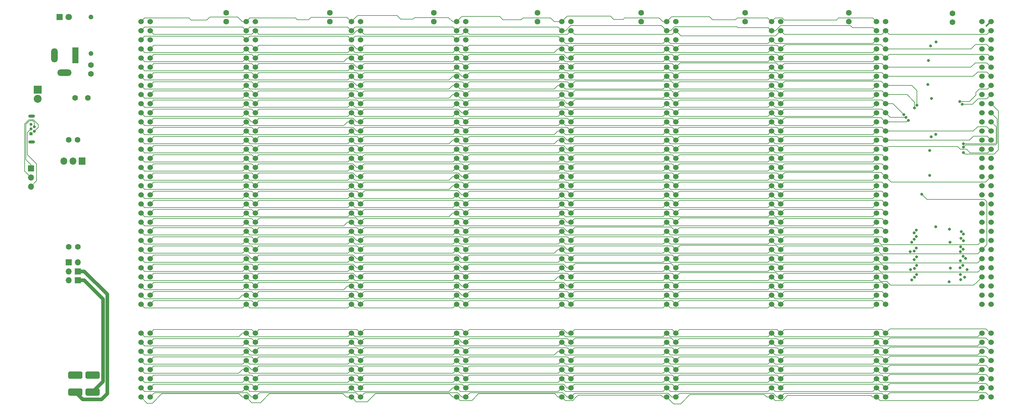
<source format=gbr>
G04 #@! TF.GenerationSoftware,KiCad,Pcbnew,(5.1.5-0-10_14)*
G04 #@! TF.CreationDate,2021-06-26T23:08:53+01:00*
G04 #@! TF.ProjectId,roscbus04,726f7363-6275-4733-9034-2e6b69636164,rev?*
G04 #@! TF.SameCoordinates,Original*
G04 #@! TF.FileFunction,Copper,L2,Inr*
G04 #@! TF.FilePolarity,Positive*
%FSLAX46Y46*%
G04 Gerber Fmt 4.6, Leading zero omitted, Abs format (unit mm)*
G04 Created by KiCad (PCBNEW (5.1.5-0-10_14)) date 2021-06-26 23:08:53*
%MOMM*%
%LPD*%
G04 APERTURE LIST*
%ADD10C,1.600000*%
%ADD11C,1.524000*%
%ADD12O,1.905000X2.000000*%
%ADD13R,1.905000X2.000000*%
%ADD14C,0.100000*%
%ADD15C,1.320800*%
%ADD16C,1.800000*%
%ADD17R,1.800000X1.800000*%
%ADD18O,1.700000X1.700000*%
%ADD19R,1.700000X1.700000*%
%ADD20C,2.200000*%
%ADD21R,2.200000X2.200000*%
%ADD22R,1.800000X4.400000*%
%ADD23O,1.800000X4.000000*%
%ADD24O,4.000000X1.800000*%
%ADD25O,1.850000X0.850000*%
%ADD26C,0.840000*%
%ADD27R,0.840000X0.840000*%
%ADD28C,1.600200*%
%ADD29C,0.800000*%
%ADD30C,0.160000*%
%ADD31C,0.450000*%
%ADD32C,1.000000*%
G04 APERTURE END LIST*
D10*
X67305000Y-41915000D03*
X67305000Y-44415000D03*
X96207500Y-41915000D03*
X96207500Y-44415000D03*
X125110000Y-41915000D03*
X125110000Y-44415000D03*
X154012500Y-41915000D03*
X154012500Y-44415000D03*
D11*
X43567000Y-131152000D03*
X46107000Y-131152000D03*
X43567000Y-133692000D03*
X46107000Y-133692000D03*
X43567000Y-136232000D03*
X46107000Y-136232000D03*
X43567000Y-138772000D03*
X46107000Y-138772000D03*
X43567000Y-141312000D03*
X46107000Y-141312000D03*
X43567000Y-143852000D03*
X46107000Y-143852000D03*
X43567000Y-146392000D03*
X46107000Y-146392000D03*
X43567000Y-148932000D03*
X46107000Y-148932000D03*
X46107000Y-123132000D03*
X43567000Y-123132000D03*
X46107000Y-120592000D03*
X43567000Y-120592000D03*
X43567000Y-44392000D03*
X46107000Y-44392000D03*
X43567000Y-46932000D03*
X46107000Y-46932000D03*
X43567000Y-49472000D03*
X46107000Y-49472000D03*
X43567000Y-52012000D03*
X46107000Y-52012000D03*
X43567000Y-54552000D03*
X46107000Y-54552000D03*
X43567000Y-57092000D03*
X46107000Y-57092000D03*
X43567000Y-59632000D03*
X46107000Y-59632000D03*
X43567000Y-62172000D03*
X46107000Y-62172000D03*
X43567000Y-64712000D03*
X46107000Y-64712000D03*
X43567000Y-67252000D03*
X46107000Y-67252000D03*
X43567000Y-69792000D03*
X46107000Y-69792000D03*
X43567000Y-72332000D03*
X46107000Y-72332000D03*
X43567000Y-74872000D03*
X46107000Y-74872000D03*
X43567000Y-77412000D03*
X46107000Y-77412000D03*
X43567000Y-79952000D03*
X46107000Y-79952000D03*
X43567000Y-82492000D03*
X46107000Y-82492000D03*
X43567000Y-85032000D03*
X46107000Y-85032000D03*
X43567000Y-87572000D03*
X46107000Y-87572000D03*
X43567000Y-90112000D03*
X46107000Y-90112000D03*
X43567000Y-92652000D03*
X46107000Y-92652000D03*
X43567000Y-95192000D03*
X46107000Y-95192000D03*
X43567000Y-97732000D03*
X46107000Y-97732000D03*
X43567000Y-100272000D03*
X46107000Y-100272000D03*
X43567000Y-102812000D03*
X46107000Y-102812000D03*
X43567000Y-105352000D03*
X46107000Y-105352000D03*
X43567000Y-107892000D03*
X46107000Y-107892000D03*
X43567000Y-110432000D03*
X46107000Y-110432000D03*
X43567000Y-112972000D03*
X46107000Y-112972000D03*
X43567000Y-115512000D03*
X46107000Y-115512000D03*
X43567000Y-118052000D03*
X46107000Y-118052000D03*
X72867000Y-131152000D03*
X75407000Y-131152000D03*
X72867000Y-133692000D03*
X75407000Y-133692000D03*
X72867000Y-136232000D03*
X75407000Y-136232000D03*
X72867000Y-138772000D03*
X75407000Y-138772000D03*
X72867000Y-141312000D03*
X75407000Y-141312000D03*
X72867000Y-143852000D03*
X75407000Y-143852000D03*
X72867000Y-146392000D03*
X75407000Y-146392000D03*
X72867000Y-148932000D03*
X75407000Y-148932000D03*
X75407000Y-123132000D03*
X72867000Y-123132000D03*
X75407000Y-120592000D03*
X72867000Y-120592000D03*
X72867000Y-44392000D03*
X75407000Y-44392000D03*
X72867000Y-46932000D03*
X75407000Y-46932000D03*
X72867000Y-49472000D03*
X75407000Y-49472000D03*
X72867000Y-52012000D03*
X75407000Y-52012000D03*
X72867000Y-54552000D03*
X75407000Y-54552000D03*
X72867000Y-57092000D03*
X75407000Y-57092000D03*
X72867000Y-59632000D03*
X75407000Y-59632000D03*
X72867000Y-62172000D03*
X75407000Y-62172000D03*
X72867000Y-64712000D03*
X75407000Y-64712000D03*
X72867000Y-67252000D03*
X75407000Y-67252000D03*
X72867000Y-69792000D03*
X75407000Y-69792000D03*
X72867000Y-72332000D03*
X75407000Y-72332000D03*
X72867000Y-74872000D03*
X75407000Y-74872000D03*
X72867000Y-77412000D03*
X75407000Y-77412000D03*
X72867000Y-79952000D03*
X75407000Y-79952000D03*
X72867000Y-82492000D03*
X75407000Y-82492000D03*
X72867000Y-85032000D03*
X75407000Y-85032000D03*
X72867000Y-87572000D03*
X75407000Y-87572000D03*
X72867000Y-90112000D03*
X75407000Y-90112000D03*
X72867000Y-92652000D03*
X75407000Y-92652000D03*
X72867000Y-95192000D03*
X75407000Y-95192000D03*
X72867000Y-97732000D03*
X75407000Y-97732000D03*
X72867000Y-100272000D03*
X75407000Y-100272000D03*
X72867000Y-102812000D03*
X75407000Y-102812000D03*
X72867000Y-105352000D03*
X75407000Y-105352000D03*
X72867000Y-107892000D03*
X75407000Y-107892000D03*
X72867000Y-110432000D03*
X75407000Y-110432000D03*
X72867000Y-112972000D03*
X75407000Y-112972000D03*
X72867000Y-115512000D03*
X75407000Y-115512000D03*
X72867000Y-118052000D03*
X75407000Y-118052000D03*
X102167000Y-131152000D03*
X104707000Y-131152000D03*
X102167000Y-133692000D03*
X104707000Y-133692000D03*
X102167000Y-136232000D03*
X104707000Y-136232000D03*
X102167000Y-138772000D03*
X104707000Y-138772000D03*
X102167000Y-141312000D03*
X104707000Y-141312000D03*
X102167000Y-143852000D03*
X104707000Y-143852000D03*
X102167000Y-146392000D03*
X104707000Y-146392000D03*
X102167000Y-148932000D03*
X104707000Y-148932000D03*
X104707000Y-123132000D03*
X102167000Y-123132000D03*
X104707000Y-120592000D03*
X102167000Y-120592000D03*
X102167000Y-44392000D03*
X104707000Y-44392000D03*
X102167000Y-46932000D03*
X104707000Y-46932000D03*
X102167000Y-49472000D03*
X104707000Y-49472000D03*
X102167000Y-52012000D03*
X104707000Y-52012000D03*
X102167000Y-54552000D03*
X104707000Y-54552000D03*
X102167000Y-57092000D03*
X104707000Y-57092000D03*
X102167000Y-59632000D03*
X104707000Y-59632000D03*
X102167000Y-62172000D03*
X104707000Y-62172000D03*
X102167000Y-64712000D03*
X104707000Y-64712000D03*
X102167000Y-67252000D03*
X104707000Y-67252000D03*
X102167000Y-69792000D03*
X104707000Y-69792000D03*
X102167000Y-72332000D03*
X104707000Y-72332000D03*
X102167000Y-74872000D03*
X104707000Y-74872000D03*
X102167000Y-77412000D03*
X104707000Y-77412000D03*
X102167000Y-79952000D03*
X104707000Y-79952000D03*
X102167000Y-82492000D03*
X104707000Y-82492000D03*
X102167000Y-85032000D03*
X104707000Y-85032000D03*
X102167000Y-87572000D03*
X104707000Y-87572000D03*
X102167000Y-90112000D03*
X104707000Y-90112000D03*
X102167000Y-92652000D03*
X104707000Y-92652000D03*
X102167000Y-95192000D03*
X104707000Y-95192000D03*
X102167000Y-97732000D03*
X104707000Y-97732000D03*
X102167000Y-100272000D03*
X104707000Y-100272000D03*
X102167000Y-102812000D03*
X104707000Y-102812000D03*
X102167000Y-105352000D03*
X104707000Y-105352000D03*
X102167000Y-107892000D03*
X104707000Y-107892000D03*
X102167000Y-110432000D03*
X104707000Y-110432000D03*
X102167000Y-112972000D03*
X104707000Y-112972000D03*
X102167000Y-115512000D03*
X104707000Y-115512000D03*
X102167000Y-118052000D03*
X104707000Y-118052000D03*
X131467000Y-131152000D03*
X134007000Y-131152000D03*
X131467000Y-133692000D03*
X134007000Y-133692000D03*
X131467000Y-136232000D03*
X134007000Y-136232000D03*
X131467000Y-138772000D03*
X134007000Y-138772000D03*
X131467000Y-141312000D03*
X134007000Y-141312000D03*
X131467000Y-143852000D03*
X134007000Y-143852000D03*
X131467000Y-146392000D03*
X134007000Y-146392000D03*
X131467000Y-148932000D03*
X134007000Y-148932000D03*
X134007000Y-123132000D03*
X131467000Y-123132000D03*
X134007000Y-120592000D03*
X131467000Y-120592000D03*
X131467000Y-44392000D03*
X134007000Y-44392000D03*
X131467000Y-46932000D03*
X134007000Y-46932000D03*
X131467000Y-49472000D03*
X134007000Y-49472000D03*
X131467000Y-52012000D03*
X134007000Y-52012000D03*
X131467000Y-54552000D03*
X134007000Y-54552000D03*
X131467000Y-57092000D03*
X134007000Y-57092000D03*
X131467000Y-59632000D03*
X134007000Y-59632000D03*
X131467000Y-62172000D03*
X134007000Y-62172000D03*
X131467000Y-64712000D03*
X134007000Y-64712000D03*
X131467000Y-67252000D03*
X134007000Y-67252000D03*
X131467000Y-69792000D03*
X134007000Y-69792000D03*
X131467000Y-72332000D03*
X134007000Y-72332000D03*
X131467000Y-74872000D03*
X134007000Y-74872000D03*
X131467000Y-77412000D03*
X134007000Y-77412000D03*
X131467000Y-79952000D03*
X134007000Y-79952000D03*
X131467000Y-82492000D03*
X134007000Y-82492000D03*
X131467000Y-85032000D03*
X134007000Y-85032000D03*
X131467000Y-87572000D03*
X134007000Y-87572000D03*
X131467000Y-90112000D03*
X134007000Y-90112000D03*
X131467000Y-92652000D03*
X134007000Y-92652000D03*
X131467000Y-95192000D03*
X134007000Y-95192000D03*
X131467000Y-97732000D03*
X134007000Y-97732000D03*
X131467000Y-100272000D03*
X134007000Y-100272000D03*
X131467000Y-102812000D03*
X134007000Y-102812000D03*
X131467000Y-105352000D03*
X134007000Y-105352000D03*
X131467000Y-107892000D03*
X134007000Y-107892000D03*
X131467000Y-110432000D03*
X134007000Y-110432000D03*
X131467000Y-112972000D03*
X134007000Y-112972000D03*
X131467000Y-115512000D03*
X134007000Y-115512000D03*
X131467000Y-118052000D03*
X134007000Y-118052000D03*
X250937000Y-123132000D03*
X248397000Y-123132000D03*
X250937000Y-120592000D03*
X248397000Y-120592000D03*
X248397000Y-44392000D03*
X250937000Y-44392000D03*
X248397000Y-46932000D03*
X250937000Y-46932000D03*
X248397000Y-49472000D03*
X250937000Y-49472000D03*
X248397000Y-52012000D03*
X250937000Y-52012000D03*
X248397000Y-54552000D03*
X250937000Y-54552000D03*
X248397000Y-57092000D03*
X250937000Y-57092000D03*
X248397000Y-59632000D03*
X250937000Y-59632000D03*
X248397000Y-62172000D03*
X250937000Y-62172000D03*
X248397000Y-64712000D03*
X250937000Y-64712000D03*
X248397000Y-67252000D03*
X250937000Y-67252000D03*
X248397000Y-69792000D03*
X250937000Y-69792000D03*
X248397000Y-72332000D03*
X250937000Y-72332000D03*
X248397000Y-74872000D03*
X250937000Y-74872000D03*
X248397000Y-77412000D03*
X250937000Y-77412000D03*
X248397000Y-79952000D03*
X250937000Y-79952000D03*
X248397000Y-82492000D03*
X250937000Y-82492000D03*
X248397000Y-85032000D03*
X250937000Y-85032000D03*
X248397000Y-87572000D03*
X250937000Y-87572000D03*
X248397000Y-90112000D03*
X250937000Y-90112000D03*
X248397000Y-92652000D03*
X250937000Y-92652000D03*
X248397000Y-95192000D03*
X250937000Y-95192000D03*
X248397000Y-97732000D03*
X250937000Y-97732000D03*
X248397000Y-100272000D03*
X250937000Y-100272000D03*
X248397000Y-102812000D03*
X250937000Y-102812000D03*
X248397000Y-105352000D03*
X250937000Y-105352000D03*
X248397000Y-107892000D03*
X250937000Y-107892000D03*
X248397000Y-110432000D03*
X250937000Y-110432000D03*
X248397000Y-112972000D03*
X250937000Y-112972000D03*
X248397000Y-115512000D03*
X250937000Y-115512000D03*
X248397000Y-118052000D03*
X250937000Y-118052000D03*
X277823000Y-131152000D03*
X280363000Y-131152000D03*
X277823000Y-133692000D03*
X280363000Y-133692000D03*
X277823000Y-136232000D03*
X280363000Y-136232000D03*
X277823000Y-138772000D03*
X280363000Y-138772000D03*
X277823000Y-141312000D03*
X280363000Y-141312000D03*
X277823000Y-143852000D03*
X280363000Y-143852000D03*
X277823000Y-146392000D03*
X280363000Y-146392000D03*
X277823000Y-148932000D03*
X280363000Y-148932000D03*
X280363000Y-123132000D03*
X277823000Y-123132000D03*
X280363000Y-120592000D03*
X277823000Y-120592000D03*
X277823000Y-44392000D03*
X280363000Y-44392000D03*
X277823000Y-46932000D03*
X280363000Y-46932000D03*
X277823000Y-49472000D03*
X280363000Y-49472000D03*
X277823000Y-52012000D03*
X280363000Y-52012000D03*
X277823000Y-54552000D03*
X280363000Y-54552000D03*
X277823000Y-57092000D03*
X280363000Y-57092000D03*
X277823000Y-59632000D03*
X280363000Y-59632000D03*
X277823000Y-62172000D03*
X280363000Y-62172000D03*
X277823000Y-64712000D03*
X280363000Y-64712000D03*
X277823000Y-67252000D03*
X280363000Y-67252000D03*
X277823000Y-69792000D03*
X280363000Y-69792000D03*
X277823000Y-72332000D03*
X280363000Y-72332000D03*
X277823000Y-74872000D03*
X280363000Y-74872000D03*
X277823000Y-77412000D03*
X280363000Y-77412000D03*
X277823000Y-79952000D03*
X280363000Y-79952000D03*
X277823000Y-82492000D03*
X280363000Y-82492000D03*
X277823000Y-85032000D03*
X280363000Y-85032000D03*
X277823000Y-87572000D03*
X280363000Y-87572000D03*
X277823000Y-90112000D03*
X280363000Y-90112000D03*
X277823000Y-92652000D03*
X280363000Y-92652000D03*
X277823000Y-95192000D03*
X280363000Y-95192000D03*
X277823000Y-97732000D03*
X280363000Y-97732000D03*
X277823000Y-100272000D03*
X280363000Y-100272000D03*
X277823000Y-102812000D03*
X280363000Y-102812000D03*
X277823000Y-105352000D03*
X280363000Y-105352000D03*
X277823000Y-107892000D03*
X280363000Y-107892000D03*
X277823000Y-110432000D03*
X280363000Y-110432000D03*
X277823000Y-112972000D03*
X280363000Y-112972000D03*
X277823000Y-115512000D03*
X280363000Y-115512000D03*
X277823000Y-118052000D03*
X280363000Y-118052000D03*
D12*
X22120000Y-83200000D03*
X24660000Y-83200000D03*
D13*
X27200000Y-83200000D03*
G04 #@! TA.AperFunction,ViaPad*
D14*
G36*
X31644009Y-141832408D02*
G01*
X31692545Y-141839607D01*
X31740142Y-141851530D01*
X31786342Y-141868060D01*
X31830698Y-141889039D01*
X31872785Y-141914265D01*
X31912197Y-141943495D01*
X31948553Y-141976447D01*
X31981505Y-142012803D01*
X32010735Y-142052215D01*
X32035961Y-142094302D01*
X32056940Y-142138658D01*
X32073470Y-142184858D01*
X32085393Y-142232455D01*
X32092592Y-142280991D01*
X32095000Y-142330000D01*
X32095000Y-143330000D01*
X32092592Y-143379009D01*
X32085393Y-143427545D01*
X32073470Y-143475142D01*
X32056940Y-143521342D01*
X32035961Y-143565698D01*
X32010735Y-143607785D01*
X31981505Y-143647197D01*
X31948553Y-143683553D01*
X31912197Y-143716505D01*
X31872785Y-143745735D01*
X31830698Y-143770961D01*
X31786342Y-143791940D01*
X31740142Y-143808470D01*
X31692545Y-143820393D01*
X31644009Y-143827592D01*
X31595000Y-143830000D01*
X28595000Y-143830000D01*
X28545991Y-143827592D01*
X28497455Y-143820393D01*
X28449858Y-143808470D01*
X28403658Y-143791940D01*
X28359302Y-143770961D01*
X28317215Y-143745735D01*
X28277803Y-143716505D01*
X28241447Y-143683553D01*
X28208495Y-143647197D01*
X28179265Y-143607785D01*
X28154039Y-143565698D01*
X28133060Y-143521342D01*
X28116530Y-143475142D01*
X28104607Y-143427545D01*
X28097408Y-143379009D01*
X28095000Y-143330000D01*
X28095000Y-142330000D01*
X28097408Y-142280991D01*
X28104607Y-142232455D01*
X28116530Y-142184858D01*
X28133060Y-142138658D01*
X28154039Y-142094302D01*
X28179265Y-142052215D01*
X28208495Y-142012803D01*
X28241447Y-141976447D01*
X28277803Y-141943495D01*
X28317215Y-141914265D01*
X28359302Y-141889039D01*
X28403658Y-141868060D01*
X28449858Y-141851530D01*
X28497455Y-141839607D01*
X28545991Y-141832408D01*
X28595000Y-141830000D01*
X31595000Y-141830000D01*
X31644009Y-141832408D01*
G37*
G04 #@! TD.AperFunction*
G04 #@! TA.AperFunction,ViaPad*
G36*
X26844009Y-141832408D02*
G01*
X26892545Y-141839607D01*
X26940142Y-141851530D01*
X26986342Y-141868060D01*
X27030698Y-141889039D01*
X27072785Y-141914265D01*
X27112197Y-141943495D01*
X27148553Y-141976447D01*
X27181505Y-142012803D01*
X27210735Y-142052215D01*
X27235961Y-142094302D01*
X27256940Y-142138658D01*
X27273470Y-142184858D01*
X27285393Y-142232455D01*
X27292592Y-142280991D01*
X27295000Y-142330000D01*
X27295000Y-143330000D01*
X27292592Y-143379009D01*
X27285393Y-143427545D01*
X27273470Y-143475142D01*
X27256940Y-143521342D01*
X27235961Y-143565698D01*
X27210735Y-143607785D01*
X27181505Y-143647197D01*
X27148553Y-143683553D01*
X27112197Y-143716505D01*
X27072785Y-143745735D01*
X27030698Y-143770961D01*
X26986342Y-143791940D01*
X26940142Y-143808470D01*
X26892545Y-143820393D01*
X26844009Y-143827592D01*
X26795000Y-143830000D01*
X23795000Y-143830000D01*
X23745991Y-143827592D01*
X23697455Y-143820393D01*
X23649858Y-143808470D01*
X23603658Y-143791940D01*
X23559302Y-143770961D01*
X23517215Y-143745735D01*
X23477803Y-143716505D01*
X23441447Y-143683553D01*
X23408495Y-143647197D01*
X23379265Y-143607785D01*
X23354039Y-143565698D01*
X23333060Y-143521342D01*
X23316530Y-143475142D01*
X23304607Y-143427545D01*
X23297408Y-143379009D01*
X23295000Y-143330000D01*
X23295000Y-142330000D01*
X23297408Y-142280991D01*
X23304607Y-142232455D01*
X23316530Y-142184858D01*
X23333060Y-142138658D01*
X23354039Y-142094302D01*
X23379265Y-142052215D01*
X23408495Y-142012803D01*
X23441447Y-141976447D01*
X23477803Y-141943495D01*
X23517215Y-141914265D01*
X23559302Y-141889039D01*
X23603658Y-141868060D01*
X23649858Y-141851530D01*
X23697455Y-141839607D01*
X23745991Y-141832408D01*
X23795000Y-141830000D01*
X26795000Y-141830000D01*
X26844009Y-141832408D01*
G37*
G04 #@! TD.AperFunction*
G04 #@! TA.AperFunction,ViaPad*
G36*
X26844009Y-146562408D02*
G01*
X26892545Y-146569607D01*
X26940142Y-146581530D01*
X26986342Y-146598060D01*
X27030698Y-146619039D01*
X27072785Y-146644265D01*
X27112197Y-146673495D01*
X27148553Y-146706447D01*
X27181505Y-146742803D01*
X27210735Y-146782215D01*
X27235961Y-146824302D01*
X27256940Y-146868658D01*
X27273470Y-146914858D01*
X27285393Y-146962455D01*
X27292592Y-147010991D01*
X27295000Y-147060000D01*
X27295000Y-148060000D01*
X27292592Y-148109009D01*
X27285393Y-148157545D01*
X27273470Y-148205142D01*
X27256940Y-148251342D01*
X27235961Y-148295698D01*
X27210735Y-148337785D01*
X27181505Y-148377197D01*
X27148553Y-148413553D01*
X27112197Y-148446505D01*
X27072785Y-148475735D01*
X27030698Y-148500961D01*
X26986342Y-148521940D01*
X26940142Y-148538470D01*
X26892545Y-148550393D01*
X26844009Y-148557592D01*
X26795000Y-148560000D01*
X23795000Y-148560000D01*
X23745991Y-148557592D01*
X23697455Y-148550393D01*
X23649858Y-148538470D01*
X23603658Y-148521940D01*
X23559302Y-148500961D01*
X23517215Y-148475735D01*
X23477803Y-148446505D01*
X23441447Y-148413553D01*
X23408495Y-148377197D01*
X23379265Y-148337785D01*
X23354039Y-148295698D01*
X23333060Y-148251342D01*
X23316530Y-148205142D01*
X23304607Y-148157545D01*
X23297408Y-148109009D01*
X23295000Y-148060000D01*
X23295000Y-147060000D01*
X23297408Y-147010991D01*
X23304607Y-146962455D01*
X23316530Y-146914858D01*
X23333060Y-146868658D01*
X23354039Y-146824302D01*
X23379265Y-146782215D01*
X23408495Y-146742803D01*
X23441447Y-146706447D01*
X23477803Y-146673495D01*
X23517215Y-146644265D01*
X23559302Y-146619039D01*
X23603658Y-146598060D01*
X23649858Y-146581530D01*
X23697455Y-146569607D01*
X23745991Y-146562408D01*
X23795000Y-146560000D01*
X26795000Y-146560000D01*
X26844009Y-146562408D01*
G37*
G04 #@! TD.AperFunction*
G04 #@! TA.AperFunction,ViaPad*
G36*
X31644009Y-146562408D02*
G01*
X31692545Y-146569607D01*
X31740142Y-146581530D01*
X31786342Y-146598060D01*
X31830698Y-146619039D01*
X31872785Y-146644265D01*
X31912197Y-146673495D01*
X31948553Y-146706447D01*
X31981505Y-146742803D01*
X32010735Y-146782215D01*
X32035961Y-146824302D01*
X32056940Y-146868658D01*
X32073470Y-146914858D01*
X32085393Y-146962455D01*
X32092592Y-147010991D01*
X32095000Y-147060000D01*
X32095000Y-148060000D01*
X32092592Y-148109009D01*
X32085393Y-148157545D01*
X32073470Y-148205142D01*
X32056940Y-148251342D01*
X32035961Y-148295698D01*
X32010735Y-148337785D01*
X31981505Y-148377197D01*
X31948553Y-148413553D01*
X31912197Y-148446505D01*
X31872785Y-148475735D01*
X31830698Y-148500961D01*
X31786342Y-148521940D01*
X31740142Y-148538470D01*
X31692545Y-148550393D01*
X31644009Y-148557592D01*
X31595000Y-148560000D01*
X28595000Y-148560000D01*
X28545991Y-148557592D01*
X28497455Y-148550393D01*
X28449858Y-148538470D01*
X28403658Y-148521940D01*
X28359302Y-148500961D01*
X28317215Y-148475735D01*
X28277803Y-148446505D01*
X28241447Y-148413553D01*
X28208495Y-148377197D01*
X28179265Y-148337785D01*
X28154039Y-148295698D01*
X28133060Y-148251342D01*
X28116530Y-148205142D01*
X28104607Y-148157545D01*
X28097408Y-148109009D01*
X28095000Y-148060000D01*
X28095000Y-147060000D01*
X28097408Y-147010991D01*
X28104607Y-146962455D01*
X28116530Y-146914858D01*
X28133060Y-146868658D01*
X28154039Y-146824302D01*
X28179265Y-146782215D01*
X28208495Y-146742803D01*
X28241447Y-146706447D01*
X28277803Y-146673495D01*
X28317215Y-146644265D01*
X28359302Y-146619039D01*
X28403658Y-146598060D01*
X28449858Y-146581530D01*
X28497455Y-146569607D01*
X28545991Y-146562408D01*
X28595000Y-146560000D01*
X31595000Y-146560000D01*
X31644009Y-146562408D01*
G37*
G04 #@! TD.AperFunction*
D15*
X29660000Y-43137000D03*
X29660000Y-53297000D03*
D16*
X23425000Y-43140000D03*
D17*
X20885000Y-43140000D03*
D18*
X25955000Y-111390000D03*
D19*
X23415000Y-111390000D03*
D18*
X23415000Y-113940000D03*
D19*
X25955000Y-113940000D03*
D18*
X23415000Y-116465000D03*
D19*
X25955000Y-116465000D03*
D18*
X12920000Y-90310000D03*
X12920000Y-87770000D03*
D19*
X12920000Y-85230000D03*
D20*
X14785000Y-65890000D03*
D21*
X14785000Y-63350000D03*
D22*
X25285000Y-53780000D03*
D23*
X19485000Y-53780000D03*
D24*
X22285000Y-58580000D03*
D25*
X13135000Y-70715000D03*
X13135000Y-77865000D03*
D26*
X12915000Y-72990000D03*
X13915000Y-73640000D03*
X12915000Y-74290000D03*
X13915000Y-74940000D03*
D27*
X12915000Y-75590000D03*
D10*
X25910000Y-77320000D03*
X23410000Y-77320000D03*
X29660000Y-58951000D03*
X29660000Y-56451000D03*
X269615000Y-42073000D03*
X269615000Y-44573000D03*
X240720000Y-41915000D03*
X240720000Y-44415000D03*
X211817500Y-41915000D03*
X211817500Y-44415000D03*
X182915000Y-41915000D03*
X182915000Y-44415000D03*
X25974000Y-107121000D03*
X23474000Y-107121000D03*
D28*
X28778000Y-65600000D03*
X25222000Y-65600000D03*
D11*
X248397000Y-131152000D03*
X250937000Y-131152000D03*
X248397000Y-133692000D03*
X250937000Y-133692000D03*
X248397000Y-136232000D03*
X250937000Y-136232000D03*
X248397000Y-138772000D03*
X250937000Y-138772000D03*
X248397000Y-141312000D03*
X250937000Y-141312000D03*
X248397000Y-143852000D03*
X250937000Y-143852000D03*
X248397000Y-146392000D03*
X250937000Y-146392000D03*
X248397000Y-148932000D03*
X250937000Y-148932000D03*
X219187000Y-131152000D03*
X221727000Y-131152000D03*
X219187000Y-133692000D03*
X221727000Y-133692000D03*
X219187000Y-136232000D03*
X221727000Y-136232000D03*
X219187000Y-138772000D03*
X221727000Y-138772000D03*
X219187000Y-141312000D03*
X221727000Y-141312000D03*
X219187000Y-143852000D03*
X221727000Y-143852000D03*
X219187000Y-146392000D03*
X221727000Y-146392000D03*
X219187000Y-148932000D03*
X221727000Y-148932000D03*
X221727000Y-123132000D03*
X219187000Y-123132000D03*
X221727000Y-120592000D03*
X219187000Y-120592000D03*
X219187000Y-44392000D03*
X221727000Y-44392000D03*
X219187000Y-46932000D03*
X221727000Y-46932000D03*
X219187000Y-49472000D03*
X221727000Y-49472000D03*
X219187000Y-52012000D03*
X221727000Y-52012000D03*
X219187000Y-54552000D03*
X221727000Y-54552000D03*
X219187000Y-57092000D03*
X221727000Y-57092000D03*
X219187000Y-59632000D03*
X221727000Y-59632000D03*
X219187000Y-62172000D03*
X221727000Y-62172000D03*
X219187000Y-64712000D03*
X221727000Y-64712000D03*
X219187000Y-67252000D03*
X221727000Y-67252000D03*
X219187000Y-69792000D03*
X221727000Y-69792000D03*
X219187000Y-72332000D03*
X221727000Y-72332000D03*
X219187000Y-74872000D03*
X221727000Y-74872000D03*
X219187000Y-77412000D03*
X221727000Y-77412000D03*
X219187000Y-79952000D03*
X221727000Y-79952000D03*
X219187000Y-82492000D03*
X221727000Y-82492000D03*
X219187000Y-85032000D03*
X221727000Y-85032000D03*
X219187000Y-87572000D03*
X221727000Y-87572000D03*
X219187000Y-90112000D03*
X221727000Y-90112000D03*
X219187000Y-92652000D03*
X221727000Y-92652000D03*
X219187000Y-95192000D03*
X221727000Y-95192000D03*
X219187000Y-97732000D03*
X221727000Y-97732000D03*
X219187000Y-100272000D03*
X221727000Y-100272000D03*
X219187000Y-102812000D03*
X221727000Y-102812000D03*
X219187000Y-105352000D03*
X221727000Y-105352000D03*
X219187000Y-107892000D03*
X221727000Y-107892000D03*
X219187000Y-110432000D03*
X221727000Y-110432000D03*
X219187000Y-112972000D03*
X221727000Y-112972000D03*
X219187000Y-115512000D03*
X221727000Y-115512000D03*
X219187000Y-118052000D03*
X221727000Y-118052000D03*
X189977000Y-131152000D03*
X192517000Y-131152000D03*
X189977000Y-133692000D03*
X192517000Y-133692000D03*
X189977000Y-136232000D03*
X192517000Y-136232000D03*
X189977000Y-138772000D03*
X192517000Y-138772000D03*
X189977000Y-141312000D03*
X192517000Y-141312000D03*
X189977000Y-143852000D03*
X192517000Y-143852000D03*
X189977000Y-146392000D03*
X192517000Y-146392000D03*
X189977000Y-148932000D03*
X192517000Y-148932000D03*
X192517000Y-123132000D03*
X189977000Y-123132000D03*
X192517000Y-120592000D03*
X189977000Y-120592000D03*
X189977000Y-44392000D03*
X192517000Y-44392000D03*
X189977000Y-46932000D03*
X192517000Y-46932000D03*
X189977000Y-49472000D03*
X192517000Y-49472000D03*
X189977000Y-52012000D03*
X192517000Y-52012000D03*
X189977000Y-54552000D03*
X192517000Y-54552000D03*
X189977000Y-57092000D03*
X192517000Y-57092000D03*
X189977000Y-59632000D03*
X192517000Y-59632000D03*
X189977000Y-62172000D03*
X192517000Y-62172000D03*
X189977000Y-64712000D03*
X192517000Y-64712000D03*
X189977000Y-67252000D03*
X192517000Y-67252000D03*
X189977000Y-69792000D03*
X192517000Y-69792000D03*
X189977000Y-72332000D03*
X192517000Y-72332000D03*
X189977000Y-74872000D03*
X192517000Y-74872000D03*
X189977000Y-77412000D03*
X192517000Y-77412000D03*
X189977000Y-79952000D03*
X192517000Y-79952000D03*
X189977000Y-82492000D03*
X192517000Y-82492000D03*
X189977000Y-85032000D03*
X192517000Y-85032000D03*
X189977000Y-87572000D03*
X192517000Y-87572000D03*
X189977000Y-90112000D03*
X192517000Y-90112000D03*
X189977000Y-92652000D03*
X192517000Y-92652000D03*
X189977000Y-95192000D03*
X192517000Y-95192000D03*
X189977000Y-97732000D03*
X192517000Y-97732000D03*
X189977000Y-100272000D03*
X192517000Y-100272000D03*
X189977000Y-102812000D03*
X192517000Y-102812000D03*
X189977000Y-105352000D03*
X192517000Y-105352000D03*
X189977000Y-107892000D03*
X192517000Y-107892000D03*
X189977000Y-110432000D03*
X192517000Y-110432000D03*
X189977000Y-112972000D03*
X192517000Y-112972000D03*
X189977000Y-115512000D03*
X192517000Y-115512000D03*
X189977000Y-118052000D03*
X192517000Y-118052000D03*
X160767000Y-131152000D03*
X163307000Y-131152000D03*
X160767000Y-133692000D03*
X163307000Y-133692000D03*
X160767000Y-136232000D03*
X163307000Y-136232000D03*
X160767000Y-138772000D03*
X163307000Y-138772000D03*
X160767000Y-141312000D03*
X163307000Y-141312000D03*
X160767000Y-143852000D03*
X163307000Y-143852000D03*
X160767000Y-146392000D03*
X163307000Y-146392000D03*
X160767000Y-148932000D03*
X163307000Y-148932000D03*
X163307000Y-123132000D03*
X160767000Y-123132000D03*
X163307000Y-120592000D03*
X160767000Y-120592000D03*
X160767000Y-44392000D03*
X163307000Y-44392000D03*
X160767000Y-46932000D03*
X163307000Y-46932000D03*
X160767000Y-49472000D03*
X163307000Y-49472000D03*
X160767000Y-52012000D03*
X163307000Y-52012000D03*
X160767000Y-54552000D03*
X163307000Y-54552000D03*
X160767000Y-57092000D03*
X163307000Y-57092000D03*
X160767000Y-59632000D03*
X163307000Y-59632000D03*
X160767000Y-62172000D03*
X163307000Y-62172000D03*
X160767000Y-64712000D03*
X163307000Y-64712000D03*
X160767000Y-67252000D03*
X163307000Y-67252000D03*
X160767000Y-69792000D03*
X163307000Y-69792000D03*
X160767000Y-72332000D03*
X163307000Y-72332000D03*
X160767000Y-74872000D03*
X163307000Y-74872000D03*
X160767000Y-77412000D03*
X163307000Y-77412000D03*
X160767000Y-79952000D03*
X163307000Y-79952000D03*
X160767000Y-82492000D03*
X163307000Y-82492000D03*
X160767000Y-85032000D03*
X163307000Y-85032000D03*
X160767000Y-87572000D03*
X163307000Y-87572000D03*
X160767000Y-90112000D03*
X163307000Y-90112000D03*
X160767000Y-92652000D03*
X163307000Y-92652000D03*
X160767000Y-95192000D03*
X163307000Y-95192000D03*
X160767000Y-97732000D03*
X163307000Y-97732000D03*
X160767000Y-100272000D03*
X163307000Y-100272000D03*
X160767000Y-102812000D03*
X163307000Y-102812000D03*
X160767000Y-105352000D03*
X163307000Y-105352000D03*
X160767000Y-107892000D03*
X163307000Y-107892000D03*
X160767000Y-110432000D03*
X163307000Y-110432000D03*
X160767000Y-112972000D03*
X163307000Y-112972000D03*
X160767000Y-115512000D03*
X163307000Y-115512000D03*
X160767000Y-118052000D03*
X163307000Y-118052000D03*
D29*
X271741000Y-114783000D03*
X272986000Y-115586000D03*
X273656000Y-113503000D03*
X271852000Y-116218500D03*
X271728000Y-112917000D03*
X268661000Y-116855000D03*
X268702000Y-102225000D03*
X272473000Y-112274000D03*
X271785000Y-110994000D03*
X273226980Y-110344731D03*
X272505000Y-109712000D03*
X261040000Y-92468000D03*
X263496000Y-51111000D03*
X263699000Y-65780000D03*
X263685000Y-76473000D03*
X271804000Y-108432000D03*
X272532114Y-107801491D03*
X271848000Y-107128000D03*
X272651353Y-105408330D03*
X271937000Y-104767000D03*
X272639461Y-103579800D03*
X271992000Y-102871000D03*
X272610000Y-78375000D03*
X272612299Y-79334999D03*
X272607000Y-80859000D03*
X272253000Y-67386881D03*
X271613000Y-66608000D03*
X263189000Y-80248000D03*
X263189000Y-87236000D03*
X262701000Y-61908000D03*
X262910000Y-55192000D03*
X264971000Y-50020000D03*
X264911000Y-75782000D03*
X264952000Y-101553000D03*
X269011000Y-113051000D03*
X268917000Y-105848000D03*
X258258000Y-116353000D03*
X258983000Y-115582000D03*
X259578000Y-114783000D03*
X257918000Y-113503000D03*
X258955000Y-113095000D03*
X259578000Y-112274000D03*
X258914000Y-110688000D03*
X259606000Y-109907000D03*
X257806000Y-108432000D03*
X258874000Y-108329000D03*
X259514000Y-107449000D03*
X258233000Y-105848000D03*
X258927000Y-105020000D03*
X259541000Y-104246000D03*
X258900000Y-103205000D03*
X259541000Y-102458000D03*
X259667000Y-67638000D03*
X259027000Y-68419382D03*
X256001258Y-70285238D03*
X256641258Y-71035992D03*
X257283000Y-71876286D03*
D30*
X219948999Y-116273999D02*
X219187000Y-115512000D01*
X220189001Y-116514001D02*
X219948999Y-116273999D01*
X247394999Y-116514001D02*
X220189001Y-116514001D01*
X248397000Y-115512000D02*
X247394999Y-116514001D01*
X190979001Y-116514001D02*
X190738999Y-116273999D01*
X190738999Y-116273999D02*
X189977000Y-115512000D01*
X218184999Y-116514001D02*
X190979001Y-116514001D01*
X219187000Y-115512000D02*
X218184999Y-116514001D01*
X161528999Y-116273999D02*
X160767000Y-115512000D01*
X161769001Y-116514001D02*
X161528999Y-116273999D01*
X188974999Y-116514001D02*
X161769001Y-116514001D01*
X189977000Y-115512000D02*
X188974999Y-116514001D01*
X276597000Y-116738000D02*
X277823000Y-115512000D01*
X248397000Y-115512000D02*
X249614989Y-116729989D01*
X249614989Y-116729989D02*
X251250989Y-116729989D01*
X251250989Y-116729989D02*
X252339000Y-117818000D01*
X275517000Y-117818000D02*
X276597000Y-116738000D01*
X252339000Y-117818000D02*
X275517000Y-117818000D01*
X132469001Y-116514001D02*
X132228999Y-116273999D01*
X132228999Y-116273999D02*
X131467000Y-115512000D01*
X158687369Y-116514001D02*
X132469001Y-116514001D01*
X159689370Y-115512000D02*
X158687369Y-116514001D01*
X160767000Y-115512000D02*
X159689370Y-115512000D01*
X102928999Y-116273999D02*
X102167000Y-115512000D01*
X103169001Y-116514001D02*
X102928999Y-116273999D01*
X130464999Y-116514001D02*
X103169001Y-116514001D01*
X131467000Y-115512000D02*
X130464999Y-116514001D01*
X73869001Y-116514001D02*
X73628999Y-116273999D01*
X101164999Y-116514001D02*
X73869001Y-116514001D01*
X73628999Y-116273999D02*
X72867000Y-115512000D01*
X102167000Y-115512000D02*
X101164999Y-116514001D01*
X44328999Y-116273999D02*
X43567000Y-115512000D01*
X44569001Y-116514001D02*
X44328999Y-116273999D01*
X71864999Y-116514001D02*
X44569001Y-116514001D01*
X72867000Y-115512000D02*
X71864999Y-116514001D01*
X219948999Y-113733999D02*
X219187000Y-112972000D01*
X220189001Y-113974001D02*
X219948999Y-113733999D01*
X247394999Y-113974001D02*
X220189001Y-113974001D01*
X248397000Y-112972000D02*
X247394999Y-113974001D01*
X190738999Y-113733999D02*
X189977000Y-112972000D01*
X190979001Y-113974001D02*
X190738999Y-113733999D01*
X218184999Y-113974001D02*
X190979001Y-113974001D01*
X219187000Y-112972000D02*
X218184999Y-113974001D01*
X161528999Y-113733999D02*
X160767000Y-112972000D01*
X188974999Y-113974001D02*
X161769001Y-113974001D01*
X161769001Y-113974001D02*
X161528999Y-113733999D01*
X189977000Y-112972000D02*
X188974999Y-113974001D01*
X248397000Y-112972000D02*
X249568000Y-114143000D01*
X276652000Y-114143000D02*
X277823000Y-112972000D01*
X249568000Y-114143000D02*
X276652000Y-114143000D01*
X132228999Y-113733999D02*
X131467000Y-112972000D01*
X132469001Y-113974001D02*
X132228999Y-113733999D01*
X159764999Y-113974001D02*
X132469001Y-113974001D01*
X160767000Y-112972000D02*
X159764999Y-113974001D01*
X102928999Y-113733999D02*
X102167000Y-112972000D01*
X103169001Y-113974001D02*
X102928999Y-113733999D01*
X130464999Y-113974001D02*
X103169001Y-113974001D01*
X131467000Y-112972000D02*
X130464999Y-113974001D01*
X73628999Y-113733999D02*
X72867000Y-112972000D01*
X73869001Y-113974001D02*
X73628999Y-113733999D01*
X101164999Y-113974001D02*
X73869001Y-113974001D01*
X102167000Y-112972000D02*
X101164999Y-113974001D01*
X44569001Y-113974001D02*
X44328999Y-113733999D01*
X44328999Y-113733999D02*
X43567000Y-112972000D01*
X71864999Y-113974001D02*
X44569001Y-113974001D01*
X72867000Y-112972000D02*
X71864999Y-113974001D01*
X219948999Y-111193999D02*
X219187000Y-110432000D01*
X220189001Y-111434001D02*
X219948999Y-111193999D01*
X247394999Y-111434001D02*
X220189001Y-111434001D01*
X248397000Y-110432000D02*
X247394999Y-111434001D01*
X190738999Y-111193999D02*
X189977000Y-110432000D01*
X218184999Y-111434001D02*
X190979001Y-111434001D01*
X190979001Y-111434001D02*
X190738999Y-111193999D01*
X219187000Y-110432000D02*
X218184999Y-111434001D01*
X161528999Y-111193999D02*
X160767000Y-110432000D01*
X161769001Y-111434001D02*
X161528999Y-111193999D01*
X188974999Y-111434001D02*
X161769001Y-111434001D01*
X189977000Y-110432000D02*
X188974999Y-111434001D01*
X248397000Y-110432000D02*
X249599000Y-111634000D01*
X276621000Y-111634000D02*
X277823000Y-110432000D01*
X249599000Y-111634000D02*
X276621000Y-111634000D01*
X132228999Y-111193999D02*
X131467000Y-110432000D01*
X132469001Y-111434001D02*
X132228999Y-111193999D01*
X159764999Y-111434001D02*
X132469001Y-111434001D01*
X160767000Y-110432000D02*
X159764999Y-111434001D01*
X102928999Y-111193999D02*
X102167000Y-110432000D01*
X130464999Y-111434001D02*
X103169001Y-111434001D01*
X103169001Y-111434001D02*
X102928999Y-111193999D01*
X131467000Y-110432000D02*
X130464999Y-111434001D01*
X73628999Y-111193999D02*
X72867000Y-110432000D01*
X73869001Y-111434001D02*
X73628999Y-111193999D01*
X101164999Y-111434001D02*
X73869001Y-111434001D01*
X102167000Y-110432000D02*
X101164999Y-111434001D01*
X44328999Y-111193999D02*
X43567000Y-110432000D01*
X44569001Y-111434001D02*
X44328999Y-111193999D01*
X71864999Y-111434001D02*
X44569001Y-111434001D01*
X72867000Y-110432000D02*
X71864999Y-111434001D01*
X220189001Y-108894001D02*
X219948999Y-108653999D01*
X219948999Y-108653999D02*
X219187000Y-107892000D01*
X247394999Y-108894001D02*
X220189001Y-108894001D01*
X248397000Y-107892000D02*
X247394999Y-108894001D01*
X190738999Y-108653999D02*
X189977000Y-107892000D01*
X190979001Y-108894001D02*
X190738999Y-108653999D01*
X218184999Y-108894001D02*
X190979001Y-108894001D01*
X219187000Y-107892000D02*
X218184999Y-108894001D01*
X161528999Y-108653999D02*
X160767000Y-107892000D01*
X188974999Y-108894001D02*
X161769001Y-108894001D01*
X161769001Y-108894001D02*
X161528999Y-108653999D01*
X189977000Y-107892000D02*
X188974999Y-108894001D01*
X248397000Y-107892000D02*
X249577000Y-109072000D01*
X276643000Y-109072000D02*
X277823000Y-107892000D01*
X249577000Y-109072000D02*
X276643000Y-109072000D01*
X279162000Y-94601000D02*
X279162000Y-106553000D01*
X278434000Y-93873000D02*
X279162000Y-94601000D01*
X279162000Y-106553000D02*
X277823000Y-107892000D01*
X262445000Y-93873000D02*
X278434000Y-93873000D01*
X261040000Y-92468000D02*
X262445000Y-93873000D01*
X132228999Y-108653999D02*
X131467000Y-107892000D01*
X132469001Y-108894001D02*
X132228999Y-108653999D01*
X158687369Y-108894001D02*
X132469001Y-108894001D01*
X159689370Y-107892000D02*
X158687369Y-108894001D01*
X160767000Y-107892000D02*
X159689370Y-107892000D01*
X102928999Y-108653999D02*
X102167000Y-107892000D01*
X103169001Y-108894001D02*
X102928999Y-108653999D01*
X130464999Y-108894001D02*
X103169001Y-108894001D01*
X131467000Y-107892000D02*
X130464999Y-108894001D01*
X73628999Y-108653999D02*
X72867000Y-107892000D01*
X73869001Y-108894001D02*
X73628999Y-108653999D01*
X101164999Y-108894001D02*
X73869001Y-108894001D01*
X102167000Y-107892000D02*
X101164999Y-108894001D01*
X44569001Y-108894001D02*
X44328999Y-108653999D01*
X44328999Y-108653999D02*
X43567000Y-107892000D01*
X71864999Y-108894001D02*
X44569001Y-108894001D01*
X72867000Y-107892000D02*
X71864999Y-108894001D01*
X219948999Y-106113999D02*
X219187000Y-105352000D01*
X220189001Y-106354001D02*
X219948999Y-106113999D01*
X247394999Y-106354001D02*
X220189001Y-106354001D01*
X248397000Y-105352000D02*
X247394999Y-106354001D01*
X190738999Y-106113999D02*
X189977000Y-105352000D01*
X190979001Y-106354001D02*
X190738999Y-106113999D01*
X218184999Y-106354001D02*
X190979001Y-106354001D01*
X219187000Y-105352000D02*
X218184999Y-106354001D01*
X161528999Y-106113999D02*
X160767000Y-105352000D01*
X161769001Y-106354001D02*
X161528999Y-106113999D01*
X188974999Y-106354001D02*
X161769001Y-106354001D01*
X189977000Y-105352000D02*
X188974999Y-106354001D01*
X248668000Y-105352000D02*
X249804000Y-106488000D01*
X248397000Y-105352000D02*
X248668000Y-105352000D01*
X276687000Y-106488000D02*
X277823000Y-105352000D01*
X249804000Y-106488000D02*
X276687000Y-106488000D01*
X132228999Y-106113999D02*
X131467000Y-105352000D01*
X132469001Y-106354001D02*
X132228999Y-106113999D01*
X159764999Y-106354001D02*
X132469001Y-106354001D01*
X160767000Y-105352000D02*
X159764999Y-106354001D01*
X102928999Y-106113999D02*
X102167000Y-105352000D01*
X103169001Y-106354001D02*
X102928999Y-106113999D01*
X130464999Y-106354001D02*
X103169001Y-106354001D01*
X131467000Y-105352000D02*
X130464999Y-106354001D01*
X73628999Y-106113999D02*
X72867000Y-105352000D01*
X73869001Y-106354001D02*
X73628999Y-106113999D01*
X101164999Y-106354001D02*
X73869001Y-106354001D01*
X102167000Y-105352000D02*
X101164999Y-106354001D01*
X44569001Y-106354001D02*
X44328999Y-106113999D01*
X71864999Y-106354001D02*
X44569001Y-106354001D01*
X44328999Y-106113999D02*
X43567000Y-105352000D01*
X72867000Y-105352000D02*
X71864999Y-106354001D01*
X222944989Y-86354011D02*
X222488999Y-86810001D01*
X222488999Y-86810001D02*
X221727000Y-87572000D01*
X249719011Y-86354011D02*
X222944989Y-86354011D01*
X250937000Y-87572000D02*
X249719011Y-86354011D01*
X193519001Y-86569999D02*
X193278999Y-86810001D01*
X220724999Y-86569999D02*
X193519001Y-86569999D01*
X193278999Y-86810001D02*
X192517000Y-87572000D01*
X221727000Y-87572000D02*
X220724999Y-86569999D01*
X164068999Y-86810001D02*
X163307000Y-87572000D01*
X164309001Y-86569999D02*
X164068999Y-86810001D01*
X191514999Y-86569999D02*
X164309001Y-86569999D01*
X192517000Y-87572000D02*
X191514999Y-86569999D01*
X250937000Y-87572000D02*
X252471000Y-89106000D01*
X278829000Y-89106000D02*
X280363000Y-87572000D01*
X252471000Y-89106000D02*
X278829000Y-89106000D01*
X134768999Y-86810001D02*
X134007000Y-87572000D01*
X135009001Y-86569999D02*
X134768999Y-86810001D01*
X162304999Y-86569999D02*
X135009001Y-86569999D01*
X163307000Y-87572000D02*
X162304999Y-86569999D01*
X105468999Y-86810001D02*
X104707000Y-87572000D01*
X131927369Y-86569999D02*
X105709001Y-86569999D01*
X105709001Y-86569999D02*
X105468999Y-86810001D01*
X132929370Y-87572000D02*
X131927369Y-86569999D01*
X134007000Y-87572000D02*
X132929370Y-87572000D01*
X76409001Y-86569999D02*
X76168999Y-86810001D01*
X102627369Y-86569999D02*
X76409001Y-86569999D01*
X76168999Y-86810001D02*
X75407000Y-87572000D01*
X103629370Y-87572000D02*
X102627369Y-86569999D01*
X104707000Y-87572000D02*
X103629370Y-87572000D01*
X46868999Y-86810001D02*
X46107000Y-87572000D01*
X47109001Y-86569999D02*
X46868999Y-86810001D01*
X74404999Y-86569999D02*
X47109001Y-86569999D01*
X75407000Y-87572000D02*
X74404999Y-86569999D01*
X222729001Y-78949999D02*
X222488999Y-79190001D01*
X249934999Y-78949999D02*
X222729001Y-78949999D01*
X222488999Y-79190001D02*
X221727000Y-79952000D01*
X250937000Y-79952000D02*
X249934999Y-78949999D01*
X193519001Y-78949999D02*
X193278999Y-79190001D01*
X193278999Y-79190001D02*
X192517000Y-79952000D01*
X220724999Y-78949999D02*
X193519001Y-78949999D01*
X221727000Y-79952000D02*
X220724999Y-78949999D01*
X164068999Y-79190001D02*
X163307000Y-79952000D01*
X191514999Y-78949999D02*
X164309001Y-78949999D01*
X164309001Y-78949999D02*
X164068999Y-79190001D01*
X192517000Y-79952000D02*
X191514999Y-78949999D01*
X251698999Y-79190001D02*
X271000001Y-79190001D01*
X250937000Y-79952000D02*
X251698999Y-79190001D01*
X271785000Y-79975000D02*
X273550000Y-79975000D01*
X271000001Y-79190001D02*
X271785000Y-79975000D01*
X273550000Y-79975000D02*
X274529001Y-80954001D01*
X279360999Y-80954001D02*
X280363000Y-79952000D01*
X274529001Y-80954001D02*
X279360999Y-80954001D01*
X134768999Y-79190001D02*
X134007000Y-79952000D01*
X161247961Y-78949999D02*
X135009001Y-78949999D01*
X162249962Y-79952000D02*
X161247961Y-78949999D01*
X135009001Y-78949999D02*
X134768999Y-79190001D01*
X163307000Y-79952000D02*
X162249962Y-79952000D01*
X105709001Y-78949999D02*
X105468999Y-79190001D01*
X133004999Y-78949999D02*
X105709001Y-78949999D01*
X105468999Y-79190001D02*
X104707000Y-79952000D01*
X134007000Y-79952000D02*
X133004999Y-78949999D01*
X76168999Y-79190001D02*
X75407000Y-79952000D01*
X76409001Y-78949999D02*
X76168999Y-79190001D01*
X103704999Y-78949999D02*
X76409001Y-78949999D01*
X104707000Y-79952000D02*
X103704999Y-78949999D01*
X46868999Y-79190001D02*
X46107000Y-79952000D01*
X47109001Y-78949999D02*
X46868999Y-79190001D01*
X74404999Y-78949999D02*
X47109001Y-78949999D01*
X75407000Y-79952000D02*
X74404999Y-78949999D01*
X222729001Y-76409999D02*
X222488999Y-76650001D01*
X249934999Y-76409999D02*
X222729001Y-76409999D01*
X222488999Y-76650001D02*
X221727000Y-77412000D01*
X250937000Y-77412000D02*
X249934999Y-76409999D01*
X193278999Y-76650001D02*
X192517000Y-77412000D01*
X193519001Y-76409999D02*
X193278999Y-76650001D01*
X220724999Y-76409999D02*
X193519001Y-76409999D01*
X221727000Y-77412000D02*
X220724999Y-76409999D01*
X164068999Y-76650001D02*
X163307000Y-77412000D01*
X164309001Y-76409999D02*
X164068999Y-76650001D01*
X191514999Y-76409999D02*
X164309001Y-76409999D01*
X192517000Y-77412000D02*
X191514999Y-76409999D01*
X250937000Y-77412000D02*
X274291000Y-77412000D01*
X274291000Y-77412000D02*
X275390000Y-76313000D01*
X279264000Y-76313000D02*
X280363000Y-77412000D01*
X275390000Y-76313000D02*
X279264000Y-76313000D01*
X135009001Y-76409999D02*
X134768999Y-76650001D01*
X161227369Y-76409999D02*
X135009001Y-76409999D01*
X134768999Y-76650001D02*
X134007000Y-77412000D01*
X162229370Y-77412000D02*
X161227369Y-76409999D01*
X163307000Y-77412000D02*
X162229370Y-77412000D01*
X105468999Y-76650001D02*
X104707000Y-77412000D01*
X105709001Y-76409999D02*
X105468999Y-76650001D01*
X133004999Y-76409999D02*
X105709001Y-76409999D01*
X134007000Y-77412000D02*
X133004999Y-76409999D01*
X76409001Y-76409999D02*
X76168999Y-76650001D01*
X76168999Y-76650001D02*
X75407000Y-77412000D01*
X103704999Y-76409999D02*
X76409001Y-76409999D01*
X104707000Y-77412000D02*
X103704999Y-76409999D01*
X47109001Y-76409999D02*
X46868999Y-76650001D01*
X74404999Y-76409999D02*
X47109001Y-76409999D01*
X46868999Y-76650001D02*
X46107000Y-77412000D01*
X75407000Y-77412000D02*
X74404999Y-76409999D01*
X222488999Y-74110001D02*
X221727000Y-74872000D01*
X222729001Y-73869999D02*
X222488999Y-74110001D01*
X249934999Y-73869999D02*
X222729001Y-73869999D01*
X250937000Y-74872000D02*
X249934999Y-73869999D01*
X193278999Y-74110001D02*
X192517000Y-74872000D01*
X193519001Y-73869999D02*
X193278999Y-74110001D01*
X220724999Y-73869999D02*
X193519001Y-73869999D01*
X221727000Y-74872000D02*
X220724999Y-73869999D01*
X164068999Y-74110001D02*
X163307000Y-74872000D01*
X164309001Y-73869999D02*
X164068999Y-74110001D01*
X191514999Y-73869999D02*
X164309001Y-73869999D01*
X192517000Y-74872000D02*
X191514999Y-73869999D01*
X250937000Y-74872000D02*
X275374000Y-74872000D01*
X275374000Y-74872000D02*
X276589000Y-73657000D01*
X279148000Y-73657000D02*
X280363000Y-74872000D01*
X276589000Y-73657000D02*
X279148000Y-73657000D01*
X134768999Y-74110001D02*
X134007000Y-74872000D01*
X135009001Y-73869999D02*
X134768999Y-74110001D01*
X162304999Y-73869999D02*
X135009001Y-73869999D01*
X163307000Y-74872000D02*
X162304999Y-73869999D01*
X105468999Y-74110001D02*
X104707000Y-74872000D01*
X105709001Y-73869999D02*
X105468999Y-74110001D01*
X133004999Y-73869999D02*
X105709001Y-73869999D01*
X134007000Y-74872000D02*
X133004999Y-73869999D01*
X76168999Y-74110001D02*
X75407000Y-74872000D01*
X76409001Y-73869999D02*
X76168999Y-74110001D01*
X102627369Y-73869999D02*
X76409001Y-73869999D01*
X103629370Y-74872000D02*
X102627369Y-73869999D01*
X104707000Y-74872000D02*
X103629370Y-74872000D01*
X46868999Y-74110001D02*
X46107000Y-74872000D01*
X47109001Y-73869999D02*
X46868999Y-74110001D01*
X74404999Y-73869999D02*
X47109001Y-73869999D01*
X75407000Y-74872000D02*
X74404999Y-73869999D01*
X280363000Y-72332000D02*
X281727000Y-73696000D01*
X281727000Y-73696000D02*
X281727000Y-77875000D01*
X281727000Y-77875000D02*
X281727000Y-78068000D01*
X272649001Y-78414001D02*
X272610000Y-78375000D01*
X281380999Y-78414001D02*
X272649001Y-78414001D01*
X281727000Y-78068000D02*
X281380999Y-78414001D01*
X282047009Y-78200553D02*
X281513551Y-78734011D01*
X282047009Y-71476009D02*
X282047009Y-78200553D01*
X280363000Y-69792000D02*
X282047009Y-71476009D01*
X273213287Y-78734011D02*
X272612299Y-79334999D01*
X281513551Y-78734011D02*
X273213287Y-78734011D01*
X272702001Y-80954001D02*
X272607000Y-80859000D01*
X282367019Y-69256019D02*
X280363000Y-67252000D01*
X282367019Y-80101981D02*
X282367019Y-69256019D01*
X281194989Y-81274011D02*
X282367019Y-80101981D01*
X273022011Y-81274011D02*
X281194989Y-81274011D01*
X272607000Y-80859000D02*
X273022011Y-81274011D01*
X272253000Y-67386881D02*
X275201119Y-67386881D01*
X275201119Y-67386881D02*
X276670000Y-65918000D01*
X279157000Y-65918000D02*
X280363000Y-64712000D01*
X276670000Y-65918000D02*
X279157000Y-65918000D01*
X271613000Y-66608000D02*
X274306000Y-66608000D01*
X274306000Y-66608000D02*
X276079000Y-64835000D01*
X276079000Y-64835000D02*
X276079000Y-64112000D01*
X279601001Y-62933999D02*
X280363000Y-62172000D01*
X279360999Y-63174001D02*
X279601001Y-62933999D01*
X277016999Y-63174001D02*
X279360999Y-63174001D01*
X276079000Y-64112000D02*
X277016999Y-63174001D01*
X222488999Y-58870001D02*
X221727000Y-59632000D01*
X222729001Y-58629999D02*
X222488999Y-58870001D01*
X249934999Y-58629999D02*
X222729001Y-58629999D01*
X250937000Y-59632000D02*
X249934999Y-58629999D01*
X193278999Y-58870001D02*
X192517000Y-59632000D01*
X220724999Y-58629999D02*
X193519001Y-58629999D01*
X193519001Y-58629999D02*
X193278999Y-58870001D01*
X221727000Y-59632000D02*
X220724999Y-58629999D01*
X164068999Y-58870001D02*
X163307000Y-59632000D01*
X164309001Y-58629999D02*
X164068999Y-58870001D01*
X191514999Y-58629999D02*
X164309001Y-58629999D01*
X192517000Y-59632000D02*
X191514999Y-58629999D01*
X250937000Y-59632000D02*
X275351000Y-59632000D01*
X275351000Y-59632000D02*
X276581000Y-58402000D01*
X279133000Y-58402000D02*
X280363000Y-59632000D01*
X276581000Y-58402000D02*
X279133000Y-58402000D01*
X135009001Y-58629999D02*
X134768999Y-58870001D01*
X134768999Y-58870001D02*
X134007000Y-59632000D01*
X162304999Y-58629999D02*
X135009001Y-58629999D01*
X163307000Y-59632000D02*
X162304999Y-58629999D01*
X105468999Y-58870001D02*
X104707000Y-59632000D01*
X105709001Y-58629999D02*
X105468999Y-58870001D01*
X131927369Y-58629999D02*
X105709001Y-58629999D01*
X132929370Y-59632000D02*
X131927369Y-58629999D01*
X134007000Y-59632000D02*
X132929370Y-59632000D01*
X76168999Y-58870001D02*
X75407000Y-59632000D01*
X103704999Y-58629999D02*
X76409001Y-58629999D01*
X76409001Y-58629999D02*
X76168999Y-58870001D01*
X104707000Y-59632000D02*
X103704999Y-58629999D01*
X47109001Y-58629999D02*
X46868999Y-58870001D01*
X74404999Y-58629999D02*
X47109001Y-58629999D01*
X46868999Y-58870001D02*
X46107000Y-59632000D01*
X75407000Y-59632000D02*
X74404999Y-58629999D01*
X222729001Y-56089999D02*
X222488999Y-56330001D01*
X249934999Y-56089999D02*
X222729001Y-56089999D01*
X222488999Y-56330001D02*
X221727000Y-57092000D01*
X250937000Y-57092000D02*
X249934999Y-56089999D01*
X193278999Y-56330001D02*
X192517000Y-57092000D01*
X193734989Y-55874011D02*
X193278999Y-56330001D01*
X220509011Y-55874011D02*
X193734989Y-55874011D01*
X221727000Y-57092000D02*
X220509011Y-55874011D01*
X191514999Y-56089999D02*
X164309001Y-56089999D01*
X164068999Y-56330001D02*
X163307000Y-57092000D01*
X164309001Y-56089999D02*
X164068999Y-56330001D01*
X192517000Y-57092000D02*
X191514999Y-56089999D01*
X250937000Y-57092000D02*
X274693000Y-57092000D01*
X274693000Y-57092000D02*
X275888000Y-55897000D01*
X279168000Y-55897000D02*
X280363000Y-57092000D01*
X275888000Y-55897000D02*
X279168000Y-55897000D01*
X134768999Y-56330001D02*
X134007000Y-57092000D01*
X135009001Y-56089999D02*
X134768999Y-56330001D01*
X162304999Y-56089999D02*
X135009001Y-56089999D01*
X163307000Y-57092000D02*
X162304999Y-56089999D01*
X105468999Y-56330001D02*
X104707000Y-57092000D01*
X105709001Y-56089999D02*
X105468999Y-56330001D01*
X133004999Y-56089999D02*
X105709001Y-56089999D01*
X134007000Y-57092000D02*
X133004999Y-56089999D01*
X76168999Y-56330001D02*
X75407000Y-57092000D01*
X102627369Y-56089999D02*
X76409001Y-56089999D01*
X76409001Y-56089999D02*
X76168999Y-56330001D01*
X103629370Y-57092000D02*
X102627369Y-56089999D01*
X104707000Y-57092000D02*
X103629370Y-57092000D01*
X47109001Y-56089999D02*
X46868999Y-56330001D01*
X46868999Y-56330001D02*
X46107000Y-57092000D01*
X74404999Y-56089999D02*
X47109001Y-56089999D01*
X75407000Y-57092000D02*
X74404999Y-56089999D01*
X222488999Y-53790001D02*
X221727000Y-54552000D01*
X222729001Y-53549999D02*
X222488999Y-53790001D01*
X249934999Y-53549999D02*
X222729001Y-53549999D01*
X250937000Y-54552000D02*
X249934999Y-53549999D01*
X193519001Y-53549999D02*
X193278999Y-53790001D01*
X220724999Y-53549999D02*
X193519001Y-53549999D01*
X193278999Y-53790001D02*
X192517000Y-54552000D01*
X221727000Y-54552000D02*
X220724999Y-53549999D01*
X164309001Y-53549999D02*
X164068999Y-53790001D01*
X191514999Y-53549999D02*
X164309001Y-53549999D01*
X164068999Y-53790001D02*
X163307000Y-54552000D01*
X192517000Y-54552000D02*
X191514999Y-53549999D01*
X251939001Y-53549999D02*
X250937000Y-54552000D01*
X279360999Y-53549999D02*
X251939001Y-53549999D01*
X280363000Y-54552000D02*
X279360999Y-53549999D01*
X134768999Y-53790001D02*
X134007000Y-54552000D01*
X135009001Y-53549999D02*
X134768999Y-53790001D01*
X162249962Y-54552000D02*
X161247961Y-53549999D01*
X161247961Y-53549999D02*
X135009001Y-53549999D01*
X163307000Y-54552000D02*
X162249962Y-54552000D01*
X105468999Y-53790001D02*
X104707000Y-54552000D01*
X105709001Y-53549999D02*
X105468999Y-53790001D01*
X133004999Y-53549999D02*
X105709001Y-53549999D01*
X134007000Y-54552000D02*
X133004999Y-53549999D01*
X76409001Y-53549999D02*
X76168999Y-53790001D01*
X103704999Y-53549999D02*
X76409001Y-53549999D01*
X76168999Y-53790001D02*
X75407000Y-54552000D01*
X104707000Y-54552000D02*
X103704999Y-53549999D01*
X74404999Y-53549999D02*
X47109001Y-53549999D01*
X46868999Y-53790001D02*
X46107000Y-54552000D01*
X47109001Y-53549999D02*
X46868999Y-53790001D01*
X75407000Y-54552000D02*
X74404999Y-53549999D01*
X250937000Y-52012000D02*
X249719011Y-50794011D01*
X222944989Y-50794011D02*
X221727000Y-52012000D01*
X249719011Y-50794011D02*
X222944989Y-50794011D01*
X193278999Y-51250001D02*
X192517000Y-52012000D01*
X193519001Y-51009999D02*
X193278999Y-51250001D01*
X220724999Y-51009999D02*
X193519001Y-51009999D01*
X221727000Y-52012000D02*
X220724999Y-51009999D01*
X164068999Y-51250001D02*
X163307000Y-52012000D01*
X164309001Y-51009999D02*
X164068999Y-51250001D01*
X191514999Y-51009999D02*
X164309001Y-51009999D01*
X192517000Y-52012000D02*
X191514999Y-51009999D01*
X250937000Y-52012000D02*
X274778000Y-52012000D01*
X274778000Y-52012000D02*
X276053000Y-50737000D01*
X279088000Y-50737000D02*
X280363000Y-52012000D01*
X276053000Y-50737000D02*
X279088000Y-50737000D01*
X162545001Y-51250001D02*
X163307000Y-52012000D01*
X162304999Y-51009999D02*
X162545001Y-51250001D01*
X135009001Y-51009999D02*
X162304999Y-51009999D01*
X134007000Y-52012000D02*
X135009001Y-51009999D01*
X105468999Y-51250001D02*
X104707000Y-52012000D01*
X105709001Y-51009999D02*
X105468999Y-51250001D01*
X133004999Y-51009999D02*
X105709001Y-51009999D01*
X134007000Y-52012000D02*
X133004999Y-51009999D01*
X76409001Y-51009999D02*
X76168999Y-51250001D01*
X102647961Y-51009999D02*
X76409001Y-51009999D01*
X76168999Y-51250001D02*
X75407000Y-52012000D01*
X103649962Y-52012000D02*
X102647961Y-51009999D01*
X104707000Y-52012000D02*
X103649962Y-52012000D01*
X46868999Y-51250001D02*
X46107000Y-52012000D01*
X47109001Y-51009999D02*
X46868999Y-51250001D01*
X74404999Y-51009999D02*
X47109001Y-51009999D01*
X75407000Y-52012000D02*
X74404999Y-51009999D01*
X251698999Y-47693999D02*
X250937000Y-46932000D01*
X279144999Y-47934001D02*
X251939001Y-47934001D01*
X251939001Y-47934001D02*
X251698999Y-47693999D01*
X280147000Y-46932000D02*
X279144999Y-47934001D01*
X222488999Y-47693999D02*
X221727000Y-46932000D01*
X222729001Y-47934001D02*
X222488999Y-47693999D01*
X249934999Y-47934001D02*
X222729001Y-47934001D01*
X250937000Y-46932000D02*
X249934999Y-47934001D01*
X193959999Y-48374999D02*
X193278999Y-47693999D01*
X193278999Y-47693999D02*
X192517000Y-46932000D01*
X220284001Y-48374999D02*
X193959999Y-48374999D01*
X221727000Y-46932000D02*
X220284001Y-48374999D01*
X164068999Y-47693999D02*
X163307000Y-46932000D01*
X164309001Y-47934001D02*
X164068999Y-47693999D01*
X191514999Y-47934001D02*
X164309001Y-47934001D01*
X192517000Y-46932000D02*
X191514999Y-47934001D01*
X162545001Y-47693999D02*
X163307000Y-46932000D01*
X135009001Y-47934001D02*
X162304999Y-47934001D01*
X162304999Y-47934001D02*
X162545001Y-47693999D01*
X134007000Y-46932000D02*
X135009001Y-47934001D01*
X105468999Y-47693999D02*
X104707000Y-46932000D01*
X133004999Y-47934001D02*
X105709001Y-47934001D01*
X105709001Y-47934001D02*
X105468999Y-47693999D01*
X134007000Y-46932000D02*
X133004999Y-47934001D01*
X76168999Y-47693999D02*
X75407000Y-46932000D01*
X76409001Y-47934001D02*
X76168999Y-47693999D01*
X102627369Y-47934001D02*
X76409001Y-47934001D01*
X103629370Y-46932000D02*
X102627369Y-47934001D01*
X104707000Y-46932000D02*
X103629370Y-46932000D01*
X46868999Y-47693999D02*
X46107000Y-46932000D01*
X47109001Y-47934001D02*
X46868999Y-47693999D01*
X74404999Y-47934001D02*
X47109001Y-47934001D01*
X75407000Y-46932000D02*
X74404999Y-47934001D01*
D31*
X163157000Y-44392000D02*
X163307000Y-44392000D01*
X240697000Y-44392000D02*
X240720000Y-44415000D01*
X279385001Y-45153999D02*
X280147000Y-44392000D01*
X278959999Y-45579001D02*
X279385001Y-45153999D01*
D30*
X252154989Y-147714011D02*
X250937000Y-148932000D01*
X278929011Y-147714011D02*
X252154989Y-147714011D01*
X280147000Y-148932000D02*
X278929011Y-147714011D01*
X250175001Y-148170001D02*
X250937000Y-148932000D01*
X249934999Y-147929999D02*
X250175001Y-148170001D01*
X222729001Y-147929999D02*
X249934999Y-147929999D01*
X221727000Y-148932000D02*
X222729001Y-147929999D01*
X193519001Y-147929999D02*
X193278999Y-148170001D01*
X193278999Y-148170001D02*
X192517000Y-148932000D01*
X220649370Y-148932000D02*
X219647369Y-147929999D01*
X219647369Y-147929999D02*
X193519001Y-147929999D01*
X221727000Y-148932000D02*
X220649370Y-148932000D01*
X164309001Y-147929999D02*
X164068999Y-148170001D01*
X190437369Y-147929999D02*
X164309001Y-147929999D01*
X164068999Y-148170001D02*
X163307000Y-148932000D01*
X191439370Y-148932000D02*
X190437369Y-147929999D01*
X192517000Y-148932000D02*
X191439370Y-148932000D01*
X162229370Y-148932000D02*
X161011381Y-147714011D01*
X163307000Y-148932000D02*
X162229370Y-148932000D01*
X135224989Y-147714011D02*
X134007000Y-148932000D01*
X161011381Y-147714011D02*
X135224989Y-147714011D01*
X132929370Y-148932000D02*
X131711381Y-147714011D01*
X134007000Y-148932000D02*
X132929370Y-148932000D01*
X105924989Y-147714011D02*
X104707000Y-148932000D01*
X131711381Y-147714011D02*
X105924989Y-147714011D01*
X104707000Y-148932000D02*
X103489011Y-147714011D01*
X76624989Y-147714011D02*
X75407000Y-148932000D01*
X103489011Y-147714011D02*
X76624989Y-147714011D01*
X74329370Y-148932000D02*
X73111381Y-147714011D01*
X75407000Y-148932000D02*
X74329370Y-148932000D01*
X47324989Y-147714011D02*
X46107000Y-148932000D01*
X73111381Y-147714011D02*
X47324989Y-147714011D01*
X249158999Y-149693999D02*
X248397000Y-148932000D01*
X249399001Y-149934001D02*
X249158999Y-149693999D01*
X276604999Y-149934001D02*
X249399001Y-149934001D01*
X277607000Y-148932000D02*
X276604999Y-149934001D01*
X219255000Y-149000000D02*
X219187000Y-148932000D01*
X188899370Y-148932000D02*
X189977000Y-148932000D01*
X188357370Y-148390000D02*
X188899370Y-148932000D01*
X165330000Y-148390000D02*
X188357370Y-148390000D01*
X164789962Y-148930038D02*
X165330000Y-148390000D01*
X164789962Y-148932000D02*
X164789962Y-148930038D01*
X161769001Y-149934001D02*
X163787961Y-149934001D01*
X163787961Y-149934001D02*
X164789962Y-148932000D01*
X160767000Y-148932000D02*
X161769001Y-149934001D01*
X220189001Y-149934001D02*
X219948999Y-149693999D01*
X222207961Y-149934001D02*
X220189001Y-149934001D01*
X223611963Y-148529999D02*
X222207961Y-149934001D01*
X219948999Y-149693999D02*
X219187000Y-148932000D01*
X247319370Y-148932000D02*
X246917369Y-148529999D01*
X246917369Y-148529999D02*
X223611963Y-148529999D01*
X248397000Y-148932000D02*
X247319370Y-148932000D01*
X159689370Y-148932000D02*
X158791391Y-148034021D01*
X160767000Y-148932000D02*
X159689370Y-148932000D01*
X158791391Y-148034021D02*
X137597979Y-148034021D01*
X132228999Y-149693999D02*
X131467000Y-148932000D01*
X132469001Y-149934001D02*
X132228999Y-149693999D01*
X135697999Y-149934001D02*
X132469001Y-149934001D01*
X137597979Y-148034021D02*
X135697999Y-149934001D01*
X130389370Y-148932000D02*
X129491391Y-148034021D01*
X131467000Y-148932000D02*
X130389370Y-148932000D01*
X129491391Y-148034021D02*
X108910979Y-148034021D01*
X108910979Y-148034021D02*
X106621000Y-150324000D01*
X103559000Y-150324000D02*
X102167000Y-148932000D01*
X106621000Y-150324000D02*
X103559000Y-150324000D01*
X102167000Y-148932000D02*
X100727979Y-148932000D01*
X100727979Y-148932000D02*
X99830000Y-148034021D01*
X99830000Y-148034021D02*
X79327979Y-148034021D01*
X77427999Y-149934001D02*
X77427999Y-149955001D01*
X79327979Y-148034021D02*
X77427999Y-149934001D01*
X77427999Y-149955001D02*
X76863000Y-150520000D01*
X74455000Y-150520000D02*
X72867000Y-148932000D01*
X76863000Y-150520000D02*
X74455000Y-150520000D01*
X71789370Y-148932000D02*
X70891391Y-148034021D01*
X72867000Y-148932000D02*
X71789370Y-148932000D01*
X70891391Y-148034021D02*
X49384979Y-148034021D01*
X49384979Y-148034021D02*
X46737000Y-150682000D01*
X45317000Y-150682000D02*
X43567000Y-148932000D01*
X46737000Y-150682000D02*
X45317000Y-150682000D01*
X219187000Y-148932000D02*
X217824991Y-148932000D01*
X217824991Y-148932000D02*
X217143000Y-148250009D01*
X217143000Y-148250009D02*
X196445991Y-148250009D01*
X196445991Y-148250009D02*
X193844000Y-150852000D01*
X191897000Y-150852000D02*
X189977000Y-148932000D01*
X193844000Y-150852000D02*
X191897000Y-150852000D01*
X280147000Y-146392000D02*
X278930000Y-145175000D01*
X252154000Y-145175000D02*
X250937000Y-146392000D01*
X278930000Y-145175000D02*
X252154000Y-145175000D01*
X249934999Y-145389999D02*
X250175001Y-145630001D01*
X222729001Y-145389999D02*
X249934999Y-145389999D01*
X250175001Y-145630001D02*
X250937000Y-146392000D01*
X221727000Y-146392000D02*
X222729001Y-145389999D01*
X193278999Y-145630001D02*
X192517000Y-146392000D01*
X193519001Y-145389999D02*
X193278999Y-145630001D01*
X220724999Y-145389999D02*
X193519001Y-145389999D01*
X221727000Y-146392000D02*
X220724999Y-145389999D01*
X164068999Y-145630001D02*
X163307000Y-146392000D01*
X164309001Y-145389999D02*
X164068999Y-145630001D01*
X191514999Y-145389999D02*
X164309001Y-145389999D01*
X192517000Y-146392000D02*
X191514999Y-145389999D01*
X135009001Y-145389999D02*
X134768999Y-145630001D01*
X161247961Y-145389999D02*
X135009001Y-145389999D01*
X162249962Y-146392000D02*
X161247961Y-145389999D01*
X134768999Y-145630001D02*
X134007000Y-146392000D01*
X163307000Y-146392000D02*
X162249962Y-146392000D01*
X105468999Y-145630001D02*
X104707000Y-146392000D01*
X133004999Y-145389999D02*
X105709001Y-145389999D01*
X105709001Y-145389999D02*
X105468999Y-145630001D01*
X134007000Y-146392000D02*
X133004999Y-145389999D01*
X76168999Y-145630001D02*
X75407000Y-146392000D01*
X76409001Y-145389999D02*
X76168999Y-145630001D01*
X103704999Y-145389999D02*
X76409001Y-145389999D01*
X104707000Y-146392000D02*
X103704999Y-145389999D01*
X46868999Y-145630001D02*
X46107000Y-146392000D01*
X47109001Y-145389999D02*
X46868999Y-145630001D01*
X74404999Y-145389999D02*
X47109001Y-145389999D01*
X75407000Y-146392000D02*
X74404999Y-145389999D01*
X249158999Y-147153999D02*
X248397000Y-146392000D01*
X249399001Y-147394001D02*
X249158999Y-147153999D01*
X276604999Y-147394001D02*
X249399001Y-147394001D01*
X277607000Y-146392000D02*
X276604999Y-147394001D01*
X190979001Y-147394001D02*
X190738999Y-147153999D01*
X190738999Y-147153999D02*
X189977000Y-146392000D01*
X218184999Y-147394001D02*
X190979001Y-147394001D01*
X219187000Y-146392000D02*
X218184999Y-147394001D01*
X188974999Y-147394001D02*
X161769001Y-147394001D01*
X161528999Y-147153999D02*
X160767000Y-146392000D01*
X161769001Y-147394001D02*
X161528999Y-147153999D01*
X189977000Y-146392000D02*
X188974999Y-147394001D01*
X219948999Y-147153999D02*
X219187000Y-146392000D01*
X220189001Y-147394001D02*
X219948999Y-147153999D01*
X247394999Y-147394001D02*
X220189001Y-147394001D01*
X248397000Y-146392000D02*
X247394999Y-147394001D01*
X132228999Y-147153999D02*
X131467000Y-146392000D01*
X132469001Y-147394001D02*
X132228999Y-147153999D01*
X159764999Y-147394001D02*
X132469001Y-147394001D01*
X160767000Y-146392000D02*
X159764999Y-147394001D01*
X102928999Y-147153999D02*
X102167000Y-146392000D01*
X103169001Y-147394001D02*
X102928999Y-147153999D01*
X129387369Y-147394001D02*
X103169001Y-147394001D01*
X130389370Y-146392000D02*
X129387369Y-147394001D01*
X131467000Y-146392000D02*
X130389370Y-146392000D01*
X73628999Y-147153999D02*
X72867000Y-146392000D01*
X73869001Y-147394001D02*
X73628999Y-147153999D01*
X101164999Y-147394001D02*
X73869001Y-147394001D01*
X102167000Y-146392000D02*
X101164999Y-147394001D01*
X44328999Y-147153999D02*
X43567000Y-146392000D01*
X44569001Y-147394001D02*
X44328999Y-147153999D01*
X71864999Y-147394001D02*
X44569001Y-147394001D01*
X72867000Y-146392000D02*
X71864999Y-147394001D01*
X252154989Y-142634011D02*
X250937000Y-143852000D01*
X278929011Y-142634011D02*
X252154989Y-142634011D01*
X280147000Y-143852000D02*
X278929011Y-142634011D01*
X250175001Y-143090001D02*
X250937000Y-143852000D01*
X249934999Y-142849999D02*
X250175001Y-143090001D01*
X222729001Y-142849999D02*
X249934999Y-142849999D01*
X221727000Y-143852000D02*
X222729001Y-142849999D01*
X193519001Y-142849999D02*
X193278999Y-143090001D01*
X193278999Y-143090001D02*
X192517000Y-143852000D01*
X220724999Y-142849999D02*
X193519001Y-142849999D01*
X221727000Y-143852000D02*
X220724999Y-142849999D01*
X164309001Y-142849999D02*
X164068999Y-143090001D01*
X164068999Y-143090001D02*
X163307000Y-143852000D01*
X191514999Y-142849999D02*
X164309001Y-142849999D01*
X192517000Y-143852000D02*
X191514999Y-142849999D01*
X134768999Y-143090001D02*
X134007000Y-143852000D01*
X135009001Y-142849999D02*
X134768999Y-143090001D01*
X162304999Y-142849999D02*
X135009001Y-142849999D01*
X163307000Y-143852000D02*
X162304999Y-142849999D01*
X105468999Y-143090001D02*
X104707000Y-143852000D01*
X105709001Y-142849999D02*
X105468999Y-143090001D01*
X133004999Y-142849999D02*
X105709001Y-142849999D01*
X134007000Y-143852000D02*
X133004999Y-142849999D01*
X76168999Y-143090001D02*
X75407000Y-143852000D01*
X76409001Y-142849999D02*
X76168999Y-143090001D01*
X103704999Y-142849999D02*
X76409001Y-142849999D01*
X104707000Y-143852000D02*
X103704999Y-142849999D01*
X47109001Y-142849999D02*
X46868999Y-143090001D01*
X74404999Y-142849999D02*
X47109001Y-142849999D01*
X46868999Y-143090001D02*
X46107000Y-143852000D01*
X75407000Y-143852000D02*
X74404999Y-142849999D01*
X249399001Y-144854001D02*
X249158999Y-144613999D01*
X276604999Y-144854001D02*
X249399001Y-144854001D01*
X249158999Y-144613999D02*
X248397000Y-143852000D01*
X277607000Y-143852000D02*
X276604999Y-144854001D01*
X219948999Y-144613999D02*
X219187000Y-143852000D01*
X220189001Y-144854001D02*
X219948999Y-144613999D01*
X247394999Y-144854001D02*
X220189001Y-144854001D01*
X248397000Y-143852000D02*
X247394999Y-144854001D01*
X190738999Y-144613999D02*
X189977000Y-143852000D01*
X190979001Y-144854001D02*
X190738999Y-144613999D01*
X218184999Y-144854001D02*
X190979001Y-144854001D01*
X219187000Y-143852000D02*
X218184999Y-144854001D01*
X161528999Y-144613999D02*
X160767000Y-143852000D01*
X161769001Y-144854001D02*
X161528999Y-144613999D01*
X188974999Y-144854001D02*
X161769001Y-144854001D01*
X189977000Y-143852000D02*
X188974999Y-144854001D01*
X132469001Y-144854001D02*
X132228999Y-144613999D01*
X132228999Y-144613999D02*
X131467000Y-143852000D01*
X159764999Y-144854001D02*
X132469001Y-144854001D01*
X160767000Y-143852000D02*
X159764999Y-144854001D01*
X103169001Y-144854001D02*
X102928999Y-144613999D01*
X130464999Y-144854001D02*
X103169001Y-144854001D01*
X102928999Y-144613999D02*
X102167000Y-143852000D01*
X131467000Y-143852000D02*
X130464999Y-144854001D01*
X73628999Y-144613999D02*
X72867000Y-143852000D01*
X73869001Y-144854001D02*
X73628999Y-144613999D01*
X101164999Y-144854001D02*
X73869001Y-144854001D01*
X102167000Y-143852000D02*
X101164999Y-144854001D01*
X44328999Y-144613999D02*
X43567000Y-143852000D01*
X44569001Y-144854001D02*
X44328999Y-144613999D01*
X71864999Y-144854001D02*
X44569001Y-144854001D01*
X72867000Y-143852000D02*
X71864999Y-144854001D01*
X278929011Y-140094011D02*
X252154989Y-140094011D01*
X252154989Y-140094011D02*
X250937000Y-141312000D01*
X280147000Y-141312000D02*
X278929011Y-140094011D01*
X250175001Y-140550001D02*
X250937000Y-141312000D01*
X222729001Y-140309999D02*
X249934999Y-140309999D01*
X249934999Y-140309999D02*
X250175001Y-140550001D01*
X221727000Y-141312000D02*
X222729001Y-140309999D01*
X193519001Y-140309999D02*
X193278999Y-140550001D01*
X193278999Y-140550001D02*
X192517000Y-141312000D01*
X220724999Y-140309999D02*
X193519001Y-140309999D01*
X221727000Y-141312000D02*
X220724999Y-140309999D01*
X164068999Y-140550001D02*
X163307000Y-141312000D01*
X164309001Y-140309999D02*
X164068999Y-140550001D01*
X191514999Y-140309999D02*
X164309001Y-140309999D01*
X192517000Y-141312000D02*
X191514999Y-140309999D01*
X134768999Y-140550001D02*
X134007000Y-141312000D01*
X162304999Y-140309999D02*
X135009001Y-140309999D01*
X135009001Y-140309999D02*
X134768999Y-140550001D01*
X163307000Y-141312000D02*
X162304999Y-140309999D01*
X105468999Y-140550001D02*
X104707000Y-141312000D01*
X105709001Y-140309999D02*
X105468999Y-140550001D01*
X133004999Y-140309999D02*
X105709001Y-140309999D01*
X134007000Y-141312000D02*
X133004999Y-140309999D01*
X103704999Y-140309999D02*
X76409001Y-140309999D01*
X76168999Y-140550001D02*
X75407000Y-141312000D01*
X76409001Y-140309999D02*
X76168999Y-140550001D01*
X104707000Y-141312000D02*
X103704999Y-140309999D01*
X46868999Y-140550001D02*
X46107000Y-141312000D01*
X47109001Y-140309999D02*
X46868999Y-140550001D01*
X74329370Y-141312000D02*
X73327369Y-140309999D01*
X73327369Y-140309999D02*
X47109001Y-140309999D01*
X75407000Y-141312000D02*
X74329370Y-141312000D01*
X249158999Y-142073999D02*
X248397000Y-141312000D01*
X249399001Y-142314001D02*
X249158999Y-142073999D01*
X276604999Y-142314001D02*
X249399001Y-142314001D01*
X277607000Y-141312000D02*
X276604999Y-142314001D01*
X219948999Y-142073999D02*
X219187000Y-141312000D01*
X220189001Y-142314001D02*
X219948999Y-142073999D01*
X247394999Y-142314001D02*
X220189001Y-142314001D01*
X248397000Y-141312000D02*
X247394999Y-142314001D01*
X190738999Y-142073999D02*
X189977000Y-141312000D01*
X190979001Y-142314001D02*
X190738999Y-142073999D01*
X218184999Y-142314001D02*
X190979001Y-142314001D01*
X219187000Y-141312000D02*
X218184999Y-142314001D01*
X161528999Y-142073999D02*
X160767000Y-141312000D01*
X161769001Y-142314001D02*
X161528999Y-142073999D01*
X188974999Y-142314001D02*
X161769001Y-142314001D01*
X189977000Y-141312000D02*
X188974999Y-142314001D01*
X132228999Y-142073999D02*
X131467000Y-141312000D01*
X132469001Y-142314001D02*
X132228999Y-142073999D01*
X159764999Y-142314001D02*
X132469001Y-142314001D01*
X160767000Y-141312000D02*
X159764999Y-142314001D01*
X102928999Y-142073999D02*
X102167000Y-141312000D01*
X103169001Y-142314001D02*
X102928999Y-142073999D01*
X130464999Y-142314001D02*
X103169001Y-142314001D01*
X131467000Y-141312000D02*
X130464999Y-142314001D01*
X73628999Y-142073999D02*
X72867000Y-141312000D01*
X73869001Y-142314001D02*
X73628999Y-142073999D01*
X101164999Y-142314001D02*
X73869001Y-142314001D01*
X102167000Y-141312000D02*
X101164999Y-142314001D01*
X44569001Y-142314001D02*
X44328999Y-142073999D01*
X70787369Y-142314001D02*
X44569001Y-142314001D01*
X71789370Y-141312000D02*
X70787369Y-142314001D01*
X44328999Y-142073999D02*
X43567000Y-141312000D01*
X72867000Y-141312000D02*
X71789370Y-141312000D01*
X252154989Y-137554011D02*
X250937000Y-138772000D01*
X278929011Y-137554011D02*
X252154989Y-137554011D01*
X280147000Y-138772000D02*
X278929011Y-137554011D01*
X249934999Y-137769999D02*
X250175001Y-138010001D01*
X222729001Y-137769999D02*
X249934999Y-137769999D01*
X250175001Y-138010001D02*
X250937000Y-138772000D01*
X221727000Y-138772000D02*
X222729001Y-137769999D01*
X193278999Y-138010001D02*
X192517000Y-138772000D01*
X193519001Y-137769999D02*
X193278999Y-138010001D01*
X220724999Y-137769999D02*
X193519001Y-137769999D01*
X221727000Y-138772000D02*
X220724999Y-137769999D01*
X164068999Y-138010001D02*
X163307000Y-138772000D01*
X191514999Y-137769999D02*
X164309001Y-137769999D01*
X164309001Y-137769999D02*
X164068999Y-138010001D01*
X192517000Y-138772000D02*
X191514999Y-137769999D01*
X134768999Y-138010001D02*
X134007000Y-138772000D01*
X162304999Y-137769999D02*
X135009001Y-137769999D01*
X135009001Y-137769999D02*
X134768999Y-138010001D01*
X163307000Y-138772000D02*
X162304999Y-137769999D01*
X105468999Y-138010001D02*
X104707000Y-138772000D01*
X105709001Y-137769999D02*
X105468999Y-138010001D01*
X133004999Y-137769999D02*
X105709001Y-137769999D01*
X134007000Y-138772000D02*
X133004999Y-137769999D01*
X76409001Y-137769999D02*
X76168999Y-138010001D01*
X103704999Y-137769999D02*
X76409001Y-137769999D01*
X76168999Y-138010001D02*
X75407000Y-138772000D01*
X104707000Y-138772000D02*
X103704999Y-137769999D01*
X46868999Y-138010001D02*
X46107000Y-138772000D01*
X47109001Y-137769999D02*
X46868999Y-138010001D01*
X74404999Y-137769999D02*
X47109001Y-137769999D01*
X75407000Y-138772000D02*
X74404999Y-137769999D01*
X249158999Y-139533999D02*
X248397000Y-138772000D01*
X276604999Y-139774001D02*
X249399001Y-139774001D01*
X249399001Y-139774001D02*
X249158999Y-139533999D01*
X277607000Y-138772000D02*
X276604999Y-139774001D01*
X220189001Y-139774001D02*
X219948999Y-139533999D01*
X219948999Y-139533999D02*
X219187000Y-138772000D01*
X247394999Y-139774001D02*
X220189001Y-139774001D01*
X248397000Y-138772000D02*
X247394999Y-139774001D01*
X190738999Y-139533999D02*
X189977000Y-138772000D01*
X190979001Y-139774001D02*
X190738999Y-139533999D01*
X218184999Y-139774001D02*
X190979001Y-139774001D01*
X219187000Y-138772000D02*
X218184999Y-139774001D01*
X161528999Y-139533999D02*
X160767000Y-138772000D01*
X161769001Y-139774001D02*
X161528999Y-139533999D01*
X188974999Y-139774001D02*
X161769001Y-139774001D01*
X189977000Y-138772000D02*
X188974999Y-139774001D01*
X132228999Y-139533999D02*
X131467000Y-138772000D01*
X132469001Y-139774001D02*
X132228999Y-139533999D01*
X159764999Y-139774001D02*
X132469001Y-139774001D01*
X160767000Y-138772000D02*
X159764999Y-139774001D01*
X103169001Y-139774001D02*
X102928999Y-139533999D01*
X130464999Y-139774001D02*
X103169001Y-139774001D01*
X102928999Y-139533999D02*
X102167000Y-138772000D01*
X131467000Y-138772000D02*
X130464999Y-139774001D01*
X73628999Y-139533999D02*
X72867000Y-138772000D01*
X73869001Y-139774001D02*
X73628999Y-139533999D01*
X101164999Y-139774001D02*
X73869001Y-139774001D01*
X102167000Y-138772000D02*
X101164999Y-139774001D01*
X71864999Y-139774001D02*
X44569001Y-139774001D01*
X44328999Y-139533999D02*
X43567000Y-138772000D01*
X44569001Y-139774001D02*
X44328999Y-139533999D01*
X72867000Y-138772000D02*
X71864999Y-139774001D01*
X252154989Y-135014011D02*
X250937000Y-136232000D01*
X278929011Y-135014011D02*
X252154989Y-135014011D01*
X280147000Y-136232000D02*
X278929011Y-135014011D01*
X222729001Y-135229999D02*
X222488999Y-135470001D01*
X222488999Y-135470001D02*
X221727000Y-136232000D01*
X249934999Y-135229999D02*
X222729001Y-135229999D01*
X250937000Y-136232000D02*
X249934999Y-135229999D01*
X193278999Y-135470001D02*
X192517000Y-136232000D01*
X193519001Y-135229999D02*
X193278999Y-135470001D01*
X220724999Y-135229999D02*
X193519001Y-135229999D01*
X221727000Y-136232000D02*
X220724999Y-135229999D01*
X164309001Y-135229999D02*
X164068999Y-135470001D01*
X164068999Y-135470001D02*
X163307000Y-136232000D01*
X191514999Y-135229999D02*
X164309001Y-135229999D01*
X192517000Y-136232000D02*
X191514999Y-135229999D01*
X135009001Y-135229999D02*
X134768999Y-135470001D01*
X134768999Y-135470001D02*
X134007000Y-136232000D01*
X162304999Y-135229999D02*
X135009001Y-135229999D01*
X163307000Y-136232000D02*
X162304999Y-135229999D01*
X105468999Y-135470001D02*
X104707000Y-136232000D01*
X105709001Y-135229999D02*
X105468999Y-135470001D01*
X133004999Y-135229999D02*
X105709001Y-135229999D01*
X134007000Y-136232000D02*
X133004999Y-135229999D01*
X76168999Y-135470001D02*
X75407000Y-136232000D01*
X76409001Y-135229999D02*
X76168999Y-135470001D01*
X103704999Y-135229999D02*
X76409001Y-135229999D01*
X104707000Y-136232000D02*
X103704999Y-135229999D01*
X46868999Y-135470001D02*
X46107000Y-136232000D01*
X73327369Y-135229999D02*
X47109001Y-135229999D01*
X74329370Y-136232000D02*
X73327369Y-135229999D01*
X47109001Y-135229999D02*
X46868999Y-135470001D01*
X75407000Y-136232000D02*
X74329370Y-136232000D01*
X249158999Y-136993999D02*
X248397000Y-136232000D01*
X249399001Y-137234001D02*
X249158999Y-136993999D01*
X276604999Y-137234001D02*
X249399001Y-137234001D01*
X277607000Y-136232000D02*
X276604999Y-137234001D01*
X190738999Y-136993999D02*
X189977000Y-136232000D01*
X190979001Y-137234001D02*
X190738999Y-136993999D01*
X218184999Y-137234001D02*
X190979001Y-137234001D01*
X219187000Y-136232000D02*
X218184999Y-137234001D01*
X161528999Y-136993999D02*
X160767000Y-136232000D01*
X161769001Y-137234001D02*
X161528999Y-136993999D01*
X188974999Y-137234001D02*
X161769001Y-137234001D01*
X189977000Y-136232000D02*
X188974999Y-137234001D01*
X247635001Y-136993999D02*
X248397000Y-136232000D01*
X247394999Y-137234001D02*
X247635001Y-136993999D01*
X220189001Y-137234001D02*
X247394999Y-137234001D01*
X219187000Y-136232000D02*
X220189001Y-137234001D01*
X132228999Y-136993999D02*
X131467000Y-136232000D01*
X132469001Y-137234001D02*
X132228999Y-136993999D01*
X158687369Y-137234001D02*
X132469001Y-137234001D01*
X159689370Y-136232000D02*
X158687369Y-137234001D01*
X160767000Y-136232000D02*
X159689370Y-136232000D01*
X130464999Y-137234001D02*
X103169001Y-137234001D01*
X102928999Y-136993999D02*
X102167000Y-136232000D01*
X103169001Y-137234001D02*
X102928999Y-136993999D01*
X131467000Y-136232000D02*
X130464999Y-137234001D01*
X73869001Y-137234001D02*
X73628999Y-136993999D01*
X73628999Y-136993999D02*
X72867000Y-136232000D01*
X101164999Y-137234001D02*
X73869001Y-137234001D01*
X102167000Y-136232000D02*
X101164999Y-137234001D01*
X44328999Y-136993999D02*
X43567000Y-136232000D01*
X44569001Y-137234001D02*
X44328999Y-136993999D01*
X71864999Y-137234001D02*
X44569001Y-137234001D01*
X72867000Y-136232000D02*
X71864999Y-137234001D01*
X252154989Y-132474011D02*
X250937000Y-133692000D01*
X278929011Y-132474011D02*
X252154989Y-132474011D01*
X280147000Y-133692000D02*
X278929011Y-132474011D01*
X250175001Y-132930001D02*
X250937000Y-133692000D01*
X222729001Y-132689999D02*
X249934999Y-132689999D01*
X249934999Y-132689999D02*
X250175001Y-132930001D01*
X221727000Y-133692000D02*
X222729001Y-132689999D01*
X193519001Y-132689999D02*
X193278999Y-132930001D01*
X193278999Y-132930001D02*
X192517000Y-133692000D01*
X220724999Y-132689999D02*
X193519001Y-132689999D01*
X221727000Y-133692000D02*
X220724999Y-132689999D01*
X164068999Y-132930001D02*
X163307000Y-133692000D01*
X164524989Y-132474011D02*
X164068999Y-132930001D01*
X191299011Y-132474011D02*
X164524989Y-132474011D01*
X192517000Y-133692000D02*
X191299011Y-132474011D01*
X135009001Y-132689999D02*
X134768999Y-132930001D01*
X134768999Y-132930001D02*
X134007000Y-133692000D01*
X162304999Y-132689999D02*
X135009001Y-132689999D01*
X163307000Y-133692000D02*
X162304999Y-132689999D01*
X105468999Y-132930001D02*
X104707000Y-133692000D01*
X105709001Y-132689999D02*
X105468999Y-132930001D01*
X131927369Y-132689999D02*
X105709001Y-132689999D01*
X132929370Y-133692000D02*
X131927369Y-132689999D01*
X134007000Y-133692000D02*
X132929370Y-133692000D01*
X76168999Y-132930001D02*
X75407000Y-133692000D01*
X76409001Y-132689999D02*
X76168999Y-132930001D01*
X103704999Y-132689999D02*
X76409001Y-132689999D01*
X104707000Y-133692000D02*
X103704999Y-132689999D01*
X46868999Y-132930001D02*
X46107000Y-133692000D01*
X74404999Y-132689999D02*
X47109001Y-132689999D01*
X47109001Y-132689999D02*
X46868999Y-132930001D01*
X75407000Y-133692000D02*
X74404999Y-132689999D01*
X249158999Y-134453999D02*
X248397000Y-133692000D01*
X249399001Y-134694001D02*
X249158999Y-134453999D01*
X276604999Y-134694001D02*
X249399001Y-134694001D01*
X277607000Y-133692000D02*
X276604999Y-134694001D01*
X190738999Y-134453999D02*
X189977000Y-133692000D01*
X190979001Y-134694001D02*
X190738999Y-134453999D01*
X218184999Y-134694001D02*
X190979001Y-134694001D01*
X219187000Y-133692000D02*
X218184999Y-134694001D01*
X161528999Y-134453999D02*
X160767000Y-133692000D01*
X161769001Y-134694001D02*
X161528999Y-134453999D01*
X188974999Y-134694001D02*
X161769001Y-134694001D01*
X189977000Y-133692000D02*
X188974999Y-134694001D01*
X220189001Y-134694001D02*
X219948999Y-134453999D01*
X219948999Y-134453999D02*
X219187000Y-133692000D01*
X248397000Y-133692000D02*
X247394999Y-134694001D01*
X247394999Y-134694001D02*
X220189001Y-134694001D01*
X132469001Y-134694001D02*
X132228999Y-134453999D01*
X132228999Y-134453999D02*
X131467000Y-133692000D01*
X159764999Y-134694001D02*
X132469001Y-134694001D01*
X160767000Y-133692000D02*
X159764999Y-134694001D01*
X102928999Y-134453999D02*
X102167000Y-133692000D01*
X103169001Y-134694001D02*
X102928999Y-134453999D01*
X130464999Y-134694001D02*
X103169001Y-134694001D01*
X131467000Y-133692000D02*
X130464999Y-134694001D01*
X73869001Y-134694001D02*
X73628999Y-134453999D01*
X73628999Y-134453999D02*
X72867000Y-133692000D01*
X101164999Y-134694001D02*
X73869001Y-134694001D01*
X102167000Y-133692000D02*
X101164999Y-134694001D01*
X44328999Y-134453999D02*
X43567000Y-133692000D01*
X44569001Y-134694001D02*
X44328999Y-134453999D01*
X71864999Y-134694001D02*
X44569001Y-134694001D01*
X72867000Y-133692000D02*
X71864999Y-134694001D01*
X252154989Y-129934011D02*
X250937000Y-131152000D01*
X280147000Y-131152000D02*
X278929011Y-129934011D01*
X222729001Y-130149999D02*
X222488999Y-130390001D01*
X222488999Y-130390001D02*
X221727000Y-131152000D01*
X250937000Y-131152000D02*
X249934999Y-130149999D01*
X252154989Y-129934011D02*
X278929011Y-129934011D01*
X249934999Y-130149999D02*
X222729001Y-130149999D01*
X220724999Y-130149999D02*
X221727000Y-131152000D01*
X193519001Y-130149999D02*
X220724999Y-130149999D01*
X192517000Y-131152000D02*
X193519001Y-130149999D01*
X164309001Y-130149999D02*
X163307000Y-131152000D01*
X191514999Y-130149999D02*
X164309001Y-130149999D01*
X192517000Y-131152000D02*
X191514999Y-130149999D01*
X135009001Y-130149999D02*
X134768999Y-130390001D01*
X134768999Y-130390001D02*
X134007000Y-131152000D01*
X161227369Y-130149999D02*
X135009001Y-130149999D01*
X162229370Y-131152000D02*
X161227369Y-130149999D01*
X163307000Y-131152000D02*
X162229370Y-131152000D01*
X105468999Y-130390001D02*
X104707000Y-131152000D01*
X105709001Y-130149999D02*
X105468999Y-130390001D01*
X133004999Y-130149999D02*
X105709001Y-130149999D01*
X134007000Y-131152000D02*
X133004999Y-130149999D01*
X76168999Y-130390001D02*
X75407000Y-131152000D01*
X76409001Y-130149999D02*
X76168999Y-130390001D01*
X103704999Y-130149999D02*
X76409001Y-130149999D01*
X104707000Y-131152000D02*
X103704999Y-130149999D01*
X46868999Y-130390001D02*
X46107000Y-131152000D01*
X47109001Y-130149999D02*
X46868999Y-130390001D01*
X74404999Y-130149999D02*
X47109001Y-130149999D01*
X75407000Y-131152000D02*
X74404999Y-130149999D01*
X249399001Y-132154001D02*
X249158999Y-131913999D01*
X249158999Y-131913999D02*
X248397000Y-131152000D01*
X276604999Y-132154001D02*
X249399001Y-132154001D01*
X277607000Y-131152000D02*
X276604999Y-132154001D01*
X219948999Y-131913999D02*
X219187000Y-131152000D01*
X220189001Y-132154001D02*
X219948999Y-131913999D01*
X247394999Y-132154001D02*
X220189001Y-132154001D01*
X248397000Y-131152000D02*
X247394999Y-132154001D01*
X190738999Y-131913999D02*
X189977000Y-131152000D01*
X190979001Y-132154001D02*
X190738999Y-131913999D01*
X218184999Y-132154001D02*
X190979001Y-132154001D01*
X219187000Y-131152000D02*
X218184999Y-132154001D01*
X161769001Y-132154001D02*
X161528999Y-131913999D01*
X161528999Y-131913999D02*
X160767000Y-131152000D01*
X188974999Y-132154001D02*
X161769001Y-132154001D01*
X189977000Y-131152000D02*
X188974999Y-132154001D01*
X132228999Y-131913999D02*
X131467000Y-131152000D01*
X159764999Y-132154001D02*
X132469001Y-132154001D01*
X132469001Y-132154001D02*
X132228999Y-131913999D01*
X160767000Y-131152000D02*
X159764999Y-132154001D01*
X102928999Y-131913999D02*
X102167000Y-131152000D01*
X130464999Y-132154001D02*
X103169001Y-132154001D01*
X103169001Y-132154001D02*
X102928999Y-131913999D01*
X131467000Y-131152000D02*
X130464999Y-132154001D01*
X73628999Y-131913999D02*
X72867000Y-131152000D01*
X101164999Y-132154001D02*
X73869001Y-132154001D01*
X73869001Y-132154001D02*
X73628999Y-131913999D01*
X102167000Y-131152000D02*
X101164999Y-132154001D01*
X44328999Y-131913999D02*
X43567000Y-131152000D01*
X70787369Y-132154001D02*
X44569001Y-132154001D01*
X44569001Y-132154001D02*
X44328999Y-131913999D01*
X71789370Y-131152000D02*
X70787369Y-132154001D01*
X72867000Y-131152000D02*
X71789370Y-131152000D01*
X12495001Y-74709999D02*
X12915000Y-74290000D01*
X12920000Y-90310000D02*
X14500000Y-88730000D01*
X11969990Y-75235010D02*
X12495001Y-74709999D01*
X11969990Y-81469990D02*
X11969990Y-75235010D01*
X14500000Y-84000000D02*
X11969990Y-81469990D01*
X14500000Y-88730000D02*
X14500000Y-84000000D01*
X13632553Y-71679991D02*
X15000000Y-73047438D01*
X11179991Y-72867447D02*
X12367448Y-71679990D01*
X11179991Y-86029991D02*
X11179991Y-72867447D01*
X12367448Y-71679990D02*
X13632553Y-71679991D01*
X12920000Y-87770000D02*
X11179991Y-86029991D01*
X15000000Y-73855000D02*
X13915000Y-74940000D01*
X15000000Y-73047438D02*
X15000000Y-73855000D01*
D32*
X25295000Y-147560000D02*
X27309000Y-149574000D01*
X27309000Y-149574000D02*
X32611000Y-149574000D01*
X27805000Y-113940000D02*
X25955000Y-113940000D01*
X34187010Y-120322010D02*
X27805000Y-113940000D01*
X34187010Y-147997990D02*
X34187010Y-120322010D01*
X32611000Y-149574000D02*
X34187010Y-147997990D01*
D30*
X190979001Y-121594001D02*
X190738999Y-121353999D01*
X218184999Y-121594001D02*
X190979001Y-121594001D01*
X190738999Y-121353999D02*
X189977000Y-120592000D01*
X219187000Y-120592000D02*
X218184999Y-121594001D01*
X188974999Y-121594001D02*
X161769001Y-121594001D01*
X161528999Y-121353999D02*
X160767000Y-120592000D01*
X161769001Y-121594001D02*
X161528999Y-121353999D01*
X189977000Y-120592000D02*
X188974999Y-121594001D01*
X247394999Y-121594001D02*
X220189001Y-121594001D01*
X248397000Y-120592000D02*
X247394999Y-121594001D01*
X220189001Y-121594001D02*
X219948999Y-121353999D01*
X219948999Y-121353999D02*
X219187000Y-120592000D01*
X132228999Y-121353999D02*
X131467000Y-120592000D01*
X132469001Y-121594001D02*
X132228999Y-121353999D01*
X159764999Y-121594001D02*
X132469001Y-121594001D01*
X160767000Y-120592000D02*
X159764999Y-121594001D01*
X102928999Y-121353999D02*
X102167000Y-120592000D01*
X103169001Y-121594001D02*
X102928999Y-121353999D01*
X130464999Y-121594001D02*
X103169001Y-121594001D01*
X131467000Y-120592000D02*
X130464999Y-121594001D01*
X73869001Y-121594001D02*
X73628999Y-121353999D01*
X73628999Y-121353999D02*
X72867000Y-120592000D01*
X101164999Y-121594001D02*
X73869001Y-121594001D01*
X102167000Y-120592000D02*
X101164999Y-121594001D01*
X44328999Y-121353999D02*
X43567000Y-120592000D01*
X70787369Y-121594001D02*
X44569001Y-121594001D01*
X71789370Y-120592000D02*
X70787369Y-121594001D01*
X44569001Y-121594001D02*
X44328999Y-121353999D01*
X72867000Y-120592000D02*
X71789370Y-120592000D01*
X219948999Y-123893999D02*
X219187000Y-123132000D01*
X220189001Y-124134001D02*
X219948999Y-123893999D01*
X247394999Y-124134001D02*
X220189001Y-124134001D01*
X248397000Y-123132000D02*
X247394999Y-124134001D01*
X190738999Y-123893999D02*
X189977000Y-123132000D01*
X190979001Y-124134001D02*
X190738999Y-123893999D01*
X218184999Y-124134001D02*
X190979001Y-124134001D01*
X219187000Y-123132000D02*
X218184999Y-124134001D01*
X161528999Y-123893999D02*
X160767000Y-123132000D01*
X161769001Y-124134001D02*
X161528999Y-123893999D01*
X188974999Y-124134001D02*
X161769001Y-124134001D01*
X189977000Y-123132000D02*
X188974999Y-124134001D01*
X132228999Y-123893999D02*
X131467000Y-123132000D01*
X132469001Y-124134001D02*
X132228999Y-123893999D01*
X159764999Y-124134001D02*
X132469001Y-124134001D01*
X160767000Y-123132000D02*
X159764999Y-124134001D01*
X103169001Y-124134001D02*
X102928999Y-123893999D01*
X130464999Y-124134001D02*
X103169001Y-124134001D01*
X102928999Y-123893999D02*
X102167000Y-123132000D01*
X131467000Y-123132000D02*
X130464999Y-124134001D01*
X73869001Y-124134001D02*
X73628999Y-123893999D01*
X73628999Y-123893999D02*
X72867000Y-123132000D01*
X101164999Y-124134001D02*
X73869001Y-124134001D01*
X102167000Y-123132000D02*
X101164999Y-124134001D01*
X44328999Y-123893999D02*
X43567000Y-123132000D01*
X44569001Y-124134001D02*
X44328999Y-123893999D01*
X71864999Y-124134001D02*
X44569001Y-124134001D01*
X72867000Y-123132000D02*
X71864999Y-124134001D01*
X222488999Y-122370001D02*
X221727000Y-123132000D01*
X222729001Y-122129999D02*
X222488999Y-122370001D01*
X249934999Y-122129999D02*
X222729001Y-122129999D01*
X250937000Y-123132000D02*
X249934999Y-122129999D01*
X193519001Y-122129999D02*
X193278999Y-122370001D01*
X220724999Y-122129999D02*
X193519001Y-122129999D01*
X193278999Y-122370001D02*
X192517000Y-123132000D01*
X221727000Y-123132000D02*
X220724999Y-122129999D01*
X164068999Y-122370001D02*
X163307000Y-123132000D01*
X164309001Y-122129999D02*
X164068999Y-122370001D01*
X191514999Y-122129999D02*
X164309001Y-122129999D01*
X192517000Y-123132000D02*
X191514999Y-122129999D01*
X134768999Y-122370001D02*
X134007000Y-123132000D01*
X135009001Y-122129999D02*
X134768999Y-122370001D01*
X162304999Y-122129999D02*
X135009001Y-122129999D01*
X163307000Y-123132000D02*
X162304999Y-122129999D01*
X105468999Y-122370001D02*
X104707000Y-123132000D01*
X105709001Y-122129999D02*
X105468999Y-122370001D01*
X133004999Y-122129999D02*
X105709001Y-122129999D01*
X134007000Y-123132000D02*
X133004999Y-122129999D01*
X76168999Y-122370001D02*
X75407000Y-123132000D01*
X76409001Y-122129999D02*
X76168999Y-122370001D01*
X103704999Y-122129999D02*
X76409001Y-122129999D01*
X104707000Y-123132000D02*
X103704999Y-122129999D01*
X47109001Y-122129999D02*
X46868999Y-122370001D01*
X74404999Y-122129999D02*
X47109001Y-122129999D01*
X46868999Y-122370001D02*
X46107000Y-123132000D01*
X75407000Y-123132000D02*
X74404999Y-122129999D01*
X222488999Y-119830001D02*
X221727000Y-120592000D01*
X222729001Y-119589999D02*
X222488999Y-119830001D01*
X249934999Y-119589999D02*
X222729001Y-119589999D01*
X250937000Y-120592000D02*
X249934999Y-119589999D01*
X193278999Y-119830001D02*
X192517000Y-120592000D01*
X193519001Y-119589999D02*
X193278999Y-119830001D01*
X220724999Y-119589999D02*
X193519001Y-119589999D01*
X221727000Y-120592000D02*
X220724999Y-119589999D01*
X164309001Y-119589999D02*
X164068999Y-119830001D01*
X191514999Y-119589999D02*
X164309001Y-119589999D01*
X164068999Y-119830001D02*
X163307000Y-120592000D01*
X192517000Y-120592000D02*
X191514999Y-119589999D01*
X134768999Y-119830001D02*
X134007000Y-120592000D01*
X135009001Y-119589999D02*
X134768999Y-119830001D01*
X162304999Y-119589999D02*
X135009001Y-119589999D01*
X163307000Y-120592000D02*
X162304999Y-119589999D01*
X105468999Y-119830001D02*
X104707000Y-120592000D01*
X105709001Y-119589999D02*
X105468999Y-119830001D01*
X132929370Y-120592000D02*
X131927369Y-119589999D01*
X131927369Y-119589999D02*
X105709001Y-119589999D01*
X134007000Y-120592000D02*
X132929370Y-120592000D01*
X76168999Y-119830001D02*
X75407000Y-120592000D01*
X103704999Y-119589999D02*
X76409001Y-119589999D01*
X76409001Y-119589999D02*
X76168999Y-119830001D01*
X104707000Y-120592000D02*
X103704999Y-119589999D01*
X46868999Y-119830001D02*
X46107000Y-120592000D01*
X47109001Y-119589999D02*
X46868999Y-119830001D01*
X74404999Y-119589999D02*
X47109001Y-119589999D01*
X75407000Y-120592000D02*
X74404999Y-119589999D01*
X222488999Y-117290001D02*
X221727000Y-118052000D01*
X249934999Y-117049999D02*
X222729001Y-117049999D01*
X222729001Y-117049999D02*
X222488999Y-117290001D01*
X250937000Y-118052000D02*
X249934999Y-117049999D01*
X193278999Y-117290001D02*
X192517000Y-118052000D01*
X193519001Y-117049999D02*
X193278999Y-117290001D01*
X220724999Y-117049999D02*
X193519001Y-117049999D01*
X221727000Y-118052000D02*
X220724999Y-117049999D01*
X164068999Y-117290001D02*
X163307000Y-118052000D01*
X164309001Y-117049999D02*
X164068999Y-117290001D01*
X191514999Y-117049999D02*
X164309001Y-117049999D01*
X192517000Y-118052000D02*
X191514999Y-117049999D01*
X135009001Y-117049999D02*
X134768999Y-117290001D01*
X161227369Y-117049999D02*
X135009001Y-117049999D01*
X134768999Y-117290001D02*
X134007000Y-118052000D01*
X162229370Y-118052000D02*
X161227369Y-117049999D01*
X163307000Y-118052000D02*
X162229370Y-118052000D01*
X105468999Y-117290001D02*
X104707000Y-118052000D01*
X105709001Y-117049999D02*
X105468999Y-117290001D01*
X131927369Y-117049999D02*
X105709001Y-117049999D01*
X132929370Y-118052000D02*
X131927369Y-117049999D01*
X134007000Y-118052000D02*
X132929370Y-118052000D01*
X76168999Y-117290001D02*
X75407000Y-118052000D01*
X76409001Y-117049999D02*
X76168999Y-117290001D01*
X103704999Y-117049999D02*
X76409001Y-117049999D01*
X104707000Y-118052000D02*
X103704999Y-117049999D01*
X47109001Y-117049999D02*
X46868999Y-117290001D01*
X74404999Y-117049999D02*
X47109001Y-117049999D01*
X46868999Y-117290001D02*
X46107000Y-118052000D01*
X75407000Y-118052000D02*
X74404999Y-117049999D01*
X222488999Y-114750001D02*
X221727000Y-115512000D01*
X222729001Y-114509999D02*
X222488999Y-114750001D01*
X249934999Y-114509999D02*
X222729001Y-114509999D01*
X250937000Y-115512000D02*
X249934999Y-114509999D01*
X193278999Y-114750001D02*
X192517000Y-115512000D01*
X193734989Y-114294011D02*
X193278999Y-114750001D01*
X220509011Y-114294011D02*
X193734989Y-114294011D01*
X221727000Y-115512000D02*
X220509011Y-114294011D01*
X164068999Y-114750001D02*
X163307000Y-115512000D01*
X164309001Y-114509999D02*
X164068999Y-114750001D01*
X191514999Y-114509999D02*
X164309001Y-114509999D01*
X192517000Y-115512000D02*
X191514999Y-114509999D01*
X135009001Y-114509999D02*
X134768999Y-114750001D01*
X134768999Y-114750001D02*
X134007000Y-115512000D01*
X162304999Y-114509999D02*
X135009001Y-114509999D01*
X163307000Y-115512000D02*
X162304999Y-114509999D01*
X105468999Y-114750001D02*
X104707000Y-115512000D01*
X105709001Y-114509999D02*
X105468999Y-114750001D01*
X133004999Y-114509999D02*
X105709001Y-114509999D01*
X134007000Y-115512000D02*
X133004999Y-114509999D01*
X76409001Y-114509999D02*
X76168999Y-114750001D01*
X76168999Y-114750001D02*
X75407000Y-115512000D01*
X102627369Y-114509999D02*
X76409001Y-114509999D01*
X103629370Y-115512000D02*
X102627369Y-114509999D01*
X104707000Y-115512000D02*
X103629370Y-115512000D01*
X46868999Y-114750001D02*
X46107000Y-115512000D01*
X47109001Y-114509999D02*
X46868999Y-114750001D01*
X74404999Y-114509999D02*
X47109001Y-114509999D01*
X75407000Y-115512000D02*
X74404999Y-114509999D01*
X222488999Y-112210001D02*
X221727000Y-112972000D01*
X222729001Y-111969999D02*
X222488999Y-112210001D01*
X249934999Y-111969999D02*
X222729001Y-111969999D01*
X250937000Y-112972000D02*
X249934999Y-111969999D01*
X193278999Y-112210001D02*
X192517000Y-112972000D01*
X193519001Y-111969999D02*
X193278999Y-112210001D01*
X220724999Y-111969999D02*
X193519001Y-111969999D01*
X221727000Y-112972000D02*
X220724999Y-111969999D01*
X164068999Y-112210001D02*
X163307000Y-112972000D01*
X164524989Y-111754011D02*
X164068999Y-112210001D01*
X191299011Y-111754011D02*
X164524989Y-111754011D01*
X192517000Y-112972000D02*
X191299011Y-111754011D01*
X134768999Y-112210001D02*
X134007000Y-112972000D01*
X135009001Y-111969999D02*
X134768999Y-112210001D01*
X161227369Y-111969999D02*
X135009001Y-111969999D01*
X162229370Y-112972000D02*
X161227369Y-111969999D01*
X163307000Y-112972000D02*
X162229370Y-112972000D01*
X131927369Y-111969999D02*
X105709001Y-111969999D01*
X105468999Y-112210001D02*
X104707000Y-112972000D01*
X105709001Y-111969999D02*
X105468999Y-112210001D01*
X132929370Y-112972000D02*
X131927369Y-111969999D01*
X134007000Y-112972000D02*
X132929370Y-112972000D01*
X76409001Y-111969999D02*
X76168999Y-112210001D01*
X76168999Y-112210001D02*
X75407000Y-112972000D01*
X102627369Y-111969999D02*
X76409001Y-111969999D01*
X103629370Y-112972000D02*
X102627369Y-111969999D01*
X104707000Y-112972000D02*
X103629370Y-112972000D01*
X46868999Y-112210001D02*
X46107000Y-112972000D01*
X47109001Y-111969999D02*
X46868999Y-112210001D01*
X74404999Y-111969999D02*
X47109001Y-111969999D01*
X75407000Y-112972000D02*
X74404999Y-111969999D01*
X222488999Y-109670001D02*
X221727000Y-110432000D01*
X222729001Y-109429999D02*
X222488999Y-109670001D01*
X249934999Y-109429999D02*
X222729001Y-109429999D01*
X250937000Y-110432000D02*
X249934999Y-109429999D01*
X193519001Y-109429999D02*
X193278999Y-109670001D01*
X220724999Y-109429999D02*
X193519001Y-109429999D01*
X193278999Y-109670001D02*
X192517000Y-110432000D01*
X221727000Y-110432000D02*
X220724999Y-109429999D01*
X164309001Y-109429999D02*
X164068999Y-109670001D01*
X164068999Y-109670001D02*
X163307000Y-110432000D01*
X191514999Y-109429999D02*
X164309001Y-109429999D01*
X192517000Y-110432000D02*
X191514999Y-109429999D01*
X134768999Y-109670001D02*
X134007000Y-110432000D01*
X162304999Y-109429999D02*
X135009001Y-109429999D01*
X135009001Y-109429999D02*
X134768999Y-109670001D01*
X163307000Y-110432000D02*
X162304999Y-109429999D01*
X105468999Y-109670001D02*
X104707000Y-110432000D01*
X131890370Y-109393000D02*
X105746000Y-109393000D01*
X105746000Y-109393000D02*
X105468999Y-109670001D01*
X132929370Y-110432000D02*
X131890370Y-109393000D01*
X134007000Y-110432000D02*
X132929370Y-110432000D01*
X76168999Y-109670001D02*
X75407000Y-110432000D01*
X76409001Y-109429999D02*
X76168999Y-109670001D01*
X102627369Y-109429999D02*
X76409001Y-109429999D01*
X103629370Y-110432000D02*
X102627369Y-109429999D01*
X104707000Y-110432000D02*
X103629370Y-110432000D01*
X47109001Y-109429999D02*
X46868999Y-109670001D01*
X73327369Y-109429999D02*
X47109001Y-109429999D01*
X74329370Y-110432000D02*
X73327369Y-109429999D01*
X46868999Y-109670001D02*
X46107000Y-110432000D01*
X75407000Y-110432000D02*
X74329370Y-110432000D01*
X249934999Y-106889999D02*
X222729001Y-106889999D01*
X222488999Y-107130001D02*
X221727000Y-107892000D01*
X222729001Y-106889999D02*
X222488999Y-107130001D01*
X250937000Y-107892000D02*
X249934999Y-106889999D01*
X193278999Y-107130001D02*
X192517000Y-107892000D01*
X193734989Y-106674011D02*
X193278999Y-107130001D01*
X220509011Y-106674011D02*
X193734989Y-106674011D01*
X221727000Y-107892000D02*
X220509011Y-106674011D01*
X164309001Y-106889999D02*
X164068999Y-107130001D01*
X164068999Y-107130001D02*
X163307000Y-107892000D01*
X191514999Y-106889999D02*
X164309001Y-106889999D01*
X192517000Y-107892000D02*
X191514999Y-106889999D01*
X135009001Y-106889999D02*
X134768999Y-107130001D01*
X161227369Y-106889999D02*
X135009001Y-106889999D01*
X134768999Y-107130001D02*
X134007000Y-107892000D01*
X162229370Y-107892000D02*
X161227369Y-106889999D01*
X163307000Y-107892000D02*
X162229370Y-107892000D01*
X105468999Y-107130001D02*
X104707000Y-107892000D01*
X105709001Y-106889999D02*
X105468999Y-107130001D01*
X133004999Y-106889999D02*
X105709001Y-106889999D01*
X134007000Y-107892000D02*
X133004999Y-106889999D01*
X76168999Y-107130001D02*
X75407000Y-107892000D01*
X76409001Y-106889999D02*
X76168999Y-107130001D01*
X103704999Y-106889999D02*
X76409001Y-106889999D01*
X104707000Y-107892000D02*
X103704999Y-106889999D01*
X46868999Y-107130001D02*
X46107000Y-107892000D01*
X47109001Y-106889999D02*
X46868999Y-107130001D01*
X74404999Y-106889999D02*
X47109001Y-106889999D01*
X75407000Y-107892000D02*
X74404999Y-106889999D01*
X222488999Y-104590001D02*
X221727000Y-105352000D01*
X222729001Y-104349999D02*
X222488999Y-104590001D01*
X249934999Y-104349999D02*
X222729001Y-104349999D01*
X250937000Y-105352000D02*
X249934999Y-104349999D01*
X193278999Y-104590001D02*
X192517000Y-105352000D01*
X193519001Y-104349999D02*
X193278999Y-104590001D01*
X220724999Y-104349999D02*
X193519001Y-104349999D01*
X221727000Y-105352000D02*
X220724999Y-104349999D01*
X164068999Y-104590001D02*
X163307000Y-105352000D01*
X191514999Y-104349999D02*
X164309001Y-104349999D01*
X164309001Y-104349999D02*
X164068999Y-104590001D01*
X192517000Y-105352000D02*
X191514999Y-104349999D01*
X134768999Y-104590001D02*
X134007000Y-105352000D01*
X135009001Y-104349999D02*
X134768999Y-104590001D01*
X162304999Y-104349999D02*
X135009001Y-104349999D01*
X163307000Y-105352000D02*
X162304999Y-104349999D01*
X105468999Y-104590001D02*
X104707000Y-105352000D01*
X105709001Y-104349999D02*
X105468999Y-104590001D01*
X133004999Y-104349999D02*
X105709001Y-104349999D01*
X134007000Y-105352000D02*
X133004999Y-104349999D01*
X76168999Y-104590001D02*
X75407000Y-105352000D01*
X102627369Y-104349999D02*
X76409001Y-104349999D01*
X103629370Y-105352000D02*
X102627369Y-104349999D01*
X76409001Y-104349999D02*
X76168999Y-104590001D01*
X104707000Y-105352000D02*
X103629370Y-105352000D01*
X46868999Y-104590001D02*
X46107000Y-105352000D01*
X47109001Y-104349999D02*
X46868999Y-104590001D01*
X74404999Y-104349999D02*
X47109001Y-104349999D01*
X75407000Y-105352000D02*
X74404999Y-104349999D01*
X222488999Y-102050001D02*
X221727000Y-102812000D01*
X249934999Y-101809999D02*
X222729001Y-101809999D01*
X222729001Y-101809999D02*
X222488999Y-102050001D01*
X250937000Y-102812000D02*
X249934999Y-101809999D01*
X193519001Y-101809999D02*
X192517000Y-102812000D01*
X220724999Y-101809999D02*
X193519001Y-101809999D01*
X221727000Y-102812000D02*
X220724999Y-101809999D01*
X164524989Y-101594011D02*
X164068999Y-102050001D01*
X191299011Y-101594011D02*
X164524989Y-101594011D01*
X164068999Y-102050001D02*
X163307000Y-102812000D01*
X192517000Y-102812000D02*
X191299011Y-101594011D01*
X134768999Y-102050001D02*
X134007000Y-102812000D01*
X135009001Y-101809999D02*
X134768999Y-102050001D01*
X161227369Y-101809999D02*
X135009001Y-101809999D01*
X162229370Y-102812000D02*
X161227369Y-101809999D01*
X163307000Y-102812000D02*
X162229370Y-102812000D01*
X105709001Y-101809999D02*
X105468999Y-102050001D01*
X105468999Y-102050001D02*
X104707000Y-102812000D01*
X133004999Y-101809999D02*
X105709001Y-101809999D01*
X134007000Y-102812000D02*
X133004999Y-101809999D01*
X76409001Y-101809999D02*
X76168999Y-102050001D01*
X103704999Y-101809999D02*
X76409001Y-101809999D01*
X76168999Y-102050001D02*
X75407000Y-102812000D01*
X104707000Y-102812000D02*
X103704999Y-101809999D01*
X46868999Y-102050001D02*
X46107000Y-102812000D01*
X47109001Y-101809999D02*
X46868999Y-102050001D01*
X74404999Y-101809999D02*
X47109001Y-101809999D01*
X75407000Y-102812000D02*
X74404999Y-101809999D01*
X222488999Y-99510001D02*
X221727000Y-100272000D01*
X222729001Y-99269999D02*
X222488999Y-99510001D01*
X249934999Y-99269999D02*
X222729001Y-99269999D01*
X250937000Y-100272000D02*
X249934999Y-99269999D01*
X193734989Y-99054011D02*
X193278999Y-99510001D01*
X220509011Y-99054011D02*
X193734989Y-99054011D01*
X193278999Y-99510001D02*
X192517000Y-100272000D01*
X221727000Y-100272000D02*
X220509011Y-99054011D01*
X164309001Y-99269999D02*
X164068999Y-99510001D01*
X164068999Y-99510001D02*
X163307000Y-100272000D01*
X191514999Y-99269999D02*
X164309001Y-99269999D01*
X192517000Y-100272000D02*
X191514999Y-99269999D01*
X134768999Y-99510001D02*
X134007000Y-100272000D01*
X135009001Y-99269999D02*
X134768999Y-99510001D01*
X162249962Y-100272000D02*
X161247961Y-99269999D01*
X161247961Y-99269999D02*
X135009001Y-99269999D01*
X163307000Y-100272000D02*
X162249962Y-100272000D01*
X105468999Y-99510001D02*
X104707000Y-100272000D01*
X105709001Y-99269999D02*
X105468999Y-99510001D01*
X133004999Y-99269999D02*
X105709001Y-99269999D01*
X134007000Y-100272000D02*
X133004999Y-99269999D01*
X76168999Y-99510001D02*
X75407000Y-100272000D01*
X76624989Y-99054011D02*
X76168999Y-99510001D01*
X103489011Y-99054011D02*
X76624989Y-99054011D01*
X104707000Y-100272000D02*
X103489011Y-99054011D01*
X47109001Y-99269999D02*
X46868999Y-99510001D01*
X74404999Y-99269999D02*
X47109001Y-99269999D01*
X46868999Y-99510001D02*
X46107000Y-100272000D01*
X75407000Y-100272000D02*
X74404999Y-99269999D01*
X222488999Y-96970001D02*
X221727000Y-97732000D01*
X222729001Y-96729999D02*
X222488999Y-96970001D01*
X249934999Y-96729999D02*
X222729001Y-96729999D01*
X250937000Y-97732000D02*
X249934999Y-96729999D01*
X193519001Y-96729999D02*
X193278999Y-96970001D01*
X220724999Y-96729999D02*
X193519001Y-96729999D01*
X193278999Y-96970001D02*
X192517000Y-97732000D01*
X221727000Y-97732000D02*
X220724999Y-96729999D01*
X191514999Y-96729999D02*
X164309001Y-96729999D01*
X164068999Y-96970001D02*
X163307000Y-97732000D01*
X164309001Y-96729999D02*
X164068999Y-96970001D01*
X192517000Y-97732000D02*
X191514999Y-96729999D01*
X134768999Y-96970001D02*
X134007000Y-97732000D01*
X135009001Y-96729999D02*
X134768999Y-96970001D01*
X162304999Y-96729999D02*
X135009001Y-96729999D01*
X163307000Y-97732000D02*
X162304999Y-96729999D01*
X105468999Y-96970001D02*
X104707000Y-97732000D01*
X105709001Y-96729999D02*
X105468999Y-96970001D01*
X133004999Y-96729999D02*
X105709001Y-96729999D01*
X134007000Y-97732000D02*
X133004999Y-96729999D01*
X76168999Y-96970001D02*
X75407000Y-97732000D01*
X76409001Y-96729999D02*
X76168999Y-96970001D01*
X103704999Y-96729999D02*
X76409001Y-96729999D01*
X104707000Y-97732000D02*
X103704999Y-96729999D01*
X46868999Y-96970001D02*
X46107000Y-97732000D01*
X47109001Y-96729999D02*
X46868999Y-96970001D01*
X74404999Y-96729999D02*
X47109001Y-96729999D01*
X75407000Y-97732000D02*
X74404999Y-96729999D01*
X222488999Y-94430001D02*
X221727000Y-95192000D01*
X222729001Y-94189999D02*
X222488999Y-94430001D01*
X249934999Y-94189999D02*
X222729001Y-94189999D01*
X250937000Y-95192000D02*
X249934999Y-94189999D01*
X193519001Y-94189999D02*
X193278999Y-94430001D01*
X220724999Y-94189999D02*
X193519001Y-94189999D01*
X193278999Y-94430001D02*
X192517000Y-95192000D01*
X221727000Y-95192000D02*
X220724999Y-94189999D01*
X164309001Y-94189999D02*
X164068999Y-94430001D01*
X191514999Y-94189999D02*
X164309001Y-94189999D01*
X164068999Y-94430001D02*
X163307000Y-95192000D01*
X192517000Y-95192000D02*
X191514999Y-94189999D01*
X134768999Y-94430001D02*
X134007000Y-95192000D01*
X135009001Y-94189999D02*
X134768999Y-94430001D01*
X162304999Y-94189999D02*
X135009001Y-94189999D01*
X163307000Y-95192000D02*
X162304999Y-94189999D01*
X105468999Y-94430001D02*
X104707000Y-95192000D01*
X105709001Y-94189999D02*
X105468999Y-94430001D01*
X133004999Y-94189999D02*
X105709001Y-94189999D01*
X134007000Y-95192000D02*
X133004999Y-94189999D01*
X76409001Y-94189999D02*
X76168999Y-94430001D01*
X103704999Y-94189999D02*
X76409001Y-94189999D01*
X76168999Y-94430001D02*
X75407000Y-95192000D01*
X104707000Y-95192000D02*
X103704999Y-94189999D01*
X46868999Y-94430001D02*
X46107000Y-95192000D01*
X47109001Y-94189999D02*
X46868999Y-94430001D01*
X74404999Y-94189999D02*
X47109001Y-94189999D01*
X75407000Y-95192000D02*
X74404999Y-94189999D01*
X222488999Y-91890001D02*
X221727000Y-92652000D01*
X249934999Y-91649999D02*
X222729001Y-91649999D01*
X222729001Y-91649999D02*
X222488999Y-91890001D01*
X250937000Y-92652000D02*
X249934999Y-91649999D01*
X193278999Y-91890001D02*
X192517000Y-92652000D01*
X193519001Y-91649999D02*
X193278999Y-91890001D01*
X220724999Y-91649999D02*
X193519001Y-91649999D01*
X221727000Y-92652000D02*
X220724999Y-91649999D01*
X164068999Y-91890001D02*
X163307000Y-92652000D01*
X164309001Y-91649999D02*
X164068999Y-91890001D01*
X191514999Y-91649999D02*
X164309001Y-91649999D01*
X192517000Y-92652000D02*
X191514999Y-91649999D01*
X134768999Y-91890001D02*
X134007000Y-92652000D01*
X162304999Y-91649999D02*
X135009001Y-91649999D01*
X135009001Y-91649999D02*
X134768999Y-91890001D01*
X163307000Y-92652000D02*
X162304999Y-91649999D01*
X105468999Y-91890001D02*
X104707000Y-92652000D01*
X105924989Y-91434011D02*
X105468999Y-91890001D01*
X131731973Y-91434011D02*
X105924989Y-91434011D01*
X132949962Y-92652000D02*
X131731973Y-91434011D01*
X134007000Y-92652000D02*
X132949962Y-92652000D01*
X76168999Y-91890001D02*
X75407000Y-92652000D01*
X76409001Y-91649999D02*
X76168999Y-91890001D01*
X103704999Y-91649999D02*
X76409001Y-91649999D01*
X104707000Y-92652000D02*
X103704999Y-91649999D01*
X47109001Y-91649999D02*
X46868999Y-91890001D01*
X46868999Y-91890001D02*
X46107000Y-92652000D01*
X74404999Y-91649999D02*
X47109001Y-91649999D01*
X75407000Y-92652000D02*
X74404999Y-91649999D01*
X222488999Y-89350001D02*
X221727000Y-90112000D01*
X222729001Y-89109999D02*
X222488999Y-89350001D01*
X249934999Y-89109999D02*
X222729001Y-89109999D01*
X250937000Y-90112000D02*
X249934999Y-89109999D01*
X193278999Y-89350001D02*
X192517000Y-90112000D01*
X220724999Y-89109999D02*
X193519001Y-89109999D01*
X193519001Y-89109999D02*
X193278999Y-89350001D01*
X221727000Y-90112000D02*
X220724999Y-89109999D01*
X164068999Y-89350001D02*
X163307000Y-90112000D01*
X164309001Y-89109999D02*
X164068999Y-89350001D01*
X191514999Y-89109999D02*
X164309001Y-89109999D01*
X192517000Y-90112000D02*
X191514999Y-89109999D01*
X134768999Y-89350001D02*
X134007000Y-90112000D01*
X135009001Y-89109999D02*
X134768999Y-89350001D01*
X162304999Y-89109999D02*
X135009001Y-89109999D01*
X163307000Y-90112000D02*
X162304999Y-89109999D01*
X105468999Y-89350001D02*
X104707000Y-90112000D01*
X105709001Y-89109999D02*
X105468999Y-89350001D01*
X133004999Y-89109999D02*
X105709001Y-89109999D01*
X134007000Y-90112000D02*
X133004999Y-89109999D01*
X76168999Y-89350001D02*
X75407000Y-90112000D01*
X103704999Y-89109999D02*
X76409001Y-89109999D01*
X76409001Y-89109999D02*
X76168999Y-89350001D01*
X104707000Y-90112000D02*
X103704999Y-89109999D01*
X46868999Y-89350001D02*
X46107000Y-90112000D01*
X47109001Y-89109999D02*
X46868999Y-89350001D01*
X74404999Y-89109999D02*
X47109001Y-89109999D01*
X75407000Y-90112000D02*
X74404999Y-89109999D01*
X219948999Y-83253999D02*
X219187000Y-82492000D01*
X247394999Y-83494001D02*
X220189001Y-83494001D01*
X220189001Y-83494001D02*
X219948999Y-83253999D01*
X248397000Y-82492000D02*
X247394999Y-83494001D01*
X190738999Y-83253999D02*
X189977000Y-82492000D01*
X190979001Y-83494001D02*
X190738999Y-83253999D01*
X218184999Y-83494001D02*
X190979001Y-83494001D01*
X219187000Y-82492000D02*
X218184999Y-83494001D01*
X161769001Y-83494001D02*
X161528999Y-83253999D01*
X161528999Y-83253999D02*
X160767000Y-82492000D01*
X188974999Y-83494001D02*
X161769001Y-83494001D01*
X189977000Y-82492000D02*
X188974999Y-83494001D01*
X132228999Y-83253999D02*
X131467000Y-82492000D01*
X132469001Y-83494001D02*
X132228999Y-83253999D01*
X159764999Y-83494001D02*
X132469001Y-83494001D01*
X160767000Y-82492000D02*
X159764999Y-83494001D01*
X102928999Y-83253999D02*
X102167000Y-82492000D01*
X103169001Y-83494001D02*
X102928999Y-83253999D01*
X130464999Y-83494001D02*
X103169001Y-83494001D01*
X131467000Y-82492000D02*
X130464999Y-83494001D01*
X73628999Y-83253999D02*
X72867000Y-82492000D01*
X73869001Y-83494001D02*
X73628999Y-83253999D01*
X101164999Y-83494001D02*
X73869001Y-83494001D01*
X102167000Y-82492000D02*
X101164999Y-83494001D01*
X44569001Y-83494001D02*
X44328999Y-83253999D01*
X71864999Y-83494001D02*
X44569001Y-83494001D01*
X44328999Y-83253999D02*
X43567000Y-82492000D01*
X72867000Y-82492000D02*
X71864999Y-83494001D01*
X219948999Y-80713999D02*
X219187000Y-79952000D01*
X220189001Y-80954001D02*
X219948999Y-80713999D01*
X247394999Y-80954001D02*
X220189001Y-80954001D01*
X248397000Y-79952000D02*
X247394999Y-80954001D01*
X190738999Y-80713999D02*
X189977000Y-79952000D01*
X190979001Y-80954001D02*
X190738999Y-80713999D01*
X218184999Y-80954001D02*
X190979001Y-80954001D01*
X219187000Y-79952000D02*
X218184999Y-80954001D01*
X161528999Y-80713999D02*
X160767000Y-79952000D01*
X161769001Y-80954001D02*
X161528999Y-80713999D01*
X188974999Y-80954001D02*
X161769001Y-80954001D01*
X189977000Y-79952000D02*
X188974999Y-80954001D01*
X132228999Y-80713999D02*
X131467000Y-79952000D01*
X132469001Y-80954001D02*
X132228999Y-80713999D01*
X159764999Y-80954001D02*
X132469001Y-80954001D01*
X160767000Y-79952000D02*
X159764999Y-80954001D01*
X102928999Y-80713999D02*
X102167000Y-79952000D01*
X130464999Y-80954001D02*
X103169001Y-80954001D01*
X103169001Y-80954001D02*
X102928999Y-80713999D01*
X131467000Y-79952000D02*
X130464999Y-80954001D01*
X73628999Y-80713999D02*
X72867000Y-79952000D01*
X73869001Y-80954001D02*
X73628999Y-80713999D01*
X101164999Y-80954001D02*
X73869001Y-80954001D01*
X102167000Y-79952000D02*
X101164999Y-80954001D01*
X44569001Y-80954001D02*
X44328999Y-80713999D01*
X71864999Y-80954001D02*
X44569001Y-80954001D01*
X44328999Y-80713999D02*
X43567000Y-79952000D01*
X72867000Y-79952000D02*
X71864999Y-80954001D01*
X219948999Y-78173999D02*
X219187000Y-77412000D01*
X220189001Y-78414001D02*
X219948999Y-78173999D01*
X247394999Y-78414001D02*
X220189001Y-78414001D01*
X248397000Y-77412000D02*
X247394999Y-78414001D01*
X190979001Y-78414001D02*
X190738999Y-78173999D01*
X190738999Y-78173999D02*
X189977000Y-77412000D01*
X218184999Y-78414001D02*
X190979001Y-78414001D01*
X219187000Y-77412000D02*
X218184999Y-78414001D01*
X161769001Y-78414001D02*
X161528999Y-78173999D01*
X188974999Y-78414001D02*
X161769001Y-78414001D01*
X161528999Y-78173999D02*
X160767000Y-77412000D01*
X189977000Y-77412000D02*
X188974999Y-78414001D01*
X132228999Y-78173999D02*
X131467000Y-77412000D01*
X132469001Y-78414001D02*
X132228999Y-78173999D01*
X158687369Y-78414001D02*
X132469001Y-78414001D01*
X159689370Y-77412000D02*
X158687369Y-78414001D01*
X160767000Y-77412000D02*
X159689370Y-77412000D01*
X102928999Y-78173999D02*
X102167000Y-77412000D01*
X103169001Y-78414001D02*
X102928999Y-78173999D01*
X129387369Y-78414001D02*
X103169001Y-78414001D01*
X130389370Y-77412000D02*
X129387369Y-78414001D01*
X131467000Y-77412000D02*
X130389370Y-77412000D01*
X73628999Y-78173999D02*
X72867000Y-77412000D01*
X73869001Y-78414001D02*
X73628999Y-78173999D01*
X101164999Y-78414001D02*
X73869001Y-78414001D01*
X102167000Y-77412000D02*
X101164999Y-78414001D01*
X44328999Y-78173999D02*
X43567000Y-77412000D01*
X44569001Y-78414001D02*
X44328999Y-78173999D01*
X71864999Y-78414001D02*
X44569001Y-78414001D01*
X72867000Y-77412000D02*
X71864999Y-78414001D01*
X219948999Y-75633999D02*
X219187000Y-74872000D01*
X220189001Y-75874001D02*
X219948999Y-75633999D01*
X247394999Y-75874001D02*
X220189001Y-75874001D01*
X248397000Y-74872000D02*
X247394999Y-75874001D01*
X190738999Y-75633999D02*
X189977000Y-74872000D01*
X190979001Y-75874001D02*
X190738999Y-75633999D01*
X218184999Y-75874001D02*
X190979001Y-75874001D01*
X219187000Y-74872000D02*
X218184999Y-75874001D01*
X161528999Y-75633999D02*
X160767000Y-74872000D01*
X161769001Y-75874001D02*
X161528999Y-75633999D01*
X188974999Y-75874001D02*
X161769001Y-75874001D01*
X189977000Y-74872000D02*
X188974999Y-75874001D01*
X132228999Y-75633999D02*
X131467000Y-74872000D01*
X158687369Y-75874001D02*
X132469001Y-75874001D01*
X132469001Y-75874001D02*
X132228999Y-75633999D01*
X159689370Y-74872000D02*
X158687369Y-75874001D01*
X160767000Y-74872000D02*
X159689370Y-74872000D01*
X102928999Y-75633999D02*
X102167000Y-74872000D01*
X103169001Y-75874001D02*
X102928999Y-75633999D01*
X130464999Y-75874001D02*
X103169001Y-75874001D01*
X131467000Y-74872000D02*
X130464999Y-75874001D01*
X73628999Y-75633999D02*
X72867000Y-74872000D01*
X101164999Y-75874001D02*
X73869001Y-75874001D01*
X73869001Y-75874001D02*
X73628999Y-75633999D01*
X102167000Y-74872000D02*
X101164999Y-75874001D01*
X44328999Y-75633999D02*
X43567000Y-74872000D01*
X44569001Y-75874001D02*
X44328999Y-75633999D01*
X71864999Y-75874001D02*
X44569001Y-75874001D01*
X72867000Y-74872000D02*
X71864999Y-75874001D01*
X219948999Y-73093999D02*
X219187000Y-72332000D01*
X247394999Y-73334001D02*
X220189001Y-73334001D01*
X220189001Y-73334001D02*
X219948999Y-73093999D01*
X248397000Y-72332000D02*
X247394999Y-73334001D01*
X190738999Y-73093999D02*
X189977000Y-72332000D01*
X190979001Y-73334001D02*
X190738999Y-73093999D01*
X218184999Y-73334001D02*
X190979001Y-73334001D01*
X219187000Y-72332000D02*
X218184999Y-73334001D01*
X161769001Y-73334001D02*
X161528999Y-73093999D01*
X161528999Y-73093999D02*
X160767000Y-72332000D01*
X188974999Y-73334001D02*
X161769001Y-73334001D01*
X189977000Y-72332000D02*
X188974999Y-73334001D01*
X132469001Y-73334001D02*
X132228999Y-73093999D01*
X159764999Y-73334001D02*
X132469001Y-73334001D01*
X132228999Y-73093999D02*
X131467000Y-72332000D01*
X160767000Y-72332000D02*
X159764999Y-73334001D01*
X102928999Y-73093999D02*
X102167000Y-72332000D01*
X130464999Y-73334001D02*
X103169001Y-73334001D01*
X103169001Y-73334001D02*
X102928999Y-73093999D01*
X131467000Y-72332000D02*
X130464999Y-73334001D01*
X100087369Y-73334001D02*
X73869001Y-73334001D01*
X73628999Y-73093999D02*
X72867000Y-72332000D01*
X73869001Y-73334001D02*
X73628999Y-73093999D01*
X101089370Y-72332000D02*
X100087369Y-73334001D01*
X102167000Y-72332000D02*
X101089370Y-72332000D01*
X44328999Y-73093999D02*
X43567000Y-72332000D01*
X44569001Y-73334001D02*
X44328999Y-73093999D01*
X71864999Y-73334001D02*
X44569001Y-73334001D01*
X72867000Y-72332000D02*
X71864999Y-73334001D01*
X219948999Y-70553999D02*
X219187000Y-69792000D01*
X220189001Y-70794001D02*
X219948999Y-70553999D01*
X247394999Y-70794001D02*
X220189001Y-70794001D01*
X248397000Y-69792000D02*
X247394999Y-70794001D01*
X190738999Y-70553999D02*
X189977000Y-69792000D01*
X190979001Y-70794001D02*
X190738999Y-70553999D01*
X218184999Y-70794001D02*
X190979001Y-70794001D01*
X219187000Y-69792000D02*
X218184999Y-70794001D01*
X161528999Y-70553999D02*
X160767000Y-69792000D01*
X161769001Y-70794001D02*
X161528999Y-70553999D01*
X188974999Y-70794001D02*
X161769001Y-70794001D01*
X189977000Y-69792000D02*
X188974999Y-70794001D01*
X132469001Y-70794001D02*
X132228999Y-70553999D01*
X159764999Y-70794001D02*
X132469001Y-70794001D01*
X132228999Y-70553999D02*
X131467000Y-69792000D01*
X160767000Y-69792000D02*
X159764999Y-70794001D01*
X102928999Y-70553999D02*
X102167000Y-69792000D01*
X130464999Y-70794001D02*
X103169001Y-70794001D01*
X103169001Y-70794001D02*
X102928999Y-70553999D01*
X131467000Y-69792000D02*
X130464999Y-70794001D01*
X73628999Y-70553999D02*
X72867000Y-69792000D01*
X73869001Y-70794001D02*
X73628999Y-70553999D01*
X101164999Y-70794001D02*
X73869001Y-70794001D01*
X102167000Y-69792000D02*
X101164999Y-70794001D01*
X44569001Y-70794001D02*
X44328999Y-70553999D01*
X44328999Y-70553999D02*
X43567000Y-69792000D01*
X71864999Y-70794001D02*
X44569001Y-70794001D01*
X72867000Y-69792000D02*
X71864999Y-70794001D01*
X219948999Y-68013999D02*
X219187000Y-67252000D01*
X220189001Y-68254001D02*
X219948999Y-68013999D01*
X247394999Y-68254001D02*
X220189001Y-68254001D01*
X248397000Y-67252000D02*
X247394999Y-68254001D01*
X190738999Y-68013999D02*
X189977000Y-67252000D01*
X218184999Y-68254001D02*
X190979001Y-68254001D01*
X190979001Y-68254001D02*
X190738999Y-68013999D01*
X219187000Y-67252000D02*
X218184999Y-68254001D01*
X161769001Y-68254001D02*
X161528999Y-68013999D01*
X188974999Y-68254001D02*
X161769001Y-68254001D01*
X161528999Y-68013999D02*
X160767000Y-67252000D01*
X189977000Y-67252000D02*
X188974999Y-68254001D01*
X159764999Y-68254001D02*
X132469001Y-68254001D01*
X132228999Y-68013999D02*
X131467000Y-67252000D01*
X132469001Y-68254001D02*
X132228999Y-68013999D01*
X160767000Y-67252000D02*
X159764999Y-68254001D01*
X102928999Y-68013999D02*
X102167000Y-67252000D01*
X103169001Y-68254001D02*
X102928999Y-68013999D01*
X130464999Y-68254001D02*
X103169001Y-68254001D01*
X131467000Y-67252000D02*
X130464999Y-68254001D01*
X73869001Y-68254001D02*
X73628999Y-68013999D01*
X101164999Y-68254001D02*
X73869001Y-68254001D01*
X73628999Y-68013999D02*
X72867000Y-67252000D01*
X102167000Y-67252000D02*
X101164999Y-68254001D01*
X44328999Y-68013999D02*
X43567000Y-67252000D01*
X44569001Y-68254001D02*
X44328999Y-68013999D01*
X71864999Y-68254001D02*
X44569001Y-68254001D01*
X72867000Y-67252000D02*
X71864999Y-68254001D01*
X219948999Y-65473999D02*
X219187000Y-64712000D01*
X220189001Y-65714001D02*
X219948999Y-65473999D01*
X247394999Y-65714001D02*
X220189001Y-65714001D01*
X248397000Y-64712000D02*
X247394999Y-65714001D01*
X190738999Y-65473999D02*
X189977000Y-64712000D01*
X190979001Y-65714001D02*
X190738999Y-65473999D01*
X218184999Y-65714001D02*
X190979001Y-65714001D01*
X219187000Y-64712000D02*
X218184999Y-65714001D01*
X161528999Y-65473999D02*
X160767000Y-64712000D01*
X161769001Y-65714001D02*
X161528999Y-65473999D01*
X188974999Y-65714001D02*
X161769001Y-65714001D01*
X189977000Y-64712000D02*
X188974999Y-65714001D01*
X132228999Y-65473999D02*
X131467000Y-64712000D01*
X132469001Y-65714001D02*
X132228999Y-65473999D01*
X159764999Y-65714001D02*
X132469001Y-65714001D01*
X160767000Y-64712000D02*
X159764999Y-65714001D01*
X102928999Y-65473999D02*
X102167000Y-64712000D01*
X103169001Y-65714001D02*
X102928999Y-65473999D01*
X129387369Y-65714001D02*
X103169001Y-65714001D01*
X130389370Y-64712000D02*
X129387369Y-65714001D01*
X131467000Y-64712000D02*
X130389370Y-64712000D01*
X73628999Y-65473999D02*
X72867000Y-64712000D01*
X73869001Y-65714001D02*
X73628999Y-65473999D01*
X101164999Y-65714001D02*
X73869001Y-65714001D01*
X102167000Y-64712000D02*
X101164999Y-65714001D01*
X44328999Y-65473999D02*
X43567000Y-64712000D01*
X44569001Y-65714001D02*
X44328999Y-65473999D01*
X71864999Y-65714001D02*
X44569001Y-65714001D01*
X72867000Y-64712000D02*
X71864999Y-65714001D01*
X220189001Y-63174001D02*
X219948999Y-62933999D01*
X247394999Y-63174001D02*
X220189001Y-63174001D01*
X219948999Y-62933999D02*
X219187000Y-62172000D01*
X248397000Y-62172000D02*
X247394999Y-63174001D01*
X190738999Y-62933999D02*
X189977000Y-62172000D01*
X190979001Y-63174001D02*
X190738999Y-62933999D01*
X218184999Y-63174001D02*
X190979001Y-63174001D01*
X219187000Y-62172000D02*
X218184999Y-63174001D01*
X161528999Y-62933999D02*
X160767000Y-62172000D01*
X161769001Y-63174001D02*
X161528999Y-62933999D01*
X188974999Y-63174001D02*
X161769001Y-63174001D01*
X189977000Y-62172000D02*
X188974999Y-63174001D01*
X158687369Y-63174001D02*
X132469001Y-63174001D01*
X159689370Y-62172000D02*
X158687369Y-63174001D01*
X132228999Y-62933999D02*
X131467000Y-62172000D01*
X132469001Y-63174001D02*
X132228999Y-62933999D01*
X160767000Y-62172000D02*
X159689370Y-62172000D01*
X102928999Y-62933999D02*
X102167000Y-62172000D01*
X103169001Y-63174001D02*
X102928999Y-62933999D01*
X129387369Y-63174001D02*
X103169001Y-63174001D01*
X130389370Y-62172000D02*
X129387369Y-63174001D01*
X131467000Y-62172000D02*
X130389370Y-62172000D01*
X73628999Y-62933999D02*
X72867000Y-62172000D01*
X73869001Y-63174001D02*
X73628999Y-62933999D01*
X101164999Y-63174001D02*
X73869001Y-63174001D01*
X102167000Y-62172000D02*
X101164999Y-63174001D01*
X44569001Y-63174001D02*
X44328999Y-62933999D01*
X44328999Y-62933999D02*
X43567000Y-62172000D01*
X71864999Y-63174001D02*
X44569001Y-63174001D01*
X72867000Y-62172000D02*
X71864999Y-63174001D01*
X220189001Y-60634001D02*
X219948999Y-60393999D01*
X219948999Y-60393999D02*
X219187000Y-59632000D01*
X247394999Y-60634001D02*
X220189001Y-60634001D01*
X248397000Y-59632000D02*
X247394999Y-60634001D01*
X190979001Y-60634001D02*
X190738999Y-60393999D01*
X190738999Y-60393999D02*
X189977000Y-59632000D01*
X218184999Y-60634001D02*
X190979001Y-60634001D01*
X219187000Y-59632000D02*
X218184999Y-60634001D01*
X161769001Y-60634001D02*
X161528999Y-60393999D01*
X188974999Y-60634001D02*
X161769001Y-60634001D01*
X161528999Y-60393999D02*
X160767000Y-59632000D01*
X189977000Y-59632000D02*
X188974999Y-60634001D01*
X132469001Y-60634001D02*
X132228999Y-60393999D01*
X132228999Y-60393999D02*
X131467000Y-59632000D01*
X159764999Y-60634001D02*
X132469001Y-60634001D01*
X160767000Y-59632000D02*
X159764999Y-60634001D01*
X102928999Y-60393999D02*
X102167000Y-59632000D01*
X129387369Y-60634001D02*
X103169001Y-60634001D01*
X130389370Y-59632000D02*
X129387369Y-60634001D01*
X103169001Y-60634001D02*
X102928999Y-60393999D01*
X131467000Y-59632000D02*
X130389370Y-59632000D01*
X101164999Y-60634001D02*
X73869001Y-60634001D01*
X73628999Y-60393999D02*
X72867000Y-59632000D01*
X73869001Y-60634001D02*
X73628999Y-60393999D01*
X102167000Y-59632000D02*
X101164999Y-60634001D01*
X44569001Y-60634001D02*
X44328999Y-60393999D01*
X44328999Y-60393999D02*
X43567000Y-59632000D01*
X71864999Y-60634001D02*
X44569001Y-60634001D01*
X72867000Y-59632000D02*
X71864999Y-60634001D01*
X220189001Y-58094001D02*
X219948999Y-57853999D01*
X219948999Y-57853999D02*
X219187000Y-57092000D01*
X247394999Y-58094001D02*
X220189001Y-58094001D01*
X248397000Y-57092000D02*
X247394999Y-58094001D01*
X190738999Y-57853999D02*
X189977000Y-57092000D01*
X218184999Y-58094001D02*
X190979001Y-58094001D01*
X190979001Y-58094001D02*
X190738999Y-57853999D01*
X219187000Y-57092000D02*
X218184999Y-58094001D01*
X161528999Y-57853999D02*
X160767000Y-57092000D01*
X188974999Y-58094001D02*
X161769001Y-58094001D01*
X161769001Y-58094001D02*
X161528999Y-57853999D01*
X189977000Y-57092000D02*
X188974999Y-58094001D01*
X132228999Y-57853999D02*
X131467000Y-57092000D01*
X132469001Y-58094001D02*
X132228999Y-57853999D01*
X159764999Y-58094001D02*
X132469001Y-58094001D01*
X160767000Y-57092000D02*
X159764999Y-58094001D01*
X103169001Y-58094001D02*
X102928999Y-57853999D01*
X130464999Y-58094001D02*
X103169001Y-58094001D01*
X102928999Y-57853999D02*
X102167000Y-57092000D01*
X131467000Y-57092000D02*
X130464999Y-58094001D01*
X73869001Y-58094001D02*
X73628999Y-57853999D01*
X101164999Y-58094001D02*
X73869001Y-58094001D01*
X73628999Y-57853999D02*
X72867000Y-57092000D01*
X102167000Y-57092000D02*
X101164999Y-58094001D01*
X44328999Y-57853999D02*
X43567000Y-57092000D01*
X44569001Y-58094001D02*
X44328999Y-57853999D01*
X71864999Y-58094001D02*
X44569001Y-58094001D01*
X72867000Y-57092000D02*
X71864999Y-58094001D01*
X219948999Y-55313999D02*
X219187000Y-54552000D01*
X220189001Y-55554001D02*
X219948999Y-55313999D01*
X247394999Y-55554001D02*
X220189001Y-55554001D01*
X248397000Y-54552000D02*
X247394999Y-55554001D01*
X190738999Y-55313999D02*
X189977000Y-54552000D01*
X190979001Y-55554001D02*
X190738999Y-55313999D01*
X218184999Y-55554001D02*
X190979001Y-55554001D01*
X219187000Y-54552000D02*
X218184999Y-55554001D01*
X161528999Y-55313999D02*
X160767000Y-54552000D01*
X161769001Y-55554001D02*
X161528999Y-55313999D01*
X188974999Y-55554001D02*
X161769001Y-55554001D01*
X189977000Y-54552000D02*
X188974999Y-55554001D01*
X132228999Y-55313999D02*
X131467000Y-54552000D01*
X159764999Y-55554001D02*
X132469001Y-55554001D01*
X132469001Y-55554001D02*
X132228999Y-55313999D01*
X160767000Y-54552000D02*
X159764999Y-55554001D01*
X102928999Y-55313999D02*
X102167000Y-54552000D01*
X103169001Y-55554001D02*
X102928999Y-55313999D01*
X130464999Y-55554001D02*
X103169001Y-55554001D01*
X131467000Y-54552000D02*
X130464999Y-55554001D01*
X73628999Y-55313999D02*
X72867000Y-54552000D01*
X73869001Y-55554001D02*
X73628999Y-55313999D01*
X100087369Y-55554001D02*
X73869001Y-55554001D01*
X101089370Y-54552000D02*
X100087369Y-55554001D01*
X102167000Y-54552000D02*
X101089370Y-54552000D01*
X44328999Y-55313999D02*
X43567000Y-54552000D01*
X71864999Y-55554001D02*
X44569001Y-55554001D01*
X44569001Y-55554001D02*
X44328999Y-55313999D01*
X72867000Y-54552000D02*
X71864999Y-55554001D01*
X219948999Y-52773999D02*
X219187000Y-52012000D01*
X220189001Y-53014001D02*
X219948999Y-52773999D01*
X247394999Y-53014001D02*
X220189001Y-53014001D01*
X248397000Y-52012000D02*
X247394999Y-53014001D01*
X190738999Y-52773999D02*
X189977000Y-52012000D01*
X190979001Y-53014001D02*
X190738999Y-52773999D01*
X218184999Y-53014001D02*
X190979001Y-53014001D01*
X219187000Y-52012000D02*
X218184999Y-53014001D01*
X161528999Y-52773999D02*
X160767000Y-52012000D01*
X188974999Y-53014001D02*
X161769001Y-53014001D01*
X161769001Y-53014001D02*
X161528999Y-52773999D01*
X189977000Y-52012000D02*
X188974999Y-53014001D01*
X132469001Y-53014001D02*
X132228999Y-52773999D01*
X159689370Y-52012000D02*
X158687369Y-53014001D01*
X132228999Y-52773999D02*
X131467000Y-52012000D01*
X158687369Y-53014001D02*
X132469001Y-53014001D01*
X160767000Y-52012000D02*
X159689370Y-52012000D01*
X102928999Y-52773999D02*
X102167000Y-52012000D01*
X103169001Y-53014001D02*
X102928999Y-52773999D01*
X130464999Y-53014001D02*
X103169001Y-53014001D01*
X131467000Y-52012000D02*
X130464999Y-53014001D01*
X73628999Y-52773999D02*
X72867000Y-52012000D01*
X101164999Y-53014001D02*
X73869001Y-53014001D01*
X73869001Y-53014001D02*
X73628999Y-52773999D01*
X102167000Y-52012000D02*
X101164999Y-53014001D01*
X44328999Y-52773999D02*
X43567000Y-52012000D01*
X44569001Y-53014001D02*
X44328999Y-52773999D01*
X71864999Y-53014001D02*
X44569001Y-53014001D01*
X72867000Y-52012000D02*
X71864999Y-53014001D01*
X219948999Y-50233999D02*
X219187000Y-49472000D01*
X247394999Y-50474001D02*
X220189001Y-50474001D01*
X220189001Y-50474001D02*
X219948999Y-50233999D01*
X248397000Y-49472000D02*
X247394999Y-50474001D01*
X190738999Y-50233999D02*
X189977000Y-49472000D01*
X190979001Y-50474001D02*
X190738999Y-50233999D01*
X218184999Y-50474001D02*
X190979001Y-50474001D01*
X219187000Y-49472000D02*
X218184999Y-50474001D01*
X161528999Y-50233999D02*
X160767000Y-49472000D01*
X161769001Y-50474001D02*
X161528999Y-50233999D01*
X188974999Y-50474001D02*
X161769001Y-50474001D01*
X189977000Y-49472000D02*
X188974999Y-50474001D01*
X132228999Y-48710001D02*
X131467000Y-49472000D01*
X159764999Y-48469999D02*
X132469001Y-48469999D01*
X132469001Y-48469999D02*
X132228999Y-48710001D01*
X160767000Y-49472000D02*
X159764999Y-48469999D01*
X102928999Y-48710001D02*
X102167000Y-49472000D01*
X103169001Y-48469999D02*
X102928999Y-48710001D01*
X130464999Y-48469999D02*
X103169001Y-48469999D01*
X131467000Y-49472000D02*
X130464999Y-48469999D01*
X73628999Y-48710001D02*
X72867000Y-49472000D01*
X73869001Y-48469999D02*
X73628999Y-48710001D01*
X101164999Y-48469999D02*
X73869001Y-48469999D01*
X102167000Y-49472000D02*
X101164999Y-48469999D01*
X44328999Y-48710001D02*
X43567000Y-49472000D01*
X44569001Y-48469999D02*
X44328999Y-48710001D01*
X71864999Y-48469999D02*
X44569001Y-48469999D01*
X72867000Y-49472000D02*
X71864999Y-48469999D01*
X220264630Y-46932000D02*
X219187000Y-46932000D01*
X248397000Y-46932000D02*
X247509011Y-46044011D01*
X241102379Y-45455001D02*
X221741629Y-45455001D01*
X221741629Y-45455001D02*
X220264630Y-46932000D01*
X241691388Y-46044011D02*
X241102379Y-45455001D01*
X247509011Y-46044011D02*
X241691388Y-46044011D01*
X219187000Y-46932000D02*
X218299011Y-46044011D01*
X209781388Y-46044011D02*
X209508991Y-45771614D01*
X218299011Y-46044011D02*
X209781388Y-46044011D01*
X191054630Y-46932000D02*
X189977000Y-46932000D01*
X192215016Y-45771614D02*
X191054630Y-46932000D01*
X209508991Y-45771614D02*
X192215016Y-45771614D01*
X163271630Y-45505000D02*
X161844630Y-46932000D01*
X161844630Y-46932000D02*
X160767000Y-46932000D01*
X188550000Y-45505000D02*
X163271630Y-45505000D01*
X189977000Y-46932000D02*
X188550000Y-45505000D01*
X132228999Y-46170001D02*
X131467000Y-46932000D01*
X132469001Y-45929999D02*
X132228999Y-46170001D01*
X159764999Y-45929999D02*
X132469001Y-45929999D01*
X160767000Y-46932000D02*
X159764999Y-45929999D01*
X102928999Y-46170001D02*
X102167000Y-46932000D01*
X103169001Y-45929999D02*
X102928999Y-46170001D01*
X130464999Y-45929999D02*
X103169001Y-45929999D01*
X131467000Y-46932000D02*
X130464999Y-45929999D01*
X73628999Y-46170001D02*
X72867000Y-46932000D01*
X73869001Y-45929999D02*
X73628999Y-46170001D01*
X101164999Y-45929999D02*
X73869001Y-45929999D01*
X102167000Y-46932000D02*
X101164999Y-45929999D01*
X44328999Y-46170001D02*
X43567000Y-46932000D01*
X44569001Y-45929999D02*
X44328999Y-46170001D01*
X71864999Y-45929999D02*
X44569001Y-45929999D01*
X72867000Y-46932000D02*
X71864999Y-45929999D01*
X219948999Y-43630001D02*
X219187000Y-44392000D01*
X220204001Y-43374999D02*
X219948999Y-43630001D01*
X222192961Y-43374999D02*
X220204001Y-43374999D01*
X222729001Y-43911039D02*
X222192961Y-43374999D01*
X237298961Y-43911039D02*
X222729001Y-43911039D01*
X237835001Y-43374999D02*
X237298961Y-43911039D01*
X247379999Y-43374999D02*
X237835001Y-43374999D01*
X248397000Y-44392000D02*
X247379999Y-43374999D01*
X160767000Y-44392000D02*
X158626000Y-44392000D01*
X157608999Y-43374999D02*
X149933001Y-43374999D01*
X158626000Y-44392000D02*
X157608999Y-43374999D01*
X149933001Y-43374999D02*
X149454000Y-43854000D01*
X149454000Y-43854000D02*
X144381000Y-43854000D01*
X144381000Y-43854000D02*
X143494000Y-42967000D01*
X132892000Y-42967000D02*
X131467000Y-44392000D01*
X143494000Y-42967000D02*
X132892000Y-42967000D01*
X130389370Y-44392000D02*
X129228370Y-43231000D01*
X131467000Y-44392000D02*
X130389370Y-44392000D01*
X129228370Y-43231000D02*
X119776000Y-43231000D01*
X119776000Y-43231000D02*
X119286000Y-43721000D01*
X119286000Y-43721000D02*
X115892000Y-43721000D01*
X115892000Y-43721000D02*
X114874000Y-42703000D01*
X103856000Y-42703000D02*
X102167000Y-44392000D01*
X114874000Y-42703000D02*
X103856000Y-42703000D01*
X102167000Y-44392000D02*
X100952000Y-43177000D01*
X100952000Y-43177000D02*
X90929000Y-43177000D01*
X90929000Y-43177000D02*
X90241000Y-43865000D01*
X90241000Y-43865000D02*
X87087000Y-43865000D01*
X73628999Y-43630001D02*
X72867000Y-44392000D01*
X73869001Y-43389999D02*
X73628999Y-43630001D01*
X86611999Y-43389999D02*
X73869001Y-43389999D01*
X87087000Y-43865000D02*
X86611999Y-43389999D01*
X71789370Y-44392000D02*
X70529370Y-43132000D01*
X72867000Y-44392000D02*
X71789370Y-44392000D01*
X70529370Y-43132000D02*
X62719000Y-43132000D01*
X62719000Y-43132000D02*
X61911000Y-43940000D01*
X61911000Y-43940000D02*
X57502000Y-43940000D01*
X44328999Y-43630001D02*
X43567000Y-44392000D01*
X44569001Y-43389999D02*
X44328999Y-43630001D01*
X56951999Y-43389999D02*
X44569001Y-43389999D01*
X57502000Y-43940000D02*
X56951999Y-43389999D01*
X190738999Y-43630001D02*
X189977000Y-44392000D01*
X190997001Y-43374999D02*
X190994001Y-43374999D01*
X201959000Y-43014000D02*
X191358000Y-43014000D01*
X191358000Y-43014000D02*
X190997001Y-43374999D01*
X209095000Y-43829000D02*
X202774000Y-43829000D01*
X190994001Y-43374999D02*
X190738999Y-43630001D01*
X202774000Y-43829000D02*
X201959000Y-43014000D01*
X209601000Y-43323000D02*
X209095000Y-43829000D01*
X218118000Y-43323000D02*
X209601000Y-43323000D01*
X219187000Y-44392000D02*
X218118000Y-43323000D01*
X161528999Y-43630001D02*
X160767000Y-44392000D01*
X162306000Y-42853000D02*
X161528999Y-43630001D01*
X175237000Y-43765000D02*
X174325000Y-42853000D01*
X177868000Y-43765000D02*
X175237000Y-43765000D01*
X178258001Y-43374999D02*
X177868000Y-43765000D01*
X174325000Y-42853000D02*
X162306000Y-42853000D01*
X187860859Y-43374999D02*
X178258001Y-43374999D01*
X188877860Y-44392000D02*
X187860859Y-43374999D01*
X189977000Y-44392000D02*
X188877860Y-44392000D01*
X219948999Y-103573999D02*
X219187000Y-102812000D01*
X220189001Y-103814001D02*
X219948999Y-103573999D01*
X247394999Y-103814001D02*
X220189001Y-103814001D01*
X248397000Y-102812000D02*
X247394999Y-103814001D01*
X190738999Y-103573999D02*
X189977000Y-102812000D01*
X190979001Y-103814001D02*
X190738999Y-103573999D01*
X218184999Y-103814001D02*
X190979001Y-103814001D01*
X219187000Y-102812000D02*
X218184999Y-103814001D01*
X161528999Y-103573999D02*
X160767000Y-102812000D01*
X161769001Y-103814001D02*
X161528999Y-103573999D01*
X188974999Y-103814001D02*
X161769001Y-103814001D01*
X189977000Y-102812000D02*
X188974999Y-103814001D01*
X132228999Y-103573999D02*
X131467000Y-102812000D01*
X159764999Y-103814001D02*
X132469001Y-103814001D01*
X132469001Y-103814001D02*
X132228999Y-103573999D01*
X160767000Y-102812000D02*
X159764999Y-103814001D01*
X103169001Y-103814001D02*
X102928999Y-103573999D01*
X102928999Y-103573999D02*
X102167000Y-102812000D01*
X130464999Y-103814001D02*
X103169001Y-103814001D01*
X131467000Y-102812000D02*
X130464999Y-103814001D01*
X73628999Y-103573999D02*
X72867000Y-102812000D01*
X73869001Y-103814001D02*
X73628999Y-103573999D01*
X101164999Y-103814001D02*
X73869001Y-103814001D01*
X102167000Y-102812000D02*
X101164999Y-103814001D01*
X44328999Y-103573999D02*
X43567000Y-102812000D01*
X44569001Y-103814001D02*
X44328999Y-103573999D01*
X71864999Y-103814001D02*
X44569001Y-103814001D01*
X72867000Y-102812000D02*
X71864999Y-103814001D01*
X222729001Y-81489999D02*
X222488999Y-81730001D01*
X249934999Y-81489999D02*
X222729001Y-81489999D01*
X222488999Y-81730001D02*
X221727000Y-82492000D01*
X250937000Y-82492000D02*
X249934999Y-81489999D01*
X193278999Y-81730001D02*
X192517000Y-82492000D01*
X193519001Y-81489999D02*
X193278999Y-81730001D01*
X220724999Y-81489999D02*
X193519001Y-81489999D01*
X221727000Y-82492000D02*
X220724999Y-81489999D01*
X164068999Y-81730001D02*
X163307000Y-82492000D01*
X191514999Y-81489999D02*
X164309001Y-81489999D01*
X164309001Y-81489999D02*
X164068999Y-81730001D01*
X192517000Y-82492000D02*
X191514999Y-81489999D01*
X134768999Y-81730001D02*
X134007000Y-82492000D01*
X135009001Y-81489999D02*
X134768999Y-81730001D01*
X162304999Y-81489999D02*
X135009001Y-81489999D01*
X163307000Y-82492000D02*
X162304999Y-81489999D01*
X105468999Y-81730001D02*
X104707000Y-82492000D01*
X105709001Y-81489999D02*
X105468999Y-81730001D01*
X133004999Y-81489999D02*
X105709001Y-81489999D01*
X134007000Y-82492000D02*
X133004999Y-81489999D01*
X76409001Y-81489999D02*
X76168999Y-81730001D01*
X103704999Y-81489999D02*
X76409001Y-81489999D01*
X76168999Y-81730001D02*
X75407000Y-82492000D01*
X104707000Y-82492000D02*
X103704999Y-81489999D01*
X47109001Y-81489999D02*
X46868999Y-81730001D01*
X74404999Y-81489999D02*
X47109001Y-81489999D01*
X46868999Y-81730001D02*
X46107000Y-82492000D01*
X75407000Y-82492000D02*
X74404999Y-81489999D01*
X222729001Y-84029999D02*
X222488999Y-84270001D01*
X222488999Y-84270001D02*
X221727000Y-85032000D01*
X249934999Y-84029999D02*
X222729001Y-84029999D01*
X250937000Y-85032000D02*
X249934999Y-84029999D01*
X193278999Y-84270001D02*
X192517000Y-85032000D01*
X193519001Y-84029999D02*
X193278999Y-84270001D01*
X220724999Y-84029999D02*
X193519001Y-84029999D01*
X221727000Y-85032000D02*
X220724999Y-84029999D01*
X164309001Y-84029999D02*
X164068999Y-84270001D01*
X164068999Y-84270001D02*
X163307000Y-85032000D01*
X191514999Y-84029999D02*
X164309001Y-84029999D01*
X192517000Y-85032000D02*
X191514999Y-84029999D01*
X134768999Y-84270001D02*
X134007000Y-85032000D01*
X162304999Y-84029999D02*
X135009001Y-84029999D01*
X135009001Y-84029999D02*
X134768999Y-84270001D01*
X163307000Y-85032000D02*
X162304999Y-84029999D01*
X105468999Y-84270001D02*
X104707000Y-85032000D01*
X133004999Y-84029999D02*
X105709001Y-84029999D01*
X105709001Y-84029999D02*
X105468999Y-84270001D01*
X134007000Y-85032000D02*
X133004999Y-84029999D01*
X76409001Y-84029999D02*
X76168999Y-84270001D01*
X102647961Y-84029999D02*
X76409001Y-84029999D01*
X103649962Y-85032000D02*
X102647961Y-84029999D01*
X76168999Y-84270001D02*
X75407000Y-85032000D01*
X104707000Y-85032000D02*
X103649962Y-85032000D01*
X46868999Y-84270001D02*
X46107000Y-85032000D01*
X47109001Y-84029999D02*
X46868999Y-84270001D01*
X74404999Y-84029999D02*
X47109001Y-84029999D01*
X75407000Y-85032000D02*
X74404999Y-84029999D01*
X220189001Y-101274001D02*
X219948999Y-101033999D01*
X219948999Y-101033999D02*
X219187000Y-100272000D01*
X247394999Y-101274001D02*
X220189001Y-101274001D01*
X248397000Y-100272000D02*
X247394999Y-101274001D01*
X218184999Y-101274001D02*
X190979001Y-101274001D01*
X190738999Y-101033999D02*
X189977000Y-100272000D01*
X190979001Y-101274001D02*
X190738999Y-101033999D01*
X219187000Y-100272000D02*
X218184999Y-101274001D01*
X161769001Y-101274001D02*
X161528999Y-101033999D01*
X188974999Y-101274001D02*
X161769001Y-101274001D01*
X161528999Y-101033999D02*
X160767000Y-100272000D01*
X189977000Y-100272000D02*
X188974999Y-101274001D01*
X132228999Y-101033999D02*
X131467000Y-100272000D01*
X132469001Y-101274001D02*
X132228999Y-101033999D01*
X159764999Y-101274001D02*
X132469001Y-101274001D01*
X160767000Y-100272000D02*
X159764999Y-101274001D01*
X102928999Y-101033999D02*
X102167000Y-100272000D01*
X103169001Y-101274001D02*
X102928999Y-101033999D01*
X130464999Y-101274001D02*
X103169001Y-101274001D01*
X131467000Y-100272000D02*
X130464999Y-101274001D01*
X73628999Y-101033999D02*
X72867000Y-100272000D01*
X73869001Y-101274001D02*
X73628999Y-101033999D01*
X100087369Y-101274001D02*
X73869001Y-101274001D01*
X101089370Y-100272000D02*
X100087369Y-101274001D01*
X102167000Y-100272000D02*
X101089370Y-100272000D01*
X44569001Y-101274001D02*
X44328999Y-101033999D01*
X44328999Y-101033999D02*
X43567000Y-100272000D01*
X71864999Y-101274001D02*
X44569001Y-101274001D01*
X72867000Y-100272000D02*
X71864999Y-101274001D01*
X220189001Y-98734001D02*
X219948999Y-98493999D01*
X247394999Y-98734001D02*
X220189001Y-98734001D01*
X219948999Y-98493999D02*
X219187000Y-97732000D01*
X248397000Y-97732000D02*
X247394999Y-98734001D01*
X218184999Y-98734001D02*
X190979001Y-98734001D01*
X190738999Y-98493999D02*
X189977000Y-97732000D01*
X190979001Y-98734001D02*
X190738999Y-98493999D01*
X219187000Y-97732000D02*
X218184999Y-98734001D01*
X161528999Y-98493999D02*
X160767000Y-97732000D01*
X161769001Y-98734001D02*
X161528999Y-98493999D01*
X188974999Y-98734001D02*
X161769001Y-98734001D01*
X189977000Y-97732000D02*
X188974999Y-98734001D01*
X132228999Y-98493999D02*
X131467000Y-97732000D01*
X132469001Y-98734001D02*
X132228999Y-98493999D01*
X159764999Y-98734001D02*
X132469001Y-98734001D01*
X160767000Y-97732000D02*
X159764999Y-98734001D01*
X102928999Y-98493999D02*
X102167000Y-97732000D01*
X103169001Y-98734001D02*
X102928999Y-98493999D01*
X129387369Y-98734001D02*
X103169001Y-98734001D01*
X130389370Y-97732000D02*
X129387369Y-98734001D01*
X131467000Y-97732000D02*
X130389370Y-97732000D01*
X73628999Y-98493999D02*
X72867000Y-97732000D01*
X73869001Y-98734001D02*
X73628999Y-98493999D01*
X101164999Y-98734001D02*
X73869001Y-98734001D01*
X102167000Y-97732000D02*
X101164999Y-98734001D01*
X44328999Y-98493999D02*
X43567000Y-97732000D01*
X44569001Y-98734001D02*
X44328999Y-98493999D01*
X71864999Y-98734001D02*
X44569001Y-98734001D01*
X72867000Y-97732000D02*
X71864999Y-98734001D01*
X219948999Y-95953999D02*
X219187000Y-95192000D01*
X220189001Y-96194001D02*
X219948999Y-95953999D01*
X247394999Y-96194001D02*
X220189001Y-96194001D01*
X248397000Y-95192000D02*
X247394999Y-96194001D01*
X190979001Y-96194001D02*
X190738999Y-95953999D01*
X190738999Y-95953999D02*
X189977000Y-95192000D01*
X218184999Y-96194001D02*
X190979001Y-96194001D01*
X219187000Y-95192000D02*
X218184999Y-96194001D01*
X161769001Y-96194001D02*
X161528999Y-95953999D01*
X188974999Y-96194001D02*
X161769001Y-96194001D01*
X161528999Y-95953999D02*
X160767000Y-95192000D01*
X189977000Y-95192000D02*
X188974999Y-96194001D01*
X132228999Y-95953999D02*
X131467000Y-95192000D01*
X159764999Y-96194001D02*
X132469001Y-96194001D01*
X132469001Y-96194001D02*
X132228999Y-95953999D01*
X160767000Y-95192000D02*
X159764999Y-96194001D01*
X102928999Y-95953999D02*
X102167000Y-95192000D01*
X103169001Y-96194001D02*
X102928999Y-95953999D01*
X130464999Y-96194001D02*
X103169001Y-96194001D01*
X131467000Y-95192000D02*
X130464999Y-96194001D01*
X73628999Y-95953999D02*
X72867000Y-95192000D01*
X73869001Y-96194001D02*
X73628999Y-95953999D01*
X101164999Y-96194001D02*
X73869001Y-96194001D01*
X102167000Y-95192000D02*
X101164999Y-96194001D01*
X44328999Y-95953999D02*
X43567000Y-95192000D01*
X44569001Y-96194001D02*
X44328999Y-95953999D01*
X71864999Y-96194001D02*
X44569001Y-96194001D01*
X72867000Y-95192000D02*
X71864999Y-96194001D01*
X219948999Y-93413999D02*
X219187000Y-92652000D01*
X220189001Y-93654001D02*
X219948999Y-93413999D01*
X247394999Y-93654001D02*
X220189001Y-93654001D01*
X248397000Y-92652000D02*
X247394999Y-93654001D01*
X190738999Y-93413999D02*
X189977000Y-92652000D01*
X218184999Y-93654001D02*
X190979001Y-93654001D01*
X190979001Y-93654001D02*
X190738999Y-93413999D01*
X219187000Y-92652000D02*
X218184999Y-93654001D01*
X161769001Y-93654001D02*
X161528999Y-93413999D01*
X161528999Y-93413999D02*
X160767000Y-92652000D01*
X188974999Y-93654001D02*
X161769001Y-93654001D01*
X189977000Y-92652000D02*
X188974999Y-93654001D01*
X132228999Y-93413999D02*
X131467000Y-92652000D01*
X159764999Y-93654001D02*
X132469001Y-93654001D01*
X132469001Y-93654001D02*
X132228999Y-93413999D01*
X160767000Y-92652000D02*
X159764999Y-93654001D01*
X102928999Y-93413999D02*
X102167000Y-92652000D01*
X103169001Y-93654001D02*
X102928999Y-93413999D01*
X130464999Y-93654001D02*
X103169001Y-93654001D01*
X131467000Y-92652000D02*
X130464999Y-93654001D01*
X73869001Y-93654001D02*
X73628999Y-93413999D01*
X73628999Y-93413999D02*
X72867000Y-92652000D01*
X101164999Y-93654001D02*
X73869001Y-93654001D01*
X102167000Y-92652000D02*
X101164999Y-93654001D01*
X44569001Y-93654001D02*
X44328999Y-93413999D01*
X44328999Y-93413999D02*
X43567000Y-92652000D01*
X71864999Y-93654001D02*
X44569001Y-93654001D01*
X72867000Y-92652000D02*
X71864999Y-93654001D01*
X220189001Y-91114001D02*
X219948999Y-90873999D01*
X219948999Y-90873999D02*
X219187000Y-90112000D01*
X247394999Y-91114001D02*
X220189001Y-91114001D01*
X248397000Y-90112000D02*
X247394999Y-91114001D01*
X190738999Y-90873999D02*
X189977000Y-90112000D01*
X190979001Y-91114001D02*
X190738999Y-90873999D01*
X218184999Y-91114001D02*
X190979001Y-91114001D01*
X219187000Y-90112000D02*
X218184999Y-91114001D01*
X161528999Y-90873999D02*
X160767000Y-90112000D01*
X161769001Y-91114001D02*
X161528999Y-90873999D01*
X188974999Y-91114001D02*
X161769001Y-91114001D01*
X189977000Y-90112000D02*
X188974999Y-91114001D01*
X132228999Y-90873999D02*
X131467000Y-90112000D01*
X159764999Y-91114001D02*
X132469001Y-91114001D01*
X132469001Y-91114001D02*
X132228999Y-90873999D01*
X160767000Y-90112000D02*
X159764999Y-91114001D01*
X102928999Y-90873999D02*
X102167000Y-90112000D01*
X103169001Y-91114001D02*
X102928999Y-90873999D01*
X129387369Y-91114001D02*
X103169001Y-91114001D01*
X130389370Y-90112000D02*
X129387369Y-91114001D01*
X131467000Y-90112000D02*
X130389370Y-90112000D01*
X73869001Y-91114001D02*
X73628999Y-90873999D01*
X101164999Y-91114001D02*
X73869001Y-91114001D01*
X73628999Y-90873999D02*
X72867000Y-90112000D01*
X102167000Y-90112000D02*
X101164999Y-91114001D01*
X44328999Y-90873999D02*
X43567000Y-90112000D01*
X44569001Y-91114001D02*
X44328999Y-90873999D01*
X71864999Y-91114001D02*
X44569001Y-91114001D01*
X72867000Y-90112000D02*
X71864999Y-91114001D01*
X219948999Y-88333999D02*
X219187000Y-87572000D01*
X220189001Y-88574001D02*
X219948999Y-88333999D01*
X247394999Y-88574001D02*
X220189001Y-88574001D01*
X248397000Y-87572000D02*
X247394999Y-88574001D01*
X190738999Y-88333999D02*
X189977000Y-87572000D01*
X190979001Y-88574001D02*
X190738999Y-88333999D01*
X218184999Y-88574001D02*
X190979001Y-88574001D01*
X219187000Y-87572000D02*
X218184999Y-88574001D01*
X161528999Y-88333999D02*
X160767000Y-87572000D01*
X188974999Y-88574001D02*
X161769001Y-88574001D01*
X161769001Y-88574001D02*
X161528999Y-88333999D01*
X189977000Y-87572000D02*
X188974999Y-88574001D01*
X132228999Y-88333999D02*
X131467000Y-87572000D01*
X159764999Y-88574001D02*
X132469001Y-88574001D01*
X132469001Y-88574001D02*
X132228999Y-88333999D01*
X160767000Y-87572000D02*
X159764999Y-88574001D01*
X102928999Y-88333999D02*
X102167000Y-87572000D01*
X103169001Y-88574001D02*
X102928999Y-88333999D01*
X130389370Y-87572000D02*
X129387369Y-88574001D01*
X129387369Y-88574001D02*
X103169001Y-88574001D01*
X131467000Y-87572000D02*
X130389370Y-87572000D01*
X73869001Y-88574001D02*
X73628999Y-88333999D01*
X73628999Y-88333999D02*
X72867000Y-87572000D01*
X101164999Y-88574001D02*
X73869001Y-88574001D01*
X102167000Y-87572000D02*
X101164999Y-88574001D01*
X44328999Y-88333999D02*
X43567000Y-87572000D01*
X44569001Y-88574001D02*
X44328999Y-88333999D01*
X71864999Y-88574001D02*
X44569001Y-88574001D01*
X72867000Y-87572000D02*
X71864999Y-88574001D01*
X247394999Y-86034001D02*
X220189001Y-86034001D01*
X219948999Y-85793999D02*
X219187000Y-85032000D01*
X220189001Y-86034001D02*
X219948999Y-85793999D01*
X248397000Y-85032000D02*
X247394999Y-86034001D01*
X190979001Y-86034001D02*
X190738999Y-85793999D01*
X190738999Y-85793999D02*
X189977000Y-85032000D01*
X218184999Y-86034001D02*
X190979001Y-86034001D01*
X219187000Y-85032000D02*
X218184999Y-86034001D01*
X161528999Y-85793999D02*
X160767000Y-85032000D01*
X161769001Y-86034001D02*
X161528999Y-85793999D01*
X188974999Y-86034001D02*
X161769001Y-86034001D01*
X189977000Y-85032000D02*
X188974999Y-86034001D01*
X132228999Y-85793999D02*
X131467000Y-85032000D01*
X132469001Y-86034001D02*
X132228999Y-85793999D01*
X159764999Y-86034001D02*
X132469001Y-86034001D01*
X160767000Y-85032000D02*
X159764999Y-86034001D01*
X102928999Y-85793999D02*
X102167000Y-85032000D01*
X103169001Y-86034001D02*
X102928999Y-85793999D01*
X130464999Y-86034001D02*
X103169001Y-86034001D01*
X131467000Y-85032000D02*
X130464999Y-86034001D01*
X73869001Y-86034001D02*
X73628999Y-85793999D01*
X101164999Y-86034001D02*
X73869001Y-86034001D01*
X73628999Y-85793999D02*
X72867000Y-85032000D01*
X102167000Y-85032000D02*
X101164999Y-86034001D01*
X44569001Y-86034001D02*
X44328999Y-85793999D01*
X71864999Y-86034001D02*
X44569001Y-86034001D01*
X44328999Y-85793999D02*
X43567000Y-85032000D01*
X72867000Y-85032000D02*
X71864999Y-86034001D01*
X12920000Y-84220000D02*
X11500000Y-82800000D01*
X12920000Y-85230000D02*
X12920000Y-84220000D01*
X11500000Y-82800000D02*
X11500000Y-73000000D01*
X11500000Y-73000000D02*
X12500000Y-72000000D01*
X12500000Y-72000000D02*
X13500000Y-72000000D01*
X13915000Y-72415000D02*
X13915000Y-73640000D01*
X13500000Y-72000000D02*
X13915000Y-72415000D01*
D32*
X30095000Y-147560000D02*
X33027000Y-144628000D01*
X27805000Y-116465000D02*
X25955000Y-116465000D01*
X33027000Y-121687000D02*
X27805000Y-116465000D01*
X33027000Y-144628000D02*
X33027000Y-121687000D01*
D30*
X222488999Y-61410001D02*
X221727000Y-62172000D01*
X222944989Y-60954011D02*
X222488999Y-61410001D01*
X249719011Y-60954011D02*
X222944989Y-60954011D01*
X250937000Y-62172000D02*
X249719011Y-60954011D01*
X193278999Y-61410001D02*
X192517000Y-62172000D01*
X193519001Y-61169999D02*
X193278999Y-61410001D01*
X220724999Y-61169999D02*
X193519001Y-61169999D01*
X221727000Y-62172000D02*
X220724999Y-61169999D01*
X164524989Y-60954011D02*
X164068999Y-61410001D01*
X191299011Y-60954011D02*
X164524989Y-60954011D01*
X164068999Y-61410001D02*
X163307000Y-62172000D01*
X192517000Y-62172000D02*
X191299011Y-60954011D01*
X259667000Y-67638000D02*
X259667000Y-63631000D01*
X258208000Y-62172000D02*
X250937000Y-62172000D01*
X259667000Y-63631000D02*
X258208000Y-62172000D01*
X134768999Y-61410001D02*
X134007000Y-62172000D01*
X135009001Y-61169999D02*
X134768999Y-61410001D01*
X162304999Y-61169999D02*
X135009001Y-61169999D01*
X163307000Y-62172000D02*
X162304999Y-61169999D01*
X105709001Y-61169999D02*
X105468999Y-61410001D01*
X105468999Y-61410001D02*
X104707000Y-62172000D01*
X133004999Y-61169999D02*
X105709001Y-61169999D01*
X134007000Y-62172000D02*
X133004999Y-61169999D01*
X76168999Y-61410001D02*
X75407000Y-62172000D01*
X76409001Y-61169999D02*
X76168999Y-61410001D01*
X102647961Y-61169999D02*
X76409001Y-61169999D01*
X103649962Y-62172000D02*
X102647961Y-61169999D01*
X104707000Y-62172000D02*
X103649962Y-62172000D01*
X46868999Y-61410001D02*
X46107000Y-62172000D01*
X47109001Y-61169999D02*
X46868999Y-61410001D01*
X74404999Y-61169999D02*
X47109001Y-61169999D01*
X75407000Y-62172000D02*
X74404999Y-61169999D01*
X222488999Y-63950001D02*
X221727000Y-64712000D01*
X222729001Y-63709999D02*
X222488999Y-63950001D01*
X249934999Y-63709999D02*
X222729001Y-63709999D01*
X250937000Y-64712000D02*
X249934999Y-63709999D01*
X193519001Y-63709999D02*
X193278999Y-63950001D01*
X193278999Y-63950001D02*
X192517000Y-64712000D01*
X220724999Y-63709999D02*
X193519001Y-63709999D01*
X221727000Y-64712000D02*
X220724999Y-63709999D01*
X164524989Y-63494011D02*
X164068999Y-63950001D01*
X164068999Y-63950001D02*
X163307000Y-64712000D01*
X191299011Y-63494011D02*
X164524989Y-63494011D01*
X192517000Y-64712000D02*
X191299011Y-63494011D01*
X259027000Y-68419382D02*
X259027000Y-66797000D01*
X256942000Y-64712000D02*
X250937000Y-64712000D01*
X259027000Y-66797000D02*
X256942000Y-64712000D01*
X135009001Y-63709999D02*
X134768999Y-63950001D01*
X162304999Y-63709999D02*
X135009001Y-63709999D01*
X134768999Y-63950001D02*
X134007000Y-64712000D01*
X163307000Y-64712000D02*
X162304999Y-63709999D01*
X105468999Y-63950001D02*
X104707000Y-64712000D01*
X105709001Y-63709999D02*
X105468999Y-63950001D01*
X133004999Y-63709999D02*
X105709001Y-63709999D01*
X134007000Y-64712000D02*
X133004999Y-63709999D01*
X76409001Y-63709999D02*
X76168999Y-63950001D01*
X103704999Y-63709999D02*
X76409001Y-63709999D01*
X76168999Y-63950001D02*
X75407000Y-64712000D01*
X104707000Y-64712000D02*
X103704999Y-63709999D01*
X46868999Y-63950001D02*
X46107000Y-64712000D01*
X47109001Y-63709999D02*
X46868999Y-63950001D01*
X74404999Y-63709999D02*
X47109001Y-63709999D01*
X75407000Y-64712000D02*
X74404999Y-63709999D01*
X222488999Y-66490001D02*
X221727000Y-67252000D01*
X222729001Y-66249999D02*
X222488999Y-66490001D01*
X249934999Y-66249999D02*
X222729001Y-66249999D01*
X250937000Y-67252000D02*
X249934999Y-66249999D01*
X193278999Y-66490001D02*
X192517000Y-67252000D01*
X220724999Y-66249999D02*
X193519001Y-66249999D01*
X193519001Y-66249999D02*
X193278999Y-66490001D01*
X221727000Y-67252000D02*
X220724999Y-66249999D01*
X164068999Y-66490001D02*
X163307000Y-67252000D01*
X164524989Y-66034011D02*
X164068999Y-66490001D01*
X191299011Y-66034011D02*
X164524989Y-66034011D01*
X192517000Y-67252000D02*
X191299011Y-66034011D01*
X252968020Y-67252000D02*
X256001258Y-70285238D01*
X250937000Y-67252000D02*
X252968020Y-67252000D01*
X135009001Y-66249999D02*
X134768999Y-66490001D01*
X161247961Y-66249999D02*
X135009001Y-66249999D01*
X134768999Y-66490001D02*
X134007000Y-67252000D01*
X162249962Y-67252000D02*
X161247961Y-66249999D01*
X163307000Y-67252000D02*
X162249962Y-67252000D01*
X105709001Y-66249999D02*
X105468999Y-66490001D01*
X105468999Y-66490001D02*
X104707000Y-67252000D01*
X133004999Y-66249999D02*
X105709001Y-66249999D01*
X134007000Y-67252000D02*
X133004999Y-66249999D01*
X76168999Y-66490001D02*
X75407000Y-67252000D01*
X76409001Y-66249999D02*
X76168999Y-66490001D01*
X103704999Y-66249999D02*
X76409001Y-66249999D01*
X104707000Y-67252000D02*
X103704999Y-66249999D01*
X47109001Y-66249999D02*
X46868999Y-66490001D01*
X74404999Y-66249999D02*
X47109001Y-66249999D01*
X46868999Y-66490001D02*
X46107000Y-67252000D01*
X75407000Y-67252000D02*
X74404999Y-66249999D01*
X222729001Y-68789999D02*
X222488999Y-69030001D01*
X222488999Y-69030001D02*
X221727000Y-69792000D01*
X249934999Y-68789999D02*
X222729001Y-68789999D01*
X250937000Y-69792000D02*
X249934999Y-68789999D01*
X193519001Y-68789999D02*
X193278999Y-69030001D01*
X193278999Y-69030001D02*
X192517000Y-69792000D01*
X220724999Y-68789999D02*
X193519001Y-68789999D01*
X221727000Y-69792000D02*
X220724999Y-68789999D01*
X164068999Y-69030001D02*
X163307000Y-69792000D01*
X164309001Y-68789999D02*
X164068999Y-69030001D01*
X191450999Y-68789999D02*
X164309001Y-68789999D01*
X192453000Y-69792000D02*
X191450999Y-68789999D01*
X192517000Y-69792000D02*
X192453000Y-69792000D01*
X252180992Y-71035992D02*
X256641258Y-71035992D01*
X250937000Y-69792000D02*
X252180992Y-71035992D01*
X134768999Y-69030001D02*
X134007000Y-69792000D01*
X135009001Y-68789999D02*
X134768999Y-69030001D01*
X162304999Y-68789999D02*
X135009001Y-68789999D01*
X163307000Y-69792000D02*
X162304999Y-68789999D01*
X131927369Y-68789999D02*
X105709001Y-68789999D01*
X105709001Y-68789999D02*
X105468999Y-69030001D01*
X132929370Y-69792000D02*
X131927369Y-68789999D01*
X105468999Y-69030001D02*
X104707000Y-69792000D01*
X134007000Y-69792000D02*
X132929370Y-69792000D01*
X103704999Y-68789999D02*
X76409001Y-68789999D01*
X76168999Y-69030001D02*
X75407000Y-69792000D01*
X76409001Y-68789999D02*
X76168999Y-69030001D01*
X104707000Y-69792000D02*
X103704999Y-68789999D01*
X47109001Y-68789999D02*
X46868999Y-69030001D01*
X74404999Y-68789999D02*
X47109001Y-68789999D01*
X46868999Y-69030001D02*
X46107000Y-69792000D01*
X75407000Y-69792000D02*
X74404999Y-68789999D01*
X222488999Y-71570001D02*
X221727000Y-72332000D01*
X249719011Y-71114011D02*
X222944989Y-71114011D01*
X222944989Y-71114011D02*
X222488999Y-71570001D01*
X250937000Y-72332000D02*
X249719011Y-71114011D01*
X193278999Y-71570001D02*
X192517000Y-72332000D01*
X220724999Y-71329999D02*
X193519001Y-71329999D01*
X193519001Y-71329999D02*
X193278999Y-71570001D01*
X221727000Y-72332000D02*
X220724999Y-71329999D01*
X164068999Y-71570001D02*
X163307000Y-72332000D01*
X164309001Y-71329999D02*
X164068999Y-71570001D01*
X191514999Y-71329999D02*
X164309001Y-71329999D01*
X192517000Y-72332000D02*
X191514999Y-71329999D01*
X256827286Y-72332000D02*
X257283000Y-71876286D01*
X250937000Y-72332000D02*
X256827286Y-72332000D01*
X134768999Y-71570001D02*
X134007000Y-72332000D01*
X135009001Y-71329999D02*
X134768999Y-71570001D01*
X162304999Y-71329999D02*
X135009001Y-71329999D01*
X163307000Y-72332000D02*
X162304999Y-71329999D01*
X105709001Y-71329999D02*
X105468999Y-71570001D01*
X105468999Y-71570001D02*
X104707000Y-72332000D01*
X133004999Y-71329999D02*
X105709001Y-71329999D01*
X134007000Y-72332000D02*
X133004999Y-71329999D01*
X76168999Y-71570001D02*
X75407000Y-72332000D01*
X102647961Y-71329999D02*
X76409001Y-71329999D01*
X103649962Y-72332000D02*
X102647961Y-71329999D01*
X76409001Y-71329999D02*
X76168999Y-71570001D01*
X104707000Y-72332000D02*
X103649962Y-72332000D01*
X47109001Y-71329999D02*
X46868999Y-71570001D01*
X46868999Y-71570001D02*
X46107000Y-72332000D01*
X74349962Y-72332000D02*
X73347961Y-71329999D01*
X73347961Y-71329999D02*
X47109001Y-71329999D01*
X75407000Y-72332000D02*
X74349962Y-72332000D01*
X220189001Y-119054001D02*
X219948999Y-118813999D01*
X247394999Y-119054001D02*
X220189001Y-119054001D01*
X219948999Y-118813999D02*
X219187000Y-118052000D01*
X248397000Y-118052000D02*
X247394999Y-119054001D01*
X190738999Y-118813999D02*
X189977000Y-118052000D01*
X190979001Y-119054001D02*
X190738999Y-118813999D01*
X218184999Y-119054001D02*
X190979001Y-119054001D01*
X219187000Y-118052000D02*
X218184999Y-119054001D01*
X161769001Y-119054001D02*
X161528999Y-118813999D01*
X188974999Y-119054001D02*
X161769001Y-119054001D01*
X161528999Y-118813999D02*
X160767000Y-118052000D01*
X189977000Y-118052000D02*
X188974999Y-119054001D01*
X132228999Y-118813999D02*
X131467000Y-118052000D01*
X132469001Y-119054001D02*
X132228999Y-118813999D01*
X159764999Y-119054001D02*
X132469001Y-119054001D01*
X160767000Y-118052000D02*
X159764999Y-119054001D01*
X102928999Y-118813999D02*
X102167000Y-118052000D01*
X103169001Y-119054001D02*
X102928999Y-118813999D01*
X130464999Y-119054001D02*
X103169001Y-119054001D01*
X131467000Y-118052000D02*
X130464999Y-119054001D01*
X73869001Y-119054001D02*
X73628999Y-118813999D01*
X73628999Y-118813999D02*
X72867000Y-118052000D01*
X100087369Y-119054001D02*
X73869001Y-119054001D01*
X101089370Y-118052000D02*
X100087369Y-119054001D01*
X102167000Y-118052000D02*
X101089370Y-118052000D01*
X44569001Y-119054001D02*
X44328999Y-118813999D01*
X71864999Y-119054001D02*
X44569001Y-119054001D01*
X44328999Y-118813999D02*
X43567000Y-118052000D01*
X72867000Y-118052000D02*
X71864999Y-119054001D01*
M02*

</source>
